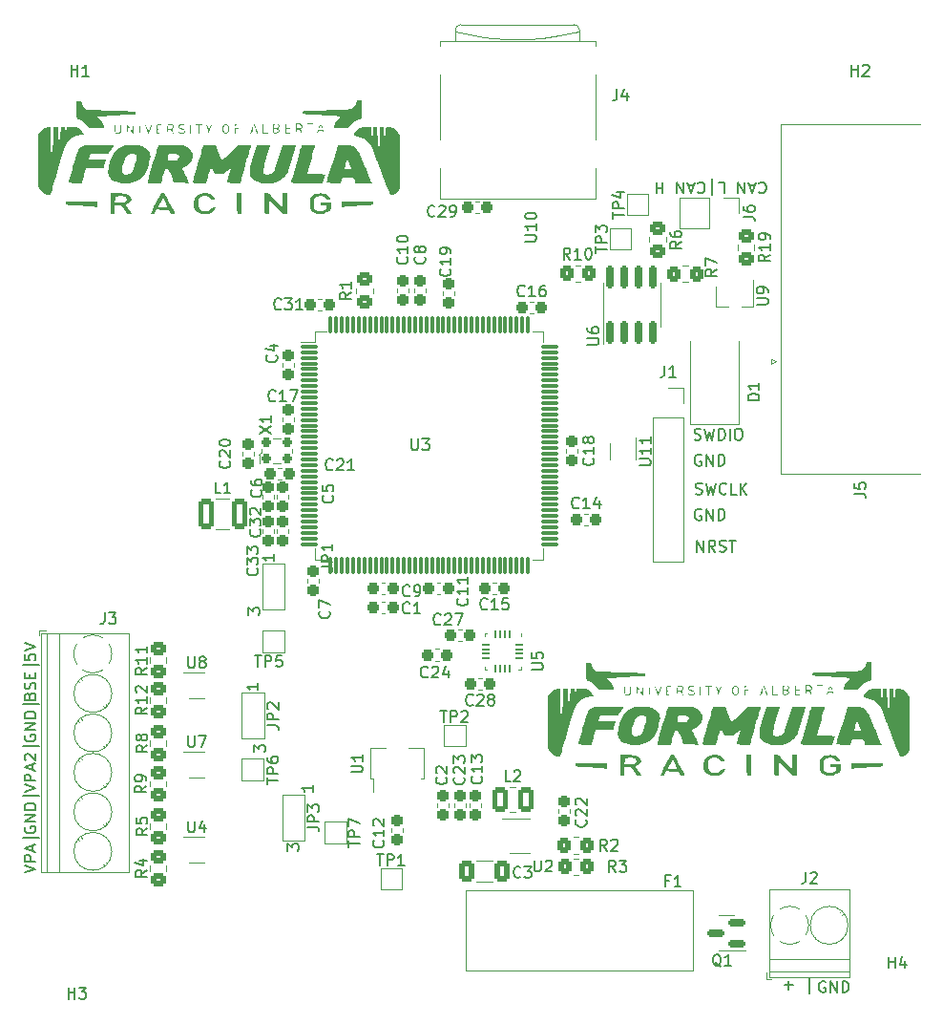
<source format=gto>
G04 #@! TF.GenerationSoftware,KiCad,Pcbnew,(6.0.5)*
G04 #@! TF.CreationDate,2023-02-15T02:15:57-07:00*
G04 #@! TF.ProjectId,EVCU,45564355-2e6b-4696-9361-645f70636258,rev?*
G04 #@! TF.SameCoordinates,Original*
G04 #@! TF.FileFunction,Legend,Top*
G04 #@! TF.FilePolarity,Positive*
%FSLAX46Y46*%
G04 Gerber Fmt 4.6, Leading zero omitted, Abs format (unit mm)*
G04 Created by KiCad (PCBNEW (6.0.5)) date 2023-02-15 02:15:57*
%MOMM*%
%LPD*%
G01*
G04 APERTURE LIST*
G04 Aperture macros list*
%AMRoundRect*
0 Rectangle with rounded corners*
0 $1 Rounding radius*
0 $2 $3 $4 $5 $6 $7 $8 $9 X,Y pos of 4 corners*
0 Add a 4 corners polygon primitive as box body*
4,1,4,$2,$3,$4,$5,$6,$7,$8,$9,$2,$3,0*
0 Add four circle primitives for the rounded corners*
1,1,$1+$1,$2,$3*
1,1,$1+$1,$4,$5*
1,1,$1+$1,$6,$7*
1,1,$1+$1,$8,$9*
0 Add four rect primitives between the rounded corners*
20,1,$1+$1,$2,$3,$4,$5,0*
20,1,$1+$1,$4,$5,$6,$7,0*
20,1,$1+$1,$6,$7,$8,$9,0*
20,1,$1+$1,$8,$9,$2,$3,0*%
%AMFreePoly0*
4,1,14,0.266715,0.088284,0.363284,-0.008285,0.375000,-0.036569,0.375000,-0.060000,0.363284,-0.088284,0.335000,-0.100000,-0.335000,-0.100000,-0.363284,-0.088284,-0.375000,-0.060000,-0.375000,0.060000,-0.363284,0.088284,-0.335000,0.100000,0.238431,0.100000,0.266715,0.088284,0.266715,0.088284,$1*%
%AMFreePoly1*
4,1,14,0.363284,0.088284,0.375000,0.060000,0.375000,0.036569,0.363284,0.008285,0.266715,-0.088284,0.238431,-0.100000,-0.335000,-0.100000,-0.363284,-0.088284,-0.375000,-0.060000,-0.375000,0.060000,-0.363284,0.088284,-0.335000,0.100000,0.335000,0.100000,0.363284,0.088284,0.363284,0.088284,$1*%
%AMFreePoly2*
4,1,14,0.088284,0.363284,0.100000,0.335000,0.100000,-0.335000,0.088284,-0.363284,0.060000,-0.375000,-0.060000,-0.375000,-0.088284,-0.363284,-0.100000,-0.335000,-0.100000,0.238431,-0.088284,0.266715,0.008285,0.363284,0.036569,0.375000,0.060000,0.375000,0.088284,0.363284,0.088284,0.363284,$1*%
%AMFreePoly3*
4,1,14,-0.008285,0.363284,0.088284,0.266715,0.100000,0.238431,0.100000,-0.335000,0.088284,-0.363284,0.060000,-0.375000,-0.060000,-0.375000,-0.088284,-0.363284,-0.100000,-0.335000,-0.100000,0.335000,-0.088284,0.363284,-0.060000,0.375000,-0.036569,0.375000,-0.008285,0.363284,-0.008285,0.363284,$1*%
%AMFreePoly4*
4,1,14,0.363284,0.088284,0.375000,0.060000,0.375000,-0.060000,0.363284,-0.088284,0.335000,-0.100000,-0.238431,-0.100000,-0.266715,-0.088284,-0.363284,0.008285,-0.375000,0.036569,-0.375000,0.060000,-0.363284,0.088284,-0.335000,0.100000,0.335000,0.100000,0.363284,0.088284,0.363284,0.088284,$1*%
%AMFreePoly5*
4,1,14,0.363284,0.088284,0.375000,0.060000,0.375000,-0.060000,0.363284,-0.088284,0.335000,-0.100000,-0.335000,-0.100000,-0.363284,-0.088284,-0.375000,-0.060000,-0.375000,-0.036569,-0.363284,-0.008285,-0.266715,0.088284,-0.238431,0.100000,0.335000,0.100000,0.363284,0.088284,0.363284,0.088284,$1*%
%AMFreePoly6*
4,1,14,0.088284,0.363284,0.100000,0.335000,0.100000,-0.238431,0.088284,-0.266715,-0.008285,-0.363284,-0.036569,-0.375000,-0.060000,-0.375000,-0.088284,-0.363284,-0.100000,-0.335000,-0.100000,0.335000,-0.088284,0.363284,-0.060000,0.375000,0.060000,0.375000,0.088284,0.363284,0.088284,0.363284,$1*%
%AMFreePoly7*
4,1,14,0.088284,0.363284,0.100000,0.335000,0.100000,-0.335000,0.088284,-0.363284,0.060000,-0.375000,0.036569,-0.375000,0.008285,-0.363284,-0.088284,-0.266715,-0.100000,-0.238431,-0.100000,0.335000,-0.088284,0.363284,-0.060000,0.375000,0.060000,0.375000,0.088284,0.363284,0.088284,0.363284,$1*%
%AMFreePoly8*
4,1,9,5.362500,-0.866500,1.237500,-0.866500,1.237500,-0.450000,-1.237500,-0.450000,-1.237500,0.450000,1.237500,0.450000,1.237500,0.866500,5.362500,0.866500,5.362500,-0.866500,5.362500,-0.866500,$1*%
G04 Aperture macros list end*
%ADD10C,0.150000*%
%ADD11C,0.120000*%
%ADD12R,1.500000X1.500000*%
%ADD13RoundRect,0.237500X0.237500X-0.300000X0.237500X0.300000X-0.237500X0.300000X-0.237500X-0.300000X0*%
%ADD14R,0.400000X1.500000*%
%ADD15R,1.500000X1.000000*%
%ADD16FreePoly0,270.000000*%
%ADD17RoundRect,0.050000X-0.050000X0.325000X-0.050000X-0.325000X0.050000X-0.325000X0.050000X0.325000X0*%
%ADD18FreePoly1,270.000000*%
%ADD19FreePoly2,270.000000*%
%ADD20RoundRect,0.050000X-0.325000X0.050000X-0.325000X-0.050000X0.325000X-0.050000X0.325000X0.050000X0*%
%ADD21FreePoly3,270.000000*%
%ADD22FreePoly4,270.000000*%
%ADD23FreePoly5,270.000000*%
%ADD24FreePoly6,270.000000*%
%ADD25FreePoly7,270.000000*%
%ADD26RoundRect,0.250001X0.462499X0.849999X-0.462499X0.849999X-0.462499X-0.849999X0.462499X-0.849999X0*%
%ADD27RoundRect,0.237500X0.300000X0.237500X-0.300000X0.237500X-0.300000X-0.237500X0.300000X-0.237500X0*%
%ADD28R,0.900000X2.300000*%
%ADD29FreePoly8,90.000000*%
%ADD30C,3.800000*%
%ADD31RoundRect,0.237500X-0.237500X0.300000X-0.237500X-0.300000X0.237500X-0.300000X0.237500X0.300000X0*%
%ADD32RoundRect,0.250001X-0.462499X-1.074999X0.462499X-1.074999X0.462499X1.074999X-0.462499X1.074999X0*%
%ADD33RoundRect,0.250000X-0.450000X0.350000X-0.450000X-0.350000X0.450000X-0.350000X0.450000X0.350000X0*%
%ADD34R,1.500000X0.400000*%
%ADD35RoundRect,0.250000X0.350000X0.450000X-0.350000X0.450000X-0.350000X-0.450000X0.350000X-0.450000X0*%
%ADD36RoundRect,0.250000X0.412500X0.650000X-0.412500X0.650000X-0.412500X-0.650000X0.412500X-0.650000X0*%
%ADD37R,2.000000X0.650000*%
%ADD38RoundRect,0.250000X-0.350000X-0.450000X0.350000X-0.450000X0.350000X0.450000X-0.350000X0.450000X0*%
%ADD39R,2.400000X2.400000*%
%ADD40C,2.400000*%
%ADD41C,2.235200*%
%ADD42RoundRect,0.075000X-0.662500X-0.075000X0.662500X-0.075000X0.662500X0.075000X-0.662500X0.075000X0*%
%ADD43RoundRect,0.075000X-0.075000X-0.662500X0.075000X-0.662500X0.075000X0.662500X-0.075000X0.662500X0*%
%ADD44RoundRect,0.237500X-0.300000X-0.237500X0.300000X-0.237500X0.300000X0.237500X-0.300000X0.237500X0*%
%ADD45R,1.700000X1.700000*%
%ADD46O,1.700000X1.700000*%
%ADD47RoundRect,0.150000X0.587500X0.150000X-0.587500X0.150000X-0.587500X-0.150000X0.587500X-0.150000X0*%
%ADD48R,2.300000X3.500000*%
%ADD49RoundRect,0.150000X0.150000X-0.825000X0.150000X0.825000X-0.150000X0.825000X-0.150000X-0.825000X0*%
%ADD50R,0.800000X1.500000*%
%ADD51R,1.450000X2.000000*%
%ADD52RoundRect,0.250000X0.450000X-0.350000X0.450000X0.350000X-0.450000X0.350000X-0.450000X-0.350000X0*%
%ADD53C,4.000000*%
%ADD54R,1.600000X1.600000*%
%ADD55C,1.600000*%
%ADD56RoundRect,0.200000X0.250000X-0.200000X0.250000X0.200000X-0.250000X0.200000X-0.250000X-0.200000X0*%
%ADD57R,0.800000X0.900000*%
%ADD58R,0.200000X0.450000*%
%ADD59R,2.800000X0.300000*%
G04 APERTURE END LIST*
D10*
X149637904Y-126512628D02*
X150399809Y-126512628D01*
X150018857Y-126893580D02*
X150018857Y-126131676D01*
X151876000Y-127226914D02*
X151876000Y-125798342D01*
X82205580Y-109376885D02*
X83205580Y-109043552D01*
X82205580Y-108710219D01*
X83205580Y-108376885D02*
X82205580Y-108376885D01*
X82205580Y-107995933D01*
X82253200Y-107900695D01*
X82300819Y-107853076D01*
X82396057Y-107805457D01*
X82538914Y-107805457D01*
X82634152Y-107853076D01*
X82681771Y-107900695D01*
X82729390Y-107995933D01*
X82729390Y-108376885D01*
X82919866Y-107424504D02*
X82919866Y-106948314D01*
X83205580Y-107519742D02*
X82205580Y-107186409D01*
X83205580Y-106853076D01*
X82300819Y-106567361D02*
X82253200Y-106519742D01*
X82205580Y-106424504D01*
X82205580Y-106186409D01*
X82253200Y-106091171D01*
X82300819Y-106043552D01*
X82396057Y-105995933D01*
X82491295Y-105995933D01*
X82634152Y-106043552D01*
X83205580Y-106614980D01*
X83205580Y-105995933D01*
X83538914Y-105329266D02*
X82110342Y-105329266D01*
X82205580Y-116520695D02*
X83205580Y-116187361D01*
X82205580Y-115854028D01*
X83205580Y-115520695D02*
X82205580Y-115520695D01*
X82205580Y-115139742D01*
X82253200Y-115044504D01*
X82300819Y-114996885D01*
X82396057Y-114949266D01*
X82538914Y-114949266D01*
X82634152Y-114996885D01*
X82681771Y-115044504D01*
X82729390Y-115139742D01*
X82729390Y-115520695D01*
X82919866Y-114568314D02*
X82919866Y-114092123D01*
X83205580Y-114663552D02*
X82205580Y-114330219D01*
X83205580Y-113996885D01*
X83538914Y-113425457D02*
X82110342Y-113425457D01*
X141756095Y-82954761D02*
X141898952Y-83002380D01*
X142137047Y-83002380D01*
X142232285Y-82954761D01*
X142279904Y-82907142D01*
X142327523Y-82811904D01*
X142327523Y-82716666D01*
X142279904Y-82621428D01*
X142232285Y-82573809D01*
X142137047Y-82526190D01*
X141946571Y-82478571D01*
X141851333Y-82430952D01*
X141803714Y-82383333D01*
X141756095Y-82288095D01*
X141756095Y-82192857D01*
X141803714Y-82097619D01*
X141851333Y-82050000D01*
X141946571Y-82002380D01*
X142184666Y-82002380D01*
X142327523Y-82050000D01*
X142660857Y-82002380D02*
X142898952Y-83002380D01*
X143089428Y-82288095D01*
X143279904Y-83002380D01*
X143518000Y-82002380D01*
X144470380Y-82907142D02*
X144422761Y-82954761D01*
X144279904Y-83002380D01*
X144184666Y-83002380D01*
X144041809Y-82954761D01*
X143946571Y-82859523D01*
X143898952Y-82764285D01*
X143851333Y-82573809D01*
X143851333Y-82430952D01*
X143898952Y-82240476D01*
X143946571Y-82145238D01*
X144041809Y-82050000D01*
X144184666Y-82002380D01*
X144279904Y-82002380D01*
X144422761Y-82050000D01*
X144470380Y-82097619D01*
X145375142Y-83002380D02*
X144898952Y-83002380D01*
X144898952Y-82002380D01*
X145708476Y-83002380D02*
X145708476Y-82002380D01*
X146279904Y-83002380D02*
X145851333Y-82430952D01*
X146279904Y-82002380D02*
X145708476Y-82573809D01*
X153238295Y-126195200D02*
X153143057Y-126147580D01*
X153000200Y-126147580D01*
X152857342Y-126195200D01*
X152762104Y-126290438D01*
X152714485Y-126385676D01*
X152666866Y-126576152D01*
X152666866Y-126719009D01*
X152714485Y-126909485D01*
X152762104Y-127004723D01*
X152857342Y-127099961D01*
X153000200Y-127147580D01*
X153095438Y-127147580D01*
X153238295Y-127099961D01*
X153285914Y-127052342D01*
X153285914Y-126719009D01*
X153095438Y-126719009D01*
X153714485Y-127147580D02*
X153714485Y-126147580D01*
X154285914Y-127147580D01*
X154285914Y-126147580D01*
X154762104Y-127147580D02*
X154762104Y-126147580D01*
X155000200Y-126147580D01*
X155143057Y-126195200D01*
X155238295Y-126290438D01*
X155285914Y-126385676D01*
X155333533Y-126576152D01*
X155333533Y-126719009D01*
X155285914Y-126909485D01*
X155238295Y-127004723D01*
X155143057Y-127099961D01*
X155000200Y-127147580D01*
X154762104Y-127147580D01*
X141644952Y-78128761D02*
X141787809Y-78176380D01*
X142025904Y-78176380D01*
X142121142Y-78128761D01*
X142168761Y-78081142D01*
X142216380Y-77985904D01*
X142216380Y-77890666D01*
X142168761Y-77795428D01*
X142121142Y-77747809D01*
X142025904Y-77700190D01*
X141835428Y-77652571D01*
X141740190Y-77604952D01*
X141692571Y-77557333D01*
X141644952Y-77462095D01*
X141644952Y-77366857D01*
X141692571Y-77271619D01*
X141740190Y-77224000D01*
X141835428Y-77176380D01*
X142073523Y-77176380D01*
X142216380Y-77224000D01*
X142549714Y-77176380D02*
X142787809Y-78176380D01*
X142978285Y-77462095D01*
X143168761Y-78176380D01*
X143406857Y-77176380D01*
X143787809Y-78176380D02*
X143787809Y-77176380D01*
X144025904Y-77176380D01*
X144168761Y-77224000D01*
X144264000Y-77319238D01*
X144311619Y-77414476D01*
X144359238Y-77604952D01*
X144359238Y-77747809D01*
X144311619Y-77938285D01*
X144264000Y-78033523D01*
X144168761Y-78128761D01*
X144025904Y-78176380D01*
X143787809Y-78176380D01*
X144787809Y-78176380D02*
X144787809Y-77176380D01*
X145454476Y-77176380D02*
X145644952Y-77176380D01*
X145740190Y-77224000D01*
X145835428Y-77319238D01*
X145883047Y-77509714D01*
X145883047Y-77843047D01*
X145835428Y-78033523D01*
X145740190Y-78128761D01*
X145644952Y-78176380D01*
X145454476Y-78176380D01*
X145359238Y-78128761D01*
X145264000Y-78033523D01*
X145216380Y-77843047D01*
X145216380Y-77509714D01*
X145264000Y-77319238D01*
X145359238Y-77224000D01*
X145454476Y-77176380D01*
X147374292Y-55412057D02*
X147421911Y-55364438D01*
X147564769Y-55316819D01*
X147660007Y-55316819D01*
X147802864Y-55364438D01*
X147898102Y-55459676D01*
X147945721Y-55554914D01*
X147993340Y-55745390D01*
X147993340Y-55888247D01*
X147945721Y-56078723D01*
X147898102Y-56173961D01*
X147802864Y-56269200D01*
X147660007Y-56316819D01*
X147564769Y-56316819D01*
X147421911Y-56269200D01*
X147374292Y-56221580D01*
X146993340Y-55602533D02*
X146517150Y-55602533D01*
X147088578Y-55316819D02*
X146755245Y-56316819D01*
X146421911Y-55316819D01*
X146088578Y-55316819D02*
X146088578Y-56316819D01*
X145517150Y-55316819D01*
X145517150Y-56316819D01*
X143802864Y-55316819D02*
X144279054Y-55316819D01*
X144279054Y-56316819D01*
X143231435Y-54983485D02*
X143231435Y-56412057D01*
X141937150Y-55412057D02*
X141984769Y-55364438D01*
X142127626Y-55316819D01*
X142222864Y-55316819D01*
X142365721Y-55364438D01*
X142460959Y-55459676D01*
X142508578Y-55554914D01*
X142556197Y-55745390D01*
X142556197Y-55888247D01*
X142508578Y-56078723D01*
X142460959Y-56173961D01*
X142365721Y-56269200D01*
X142222864Y-56316819D01*
X142127626Y-56316819D01*
X141984769Y-56269200D01*
X141937150Y-56221580D01*
X141556197Y-55602533D02*
X141080007Y-55602533D01*
X141651435Y-55316819D02*
X141318102Y-56316819D01*
X140984769Y-55316819D01*
X140651435Y-55316819D02*
X140651435Y-56316819D01*
X140080007Y-55316819D01*
X140080007Y-56316819D01*
X138841911Y-55316819D02*
X138841911Y-56316819D01*
X138841911Y-55840628D02*
X138270483Y-55840628D01*
X138270483Y-55316819D02*
X138270483Y-56316819D01*
X141867142Y-88082380D02*
X141867142Y-87082380D01*
X142438571Y-88082380D01*
X142438571Y-87082380D01*
X143486190Y-88082380D02*
X143152857Y-87606190D01*
X142914761Y-88082380D02*
X142914761Y-87082380D01*
X143295714Y-87082380D01*
X143390952Y-87130000D01*
X143438571Y-87177619D01*
X143486190Y-87272857D01*
X143486190Y-87415714D01*
X143438571Y-87510952D01*
X143390952Y-87558571D01*
X143295714Y-87606190D01*
X142914761Y-87606190D01*
X143867142Y-88034761D02*
X144010000Y-88082380D01*
X144248095Y-88082380D01*
X144343333Y-88034761D01*
X144390952Y-87987142D01*
X144438571Y-87891904D01*
X144438571Y-87796666D01*
X144390952Y-87701428D01*
X144343333Y-87653809D01*
X144248095Y-87606190D01*
X144057619Y-87558571D01*
X143962380Y-87510952D01*
X143914761Y-87463333D01*
X143867142Y-87368095D01*
X143867142Y-87272857D01*
X143914761Y-87177619D01*
X143962380Y-87130000D01*
X144057619Y-87082380D01*
X144295714Y-87082380D01*
X144438571Y-87130000D01*
X144724285Y-87082380D02*
X145295714Y-87082380D01*
X145010000Y-88082380D02*
X145010000Y-87082380D01*
X142240095Y-84336000D02*
X142144857Y-84288380D01*
X142002000Y-84288380D01*
X141859142Y-84336000D01*
X141763904Y-84431238D01*
X141716285Y-84526476D01*
X141668666Y-84716952D01*
X141668666Y-84859809D01*
X141716285Y-85050285D01*
X141763904Y-85145523D01*
X141859142Y-85240761D01*
X142002000Y-85288380D01*
X142097238Y-85288380D01*
X142240095Y-85240761D01*
X142287714Y-85193142D01*
X142287714Y-84859809D01*
X142097238Y-84859809D01*
X142716285Y-85288380D02*
X142716285Y-84288380D01*
X143287714Y-85288380D01*
X143287714Y-84288380D01*
X143763904Y-85288380D02*
X143763904Y-84288380D01*
X144002000Y-84288380D01*
X144144857Y-84336000D01*
X144240095Y-84431238D01*
X144287714Y-84526476D01*
X144335333Y-84716952D01*
X144335333Y-84859809D01*
X144287714Y-85050285D01*
X144240095Y-85145523D01*
X144144857Y-85240761D01*
X144002000Y-85288380D01*
X143763904Y-85288380D01*
X82205580Y-97193076D02*
X82205580Y-97669266D01*
X82681771Y-97716885D01*
X82634152Y-97669266D01*
X82586533Y-97574028D01*
X82586533Y-97335933D01*
X82634152Y-97240695D01*
X82681771Y-97193076D01*
X82777009Y-97145457D01*
X83015104Y-97145457D01*
X83110342Y-97193076D01*
X83157961Y-97240695D01*
X83205580Y-97335933D01*
X83205580Y-97574028D01*
X83157961Y-97669266D01*
X83110342Y-97716885D01*
X82205580Y-96859742D02*
X83205580Y-96526409D01*
X82205580Y-96193076D01*
X82253200Y-104336695D02*
X82205580Y-104431933D01*
X82205580Y-104574790D01*
X82253200Y-104717647D01*
X82348438Y-104812885D01*
X82443676Y-104860504D01*
X82634152Y-104908123D01*
X82777009Y-104908123D01*
X82967485Y-104860504D01*
X83062723Y-104812885D01*
X83157961Y-104717647D01*
X83205580Y-104574790D01*
X83205580Y-104479552D01*
X83157961Y-104336695D01*
X83110342Y-104289076D01*
X82777009Y-104289076D01*
X82777009Y-104479552D01*
X83205580Y-103860504D02*
X82205580Y-103860504D01*
X83205580Y-103289076D01*
X82205580Y-103289076D01*
X83205580Y-102812885D02*
X82205580Y-102812885D01*
X82205580Y-102574790D01*
X82253200Y-102431933D01*
X82348438Y-102336695D01*
X82443676Y-102289076D01*
X82634152Y-102241457D01*
X82777009Y-102241457D01*
X82967485Y-102289076D01*
X83062723Y-102336695D01*
X83157961Y-102431933D01*
X83205580Y-102574790D01*
X83205580Y-102812885D01*
X83538914Y-101574790D02*
X82110342Y-101574790D01*
X82253200Y-112464695D02*
X82205580Y-112559933D01*
X82205580Y-112702790D01*
X82253200Y-112845647D01*
X82348438Y-112940885D01*
X82443676Y-112988504D01*
X82634152Y-113036123D01*
X82777009Y-113036123D01*
X82967485Y-112988504D01*
X83062723Y-112940885D01*
X83157961Y-112845647D01*
X83205580Y-112702790D01*
X83205580Y-112607552D01*
X83157961Y-112464695D01*
X83110342Y-112417076D01*
X82777009Y-112417076D01*
X82777009Y-112607552D01*
X83205580Y-111988504D02*
X82205580Y-111988504D01*
X83205580Y-111417076D01*
X82205580Y-111417076D01*
X83205580Y-110940885D02*
X82205580Y-110940885D01*
X82205580Y-110702790D01*
X82253200Y-110559933D01*
X82348438Y-110464695D01*
X82443676Y-110417076D01*
X82634152Y-110369457D01*
X82777009Y-110369457D01*
X82967485Y-110417076D01*
X83062723Y-110464695D01*
X83157961Y-110559933D01*
X83205580Y-110702790D01*
X83205580Y-110940885D01*
X83538914Y-109702790D02*
X82110342Y-109702790D01*
X82681771Y-100875933D02*
X82729390Y-100733076D01*
X82777009Y-100685457D01*
X82872247Y-100637838D01*
X83015104Y-100637838D01*
X83110342Y-100685457D01*
X83157961Y-100733076D01*
X83205580Y-100828314D01*
X83205580Y-101209266D01*
X82205580Y-101209266D01*
X82205580Y-100875933D01*
X82253200Y-100780695D01*
X82300819Y-100733076D01*
X82396057Y-100685457D01*
X82491295Y-100685457D01*
X82586533Y-100733076D01*
X82634152Y-100780695D01*
X82681771Y-100875933D01*
X82681771Y-101209266D01*
X83157961Y-100256885D02*
X83205580Y-100114028D01*
X83205580Y-99875933D01*
X83157961Y-99780695D01*
X83110342Y-99733076D01*
X83015104Y-99685457D01*
X82919866Y-99685457D01*
X82824628Y-99733076D01*
X82777009Y-99780695D01*
X82729390Y-99875933D01*
X82681771Y-100066409D01*
X82634152Y-100161647D01*
X82586533Y-100209266D01*
X82491295Y-100256885D01*
X82396057Y-100256885D01*
X82300819Y-100209266D01*
X82253200Y-100161647D01*
X82205580Y-100066409D01*
X82205580Y-99828314D01*
X82253200Y-99685457D01*
X82681771Y-99256885D02*
X82681771Y-98923552D01*
X83205580Y-98780695D02*
X83205580Y-99256885D01*
X82205580Y-99256885D01*
X82205580Y-98780695D01*
X83538914Y-98114028D02*
X82110342Y-98114028D01*
X142240095Y-79510000D02*
X142144857Y-79462380D01*
X142002000Y-79462380D01*
X141859142Y-79510000D01*
X141763904Y-79605238D01*
X141716285Y-79700476D01*
X141668666Y-79890952D01*
X141668666Y-80033809D01*
X141716285Y-80224285D01*
X141763904Y-80319523D01*
X141859142Y-80414761D01*
X142002000Y-80462380D01*
X142097238Y-80462380D01*
X142240095Y-80414761D01*
X142287714Y-80367142D01*
X142287714Y-80033809D01*
X142097238Y-80033809D01*
X142716285Y-80462380D02*
X142716285Y-79462380D01*
X143287714Y-80462380D01*
X143287714Y-79462380D01*
X143763904Y-80462380D02*
X143763904Y-79462380D01*
X144002000Y-79462380D01*
X144144857Y-79510000D01*
X144240095Y-79605238D01*
X144287714Y-79700476D01*
X144335333Y-79890952D01*
X144335333Y-80033809D01*
X144287714Y-80224285D01*
X144240095Y-80319523D01*
X144144857Y-80414761D01*
X144002000Y-80462380D01*
X143763904Y-80462380D01*
X134383911Y-58555104D02*
X134383911Y-57983676D01*
X135383911Y-58269390D02*
X134383911Y-58269390D01*
X135383911Y-57650342D02*
X134383911Y-57650342D01*
X134383911Y-57269390D01*
X134431531Y-57174152D01*
X134479150Y-57126533D01*
X134574388Y-57078914D01*
X134717245Y-57078914D01*
X134812483Y-57126533D01*
X134860102Y-57174152D01*
X134907721Y-57269390D01*
X134907721Y-57650342D01*
X134717245Y-56221771D02*
X135383911Y-56221771D01*
X134336292Y-56459866D02*
X135050578Y-56697961D01*
X135050578Y-56078914D01*
X132859911Y-61603104D02*
X132859911Y-61031676D01*
X133859911Y-61317390D02*
X132859911Y-61317390D01*
X133859911Y-60698342D02*
X132859911Y-60698342D01*
X132859911Y-60317390D01*
X132907531Y-60222152D01*
X132955150Y-60174533D01*
X133050388Y-60126914D01*
X133193245Y-60126914D01*
X133288483Y-60174533D01*
X133336102Y-60222152D01*
X133383721Y-60317390D01*
X133383721Y-60698342D01*
X132859911Y-59793580D02*
X132859911Y-59174533D01*
X133240864Y-59507866D01*
X133240864Y-59365009D01*
X133288483Y-59269771D01*
X133336102Y-59222152D01*
X133431340Y-59174533D01*
X133669435Y-59174533D01*
X133764673Y-59222152D01*
X133812292Y-59269771D01*
X133859911Y-59365009D01*
X133859911Y-59650723D01*
X133812292Y-59745961D01*
X133764673Y-59793580D01*
X131986342Y-111841724D02*
X132033961Y-111889343D01*
X132081580Y-112032200D01*
X132081580Y-112127438D01*
X132033961Y-112270295D01*
X131938723Y-112365533D01*
X131843485Y-112413152D01*
X131653009Y-112460771D01*
X131510152Y-112460771D01*
X131319676Y-112413152D01*
X131224438Y-112365533D01*
X131129200Y-112270295D01*
X131081580Y-112127438D01*
X131081580Y-112032200D01*
X131129200Y-111889343D01*
X131176819Y-111841724D01*
X131176819Y-111460771D02*
X131129200Y-111413152D01*
X131081580Y-111317914D01*
X131081580Y-111079819D01*
X131129200Y-110984581D01*
X131176819Y-110936962D01*
X131272057Y-110889343D01*
X131367295Y-110889343D01*
X131510152Y-110936962D01*
X132081580Y-111508390D01*
X132081580Y-110889343D01*
X131176819Y-110508390D02*
X131129200Y-110460771D01*
X131081580Y-110365533D01*
X131081580Y-110127438D01*
X131129200Y-110032200D01*
X131176819Y-109984581D01*
X131272057Y-109936962D01*
X131367295Y-109936962D01*
X131510152Y-109984581D01*
X132081580Y-110556009D01*
X132081580Y-109936962D01*
X136758180Y-80435295D02*
X137567704Y-80435295D01*
X137662942Y-80387676D01*
X137710561Y-80340057D01*
X137758180Y-80244819D01*
X137758180Y-80054342D01*
X137710561Y-79959104D01*
X137662942Y-79911485D01*
X137567704Y-79863866D01*
X136758180Y-79863866D01*
X137758180Y-78863866D02*
X137758180Y-79435295D01*
X137758180Y-79149580D02*
X136758180Y-79149580D01*
X136901038Y-79244819D01*
X136996276Y-79340057D01*
X137043895Y-79435295D01*
X137758180Y-77911485D02*
X137758180Y-78482914D01*
X137758180Y-78197200D02*
X136758180Y-78197200D01*
X136901038Y-78292438D01*
X136996276Y-78387676D01*
X137043895Y-78482914D01*
X108545380Y-89419133D02*
X109259666Y-89419133D01*
X109402523Y-89466752D01*
X109497761Y-89561990D01*
X109545380Y-89704847D01*
X109545380Y-89800085D01*
X109545380Y-88942942D02*
X108545380Y-88942942D01*
X108545380Y-88561990D01*
X108593000Y-88466752D01*
X108640619Y-88419133D01*
X108735857Y-88371514D01*
X108878714Y-88371514D01*
X108973952Y-88419133D01*
X109021571Y-88466752D01*
X109069190Y-88561990D01*
X109069190Y-88942942D01*
X109545380Y-87419133D02*
X109545380Y-87990561D01*
X109545380Y-87704847D02*
X108545380Y-87704847D01*
X108688238Y-87800085D01*
X108783476Y-87895323D01*
X108831095Y-87990561D01*
X102068380Y-93678333D02*
X102068380Y-93059285D01*
X102449333Y-93392619D01*
X102449333Y-93249761D01*
X102496952Y-93154523D01*
X102544571Y-93106904D01*
X102639809Y-93059285D01*
X102877904Y-93059285D01*
X102973142Y-93106904D01*
X103020761Y-93154523D01*
X103068380Y-93249761D01*
X103068380Y-93535476D01*
X103020761Y-93630714D01*
X102973142Y-93678333D01*
X104338380Y-88300285D02*
X104338380Y-88871714D01*
X104338380Y-88586000D02*
X103338380Y-88586000D01*
X103481238Y-88681238D01*
X103576476Y-88776476D01*
X103624095Y-88871714D01*
X119949542Y-63016057D02*
X119997161Y-63063676D01*
X120044780Y-63206533D01*
X120044780Y-63301771D01*
X119997161Y-63444628D01*
X119901923Y-63539866D01*
X119806685Y-63587485D01*
X119616209Y-63635104D01*
X119473352Y-63635104D01*
X119282876Y-63587485D01*
X119187638Y-63539866D01*
X119092400Y-63444628D01*
X119044780Y-63301771D01*
X119044780Y-63206533D01*
X119092400Y-63063676D01*
X119140019Y-63016057D01*
X120044780Y-62063676D02*
X120044780Y-62635104D01*
X120044780Y-62349390D02*
X119044780Y-62349390D01*
X119187638Y-62444628D01*
X119282876Y-62539866D01*
X119330495Y-62635104D01*
X120044780Y-61587485D02*
X120044780Y-61397009D01*
X119997161Y-61301771D01*
X119949542Y-61254152D01*
X119806685Y-61158914D01*
X119616209Y-61111295D01*
X119235257Y-61111295D01*
X119140019Y-61158914D01*
X119092400Y-61206533D01*
X119044780Y-61301771D01*
X119044780Y-61492247D01*
X119092400Y-61587485D01*
X119140019Y-61635104D01*
X119235257Y-61682723D01*
X119473352Y-61682723D01*
X119568590Y-61635104D01*
X119616209Y-61587485D01*
X119663828Y-61492247D01*
X119663828Y-61301771D01*
X119616209Y-61206533D01*
X119568590Y-61158914D01*
X119473352Y-61111295D01*
X127214380Y-98551904D02*
X128023904Y-98551904D01*
X128119142Y-98504285D01*
X128166761Y-98456666D01*
X128214380Y-98361428D01*
X128214380Y-98170952D01*
X128166761Y-98075714D01*
X128119142Y-98028095D01*
X128023904Y-97980476D01*
X127214380Y-97980476D01*
X127214380Y-97028095D02*
X127214380Y-97504285D01*
X127690571Y-97551904D01*
X127642952Y-97504285D01*
X127595333Y-97409047D01*
X127595333Y-97170952D01*
X127642952Y-97075714D01*
X127690571Y-97028095D01*
X127785809Y-96980476D01*
X128023904Y-96980476D01*
X128119142Y-97028095D01*
X128166761Y-97075714D01*
X128214380Y-97170952D01*
X128214380Y-97409047D01*
X128166761Y-97504285D01*
X128119142Y-97551904D01*
X125366533Y-108456980D02*
X124890342Y-108456980D01*
X124890342Y-107456980D01*
X125652247Y-107552219D02*
X125699866Y-107504600D01*
X125795104Y-107456980D01*
X126033200Y-107456980D01*
X126128438Y-107504600D01*
X126176057Y-107552219D01*
X126223676Y-107647457D01*
X126223676Y-107742695D01*
X126176057Y-107885552D01*
X125604628Y-108456980D01*
X126223676Y-108456980D01*
X121997542Y-101625342D02*
X121949923Y-101672961D01*
X121807066Y-101720580D01*
X121711828Y-101720580D01*
X121568971Y-101672961D01*
X121473733Y-101577723D01*
X121426114Y-101482485D01*
X121378495Y-101292009D01*
X121378495Y-101149152D01*
X121426114Y-100958676D01*
X121473733Y-100863438D01*
X121568971Y-100768200D01*
X121711828Y-100720580D01*
X121807066Y-100720580D01*
X121949923Y-100768200D01*
X121997542Y-100815819D01*
X122378495Y-100815819D02*
X122426114Y-100768200D01*
X122521352Y-100720580D01*
X122759447Y-100720580D01*
X122854685Y-100768200D01*
X122902304Y-100815819D01*
X122949923Y-100911057D01*
X122949923Y-101006295D01*
X122902304Y-101149152D01*
X122330876Y-101720580D01*
X122949923Y-101720580D01*
X123521352Y-101149152D02*
X123426114Y-101101533D01*
X123378495Y-101053914D01*
X123330876Y-100958676D01*
X123330876Y-100911057D01*
X123378495Y-100815819D01*
X123426114Y-100768200D01*
X123521352Y-100720580D01*
X123711828Y-100720580D01*
X123807066Y-100768200D01*
X123854685Y-100815819D01*
X123902304Y-100911057D01*
X123902304Y-100958676D01*
X123854685Y-101053914D01*
X123807066Y-101101533D01*
X123711828Y-101149152D01*
X123521352Y-101149152D01*
X123426114Y-101196771D01*
X123378495Y-101244390D01*
X123330876Y-101339628D01*
X123330876Y-101530104D01*
X123378495Y-101625342D01*
X123426114Y-101672961D01*
X123521352Y-101720580D01*
X123711828Y-101720580D01*
X123807066Y-101672961D01*
X123854685Y-101625342D01*
X123902304Y-101530104D01*
X123902304Y-101339628D01*
X123854685Y-101244390D01*
X123807066Y-101196771D01*
X123711828Y-101149152D01*
X111217580Y-107624504D02*
X112027104Y-107624504D01*
X112122342Y-107576885D01*
X112169961Y-107529266D01*
X112217580Y-107434028D01*
X112217580Y-107243552D01*
X112169961Y-107148314D01*
X112122342Y-107100695D01*
X112027104Y-107053076D01*
X111217580Y-107053076D01*
X112217580Y-106053076D02*
X112217580Y-106624504D01*
X112217580Y-106338790D02*
X111217580Y-106338790D01*
X111360438Y-106434028D01*
X111455676Y-106529266D01*
X111503295Y-106624504D01*
X110958380Y-114241104D02*
X110958380Y-113669676D01*
X111958380Y-113955390D02*
X110958380Y-113955390D01*
X111958380Y-113336342D02*
X110958380Y-113336342D01*
X110958380Y-112955390D01*
X111006000Y-112860152D01*
X111053619Y-112812533D01*
X111148857Y-112764914D01*
X111291714Y-112764914D01*
X111386952Y-112812533D01*
X111434571Y-112860152D01*
X111482190Y-112955390D01*
X111482190Y-113336342D01*
X110958380Y-112431580D02*
X110958380Y-111764914D01*
X111958380Y-112193485D01*
X86360095Y-45918380D02*
X86360095Y-44918380D01*
X86360095Y-45394571D02*
X86931523Y-45394571D01*
X86931523Y-45918380D02*
X86931523Y-44918380D01*
X87931523Y-45918380D02*
X87360095Y-45918380D01*
X87645809Y-45918380D02*
X87645809Y-44918380D01*
X87550571Y-45061238D01*
X87455333Y-45156476D01*
X87360095Y-45204095D01*
X114022142Y-113672857D02*
X114069761Y-113720476D01*
X114117380Y-113863333D01*
X114117380Y-113958571D01*
X114069761Y-114101428D01*
X113974523Y-114196666D01*
X113879285Y-114244285D01*
X113688809Y-114291904D01*
X113545952Y-114291904D01*
X113355476Y-114244285D01*
X113260238Y-114196666D01*
X113165000Y-114101428D01*
X113117380Y-113958571D01*
X113117380Y-113863333D01*
X113165000Y-113720476D01*
X113212619Y-113672857D01*
X114117380Y-112720476D02*
X114117380Y-113291904D01*
X114117380Y-113006190D02*
X113117380Y-113006190D01*
X113260238Y-113101428D01*
X113355476Y-113196666D01*
X113403095Y-113291904D01*
X113212619Y-112339523D02*
X113165000Y-112291904D01*
X113117380Y-112196666D01*
X113117380Y-111958571D01*
X113165000Y-111863333D01*
X113212619Y-111815714D01*
X113307857Y-111768095D01*
X113403095Y-111768095D01*
X113545952Y-111815714D01*
X114117380Y-112387142D01*
X114117380Y-111768095D01*
X155575095Y-45918380D02*
X155575095Y-44918380D01*
X155575095Y-45394571D02*
X156146523Y-45394571D01*
X156146523Y-45918380D02*
X156146523Y-44918380D01*
X156575095Y-45013619D02*
X156622714Y-44966000D01*
X156717952Y-44918380D01*
X156956047Y-44918380D01*
X157051285Y-44966000D01*
X157098904Y-45013619D01*
X157146523Y-45108857D01*
X157146523Y-45204095D01*
X157098904Y-45346952D01*
X156527476Y-45918380D01*
X157146523Y-45918380D01*
X99613733Y-82897580D02*
X99137542Y-82897580D01*
X99137542Y-81897580D01*
X100470876Y-82897580D02*
X99899447Y-82897580D01*
X100185161Y-82897580D02*
X100185161Y-81897580D01*
X100089923Y-82040438D01*
X99994685Y-82135676D01*
X99899447Y-82183295D01*
X132649542Y-79780057D02*
X132697161Y-79827676D01*
X132744780Y-79970533D01*
X132744780Y-80065771D01*
X132697161Y-80208628D01*
X132601923Y-80303866D01*
X132506685Y-80351485D01*
X132316209Y-80399104D01*
X132173352Y-80399104D01*
X131982876Y-80351485D01*
X131887638Y-80303866D01*
X131792400Y-80208628D01*
X131744780Y-80065771D01*
X131744780Y-79970533D01*
X131792400Y-79827676D01*
X131840019Y-79780057D01*
X132744780Y-78827676D02*
X132744780Y-79399104D01*
X132744780Y-79113390D02*
X131744780Y-79113390D01*
X131887638Y-79208628D01*
X131982876Y-79303866D01*
X132030495Y-79399104D01*
X132173352Y-78256247D02*
X132125733Y-78351485D01*
X132078114Y-78399104D01*
X131982876Y-78446723D01*
X131935257Y-78446723D01*
X131840019Y-78399104D01*
X131792400Y-78351485D01*
X131744780Y-78256247D01*
X131744780Y-78065771D01*
X131792400Y-77970533D01*
X131840019Y-77922914D01*
X131935257Y-77875295D01*
X131982876Y-77875295D01*
X132078114Y-77922914D01*
X132125733Y-77970533D01*
X132173352Y-78065771D01*
X132173352Y-78256247D01*
X132220971Y-78351485D01*
X132268590Y-78399104D01*
X132363828Y-78446723D01*
X132554304Y-78446723D01*
X132649542Y-78399104D01*
X132697161Y-78351485D01*
X132744780Y-78256247D01*
X132744780Y-78065771D01*
X132697161Y-77970533D01*
X132649542Y-77922914D01*
X132554304Y-77875295D01*
X132363828Y-77875295D01*
X132268590Y-77922914D01*
X132220971Y-77970533D01*
X132173352Y-78065771D01*
X104979542Y-66540342D02*
X104931923Y-66587961D01*
X104789066Y-66635580D01*
X104693828Y-66635580D01*
X104550971Y-66587961D01*
X104455733Y-66492723D01*
X104408114Y-66397485D01*
X104360495Y-66207009D01*
X104360495Y-66064152D01*
X104408114Y-65873676D01*
X104455733Y-65778438D01*
X104550971Y-65683200D01*
X104693828Y-65635580D01*
X104789066Y-65635580D01*
X104931923Y-65683200D01*
X104979542Y-65730819D01*
X105312876Y-65635580D02*
X105931923Y-65635580D01*
X105598590Y-66016533D01*
X105741447Y-66016533D01*
X105836685Y-66064152D01*
X105884304Y-66111771D01*
X105931923Y-66207009D01*
X105931923Y-66445104D01*
X105884304Y-66540342D01*
X105836685Y-66587961D01*
X105741447Y-66635580D01*
X105455733Y-66635580D01*
X105360495Y-66587961D01*
X105312876Y-66540342D01*
X106884304Y-66635580D02*
X106312876Y-66635580D01*
X106598590Y-66635580D02*
X106598590Y-65635580D01*
X106503352Y-65778438D01*
X106408114Y-65873676D01*
X106312876Y-65921295D01*
X93009980Y-108827866D02*
X92533790Y-109161200D01*
X93009980Y-109399295D02*
X92009980Y-109399295D01*
X92009980Y-109018342D01*
X92057600Y-108923104D01*
X92105219Y-108875485D01*
X92200457Y-108827866D01*
X92343314Y-108827866D01*
X92438552Y-108875485D01*
X92486171Y-108923104D01*
X92533790Y-109018342D01*
X92533790Y-109399295D01*
X93009980Y-108351676D02*
X93009980Y-108161200D01*
X92962361Y-108065961D01*
X92914742Y-108018342D01*
X92771885Y-107923104D01*
X92581409Y-107875485D01*
X92200457Y-107875485D01*
X92105219Y-107923104D01*
X92057600Y-107970723D01*
X92009980Y-108065961D01*
X92009980Y-108256438D01*
X92057600Y-108351676D01*
X92105219Y-108399295D01*
X92200457Y-108446914D01*
X92438552Y-108446914D01*
X92533790Y-108399295D01*
X92581409Y-108351676D01*
X92629028Y-108256438D01*
X92629028Y-108065961D01*
X92581409Y-107970723D01*
X92533790Y-107923104D01*
X92438552Y-107875485D01*
X96723295Y-97375980D02*
X96723295Y-98185504D01*
X96770914Y-98280742D01*
X96818533Y-98328361D01*
X96913771Y-98375980D01*
X97104247Y-98375980D01*
X97199485Y-98328361D01*
X97247104Y-98280742D01*
X97294723Y-98185504D01*
X97294723Y-97375980D01*
X97913771Y-97804552D02*
X97818533Y-97756933D01*
X97770914Y-97709314D01*
X97723295Y-97614076D01*
X97723295Y-97566457D01*
X97770914Y-97471219D01*
X97818533Y-97423600D01*
X97913771Y-97375980D01*
X98104247Y-97375980D01*
X98199485Y-97423600D01*
X98247104Y-97471219D01*
X98294723Y-97566457D01*
X98294723Y-97614076D01*
X98247104Y-97709314D01*
X98199485Y-97756933D01*
X98104247Y-97804552D01*
X97913771Y-97804552D01*
X97818533Y-97852171D01*
X97770914Y-97899790D01*
X97723295Y-97995028D01*
X97723295Y-98185504D01*
X97770914Y-98280742D01*
X97818533Y-98328361D01*
X97913771Y-98375980D01*
X98104247Y-98375980D01*
X98199485Y-98328361D01*
X98247104Y-98280742D01*
X98294723Y-98185504D01*
X98294723Y-97995028D01*
X98247104Y-97899790D01*
X98199485Y-97852171D01*
X98104247Y-97804552D01*
X117705142Y-61939466D02*
X117752761Y-61987085D01*
X117800380Y-62129942D01*
X117800380Y-62225180D01*
X117752761Y-62368038D01*
X117657523Y-62463276D01*
X117562285Y-62510895D01*
X117371809Y-62558514D01*
X117228952Y-62558514D01*
X117038476Y-62510895D01*
X116943238Y-62463276D01*
X116848000Y-62368038D01*
X116800380Y-62225180D01*
X116800380Y-62129942D01*
X116848000Y-61987085D01*
X116895619Y-61939466D01*
X117228952Y-61368038D02*
X117181333Y-61463276D01*
X117133714Y-61510895D01*
X117038476Y-61558514D01*
X116990857Y-61558514D01*
X116895619Y-61510895D01*
X116848000Y-61463276D01*
X116800380Y-61368038D01*
X116800380Y-61177561D01*
X116848000Y-61082323D01*
X116895619Y-61034704D01*
X116990857Y-60987085D01*
X117038476Y-60987085D01*
X117133714Y-61034704D01*
X117181333Y-61082323D01*
X117228952Y-61177561D01*
X117228952Y-61368038D01*
X117276571Y-61463276D01*
X117324190Y-61510895D01*
X117419428Y-61558514D01*
X117609904Y-61558514D01*
X117705142Y-61510895D01*
X117752761Y-61463276D01*
X117800380Y-61368038D01*
X117800380Y-61177561D01*
X117752761Y-61082323D01*
X117705142Y-61034704D01*
X117609904Y-60987085D01*
X117419428Y-60987085D01*
X117324190Y-61034704D01*
X117276571Y-61082323D01*
X117228952Y-61177561D01*
X133879141Y-114587492D02*
X133545808Y-114111302D01*
X133307712Y-114587492D02*
X133307712Y-113587492D01*
X133688665Y-113587492D01*
X133783903Y-113635112D01*
X133831522Y-113682731D01*
X133879141Y-113777969D01*
X133879141Y-113920826D01*
X133831522Y-114016064D01*
X133783903Y-114063683D01*
X133688665Y-114111302D01*
X133307712Y-114111302D01*
X134260093Y-113682731D02*
X134307712Y-113635112D01*
X134402950Y-113587492D01*
X134641046Y-113587492D01*
X134736284Y-113635112D01*
X134783903Y-113682731D01*
X134831522Y-113777969D01*
X134831522Y-113873207D01*
X134783903Y-114016064D01*
X134212474Y-114587492D01*
X134831522Y-114587492D01*
X103731980Y-103449333D02*
X104446266Y-103449333D01*
X104589123Y-103496952D01*
X104684361Y-103592190D01*
X104731980Y-103735047D01*
X104731980Y-103830285D01*
X104731980Y-102973142D02*
X103731980Y-102973142D01*
X103731980Y-102592190D01*
X103779600Y-102496952D01*
X103827219Y-102449333D01*
X103922457Y-102401714D01*
X104065314Y-102401714D01*
X104160552Y-102449333D01*
X104208171Y-102496952D01*
X104255790Y-102592190D01*
X104255790Y-102973142D01*
X103827219Y-102020761D02*
X103779600Y-101973142D01*
X103731980Y-101877904D01*
X103731980Y-101639809D01*
X103779600Y-101544571D01*
X103827219Y-101496952D01*
X103922457Y-101449333D01*
X104017695Y-101449333D01*
X104160552Y-101496952D01*
X104731980Y-102068380D01*
X104731980Y-101449333D01*
X102566980Y-105844933D02*
X102566980Y-105225885D01*
X102947933Y-105559219D01*
X102947933Y-105416361D01*
X102995552Y-105321123D01*
X103043171Y-105273504D01*
X103138409Y-105225885D01*
X103376504Y-105225885D01*
X103471742Y-105273504D01*
X103519361Y-105321123D01*
X103566980Y-105416361D01*
X103566980Y-105702076D01*
X103519361Y-105797314D01*
X103471742Y-105844933D01*
X102931980Y-99730285D02*
X102931980Y-100301714D01*
X102931980Y-100016000D02*
X101931980Y-100016000D01*
X102074838Y-100111238D01*
X102170076Y-100206476D01*
X102217695Y-100301714D01*
X126226941Y-116888998D02*
X126179322Y-116936617D01*
X126036465Y-116984236D01*
X125941227Y-116984236D01*
X125798369Y-116936617D01*
X125703131Y-116841379D01*
X125655512Y-116746141D01*
X125607893Y-116555665D01*
X125607893Y-116412808D01*
X125655512Y-116222332D01*
X125703131Y-116127094D01*
X125798369Y-116031856D01*
X125941227Y-115984236D01*
X126036465Y-115984236D01*
X126179322Y-116031856D01*
X126226941Y-116079475D01*
X126560274Y-115984236D02*
X127179322Y-115984236D01*
X126845988Y-116365189D01*
X126988846Y-116365189D01*
X127084084Y-116412808D01*
X127131703Y-116460427D01*
X127179322Y-116555665D01*
X127179322Y-116793760D01*
X127131703Y-116888998D01*
X127084084Y-116936617D01*
X126988846Y-116984236D01*
X126703131Y-116984236D01*
X126607893Y-116936617D01*
X126560274Y-116888998D01*
X93111580Y-105221066D02*
X92635390Y-105554400D01*
X93111580Y-105792495D02*
X92111580Y-105792495D01*
X92111580Y-105411542D01*
X92159200Y-105316304D01*
X92206819Y-105268685D01*
X92302057Y-105221066D01*
X92444914Y-105221066D01*
X92540152Y-105268685D01*
X92587771Y-105316304D01*
X92635390Y-105411542D01*
X92635390Y-105792495D01*
X92540152Y-104649638D02*
X92492533Y-104744876D01*
X92444914Y-104792495D01*
X92349676Y-104840114D01*
X92302057Y-104840114D01*
X92206819Y-104792495D01*
X92159200Y-104744876D01*
X92111580Y-104649638D01*
X92111580Y-104459161D01*
X92159200Y-104363923D01*
X92206819Y-104316304D01*
X92302057Y-104268685D01*
X92349676Y-104268685D01*
X92444914Y-104316304D01*
X92492533Y-104363923D01*
X92540152Y-104459161D01*
X92540152Y-104649638D01*
X92587771Y-104744876D01*
X92635390Y-104792495D01*
X92730628Y-104840114D01*
X92921104Y-104840114D01*
X93016342Y-104792495D01*
X93063961Y-104744876D01*
X93111580Y-104649638D01*
X93111580Y-104459161D01*
X93063961Y-104363923D01*
X93016342Y-104316304D01*
X92921104Y-104268685D01*
X92730628Y-104268685D01*
X92635390Y-104316304D01*
X92587771Y-104363923D01*
X92540152Y-104459161D01*
X130621873Y-62169680D02*
X130288540Y-61693490D01*
X130050445Y-62169680D02*
X130050445Y-61169680D01*
X130431397Y-61169680D01*
X130526635Y-61217300D01*
X130574254Y-61264919D01*
X130621873Y-61360157D01*
X130621873Y-61503014D01*
X130574254Y-61598252D01*
X130526635Y-61645871D01*
X130431397Y-61693490D01*
X130050445Y-61693490D01*
X131574254Y-62169680D02*
X131002826Y-62169680D01*
X131288540Y-62169680D02*
X131288540Y-61169680D01*
X131193302Y-61312538D01*
X131098064Y-61407776D01*
X131002826Y-61455395D01*
X132193302Y-61169680D02*
X132288540Y-61169680D01*
X132383778Y-61217300D01*
X132431397Y-61264919D01*
X132479016Y-61360157D01*
X132526635Y-61550633D01*
X132526635Y-61788728D01*
X132479016Y-61979204D01*
X132431397Y-62074442D01*
X132383778Y-62122061D01*
X132288540Y-62169680D01*
X132193302Y-62169680D01*
X132098064Y-62122061D01*
X132050445Y-62074442D01*
X132002826Y-61979204D01*
X131955207Y-61788728D01*
X131955207Y-61550633D01*
X132002826Y-61360157D01*
X132050445Y-61264919D01*
X132098064Y-61217300D01*
X132193302Y-61169680D01*
X127435103Y-115425436D02*
X127435103Y-116234960D01*
X127482722Y-116330198D01*
X127530341Y-116377817D01*
X127625579Y-116425436D01*
X127816055Y-116425436D01*
X127911293Y-116377817D01*
X127958912Y-116330198D01*
X128006531Y-116234960D01*
X128006531Y-115425436D01*
X128435103Y-115520675D02*
X128482722Y-115473056D01*
X128577960Y-115425436D01*
X128816055Y-115425436D01*
X128911293Y-115473056D01*
X128958912Y-115520675D01*
X129006531Y-115615913D01*
X129006531Y-115711151D01*
X128958912Y-115854008D01*
X128387484Y-116425436D01*
X129006531Y-116425436D01*
X93060780Y-98382057D02*
X92584590Y-98715390D01*
X93060780Y-98953485D02*
X92060780Y-98953485D01*
X92060780Y-98572533D01*
X92108400Y-98477295D01*
X92156019Y-98429676D01*
X92251257Y-98382057D01*
X92394114Y-98382057D01*
X92489352Y-98429676D01*
X92536971Y-98477295D01*
X92584590Y-98572533D01*
X92584590Y-98953485D01*
X93060780Y-97429676D02*
X93060780Y-98001104D01*
X93060780Y-97715390D02*
X92060780Y-97715390D01*
X92203638Y-97810628D01*
X92298876Y-97905866D01*
X92346495Y-98001104D01*
X93060780Y-96477295D02*
X93060780Y-97048723D01*
X93060780Y-96763009D02*
X92060780Y-96763009D01*
X92203638Y-96858247D01*
X92298876Y-96953485D01*
X92346495Y-97048723D01*
X123267542Y-93116342D02*
X123219923Y-93163961D01*
X123077066Y-93211580D01*
X122981828Y-93211580D01*
X122838971Y-93163961D01*
X122743733Y-93068723D01*
X122696114Y-92973485D01*
X122648495Y-92783009D01*
X122648495Y-92640152D01*
X122696114Y-92449676D01*
X122743733Y-92354438D01*
X122838971Y-92259200D01*
X122981828Y-92211580D01*
X123077066Y-92211580D01*
X123219923Y-92259200D01*
X123267542Y-92306819D01*
X124219923Y-93211580D02*
X123648495Y-93211580D01*
X123934209Y-93211580D02*
X123934209Y-92211580D01*
X123838971Y-92354438D01*
X123743733Y-92449676D01*
X123648495Y-92497295D01*
X125124685Y-92211580D02*
X124648495Y-92211580D01*
X124600876Y-92687771D01*
X124648495Y-92640152D01*
X124743733Y-92592533D01*
X124981828Y-92592533D01*
X125077066Y-92640152D01*
X125124685Y-92687771D01*
X125172304Y-92783009D01*
X125172304Y-93021104D01*
X125124685Y-93116342D01*
X125077066Y-93163961D01*
X124981828Y-93211580D01*
X124743733Y-93211580D01*
X124648495Y-93163961D01*
X124600876Y-93116342D01*
X102649495Y-97267780D02*
X103220923Y-97267780D01*
X102935209Y-98267780D02*
X102935209Y-97267780D01*
X103554257Y-98267780D02*
X103554257Y-97267780D01*
X103935209Y-97267780D01*
X104030447Y-97315400D01*
X104078066Y-97363019D01*
X104125685Y-97458257D01*
X104125685Y-97601114D01*
X104078066Y-97696352D01*
X104030447Y-97743971D01*
X103935209Y-97791590D01*
X103554257Y-97791590D01*
X105030447Y-97267780D02*
X104554257Y-97267780D01*
X104506638Y-97743971D01*
X104554257Y-97696352D01*
X104649495Y-97648733D01*
X104887590Y-97648733D01*
X104982828Y-97696352D01*
X105030447Y-97743971D01*
X105078066Y-97839209D01*
X105078066Y-98077304D01*
X105030447Y-98172542D01*
X104982828Y-98220161D01*
X104887590Y-98267780D01*
X104649495Y-98267780D01*
X104554257Y-98220161D01*
X104506638Y-98172542D01*
X143635911Y-63047866D02*
X143159721Y-63381200D01*
X143635911Y-63619295D02*
X142635911Y-63619295D01*
X142635911Y-63238342D01*
X142683531Y-63143104D01*
X142731150Y-63095485D01*
X142826388Y-63047866D01*
X142969245Y-63047866D01*
X143064483Y-63095485D01*
X143112102Y-63143104D01*
X143159721Y-63238342D01*
X143159721Y-63619295D01*
X142635911Y-62714533D02*
X142635911Y-62047866D01*
X143635911Y-62476438D01*
X96723295Y-104386380D02*
X96723295Y-105195904D01*
X96770914Y-105291142D01*
X96818533Y-105338761D01*
X96913771Y-105386380D01*
X97104247Y-105386380D01*
X97199485Y-105338761D01*
X97247104Y-105291142D01*
X97294723Y-105195904D01*
X97294723Y-104386380D01*
X97675676Y-104386380D02*
X98342342Y-104386380D01*
X97913771Y-105386380D01*
X116377733Y-91940342D02*
X116330114Y-91987961D01*
X116187257Y-92035580D01*
X116092019Y-92035580D01*
X115949161Y-91987961D01*
X115853923Y-91892723D01*
X115806304Y-91797485D01*
X115758685Y-91607009D01*
X115758685Y-91464152D01*
X115806304Y-91273676D01*
X115853923Y-91178438D01*
X115949161Y-91083200D01*
X116092019Y-91035580D01*
X116187257Y-91035580D01*
X116330114Y-91083200D01*
X116377733Y-91130819D01*
X116853923Y-92035580D02*
X117044400Y-92035580D01*
X117139638Y-91987961D01*
X117187257Y-91940342D01*
X117282495Y-91797485D01*
X117330114Y-91607009D01*
X117330114Y-91226057D01*
X117282495Y-91130819D01*
X117234876Y-91083200D01*
X117139638Y-91035580D01*
X116949161Y-91035580D01*
X116853923Y-91083200D01*
X116806304Y-91130819D01*
X116758685Y-91226057D01*
X116758685Y-91464152D01*
X116806304Y-91559390D01*
X116853923Y-91607009D01*
X116949161Y-91654628D01*
X117139638Y-91654628D01*
X117234876Y-91607009D01*
X117282495Y-91559390D01*
X117330114Y-91464152D01*
X107338780Y-112491733D02*
X108053066Y-112491733D01*
X108195923Y-112539352D01*
X108291161Y-112634590D01*
X108338780Y-112777447D01*
X108338780Y-112872685D01*
X108338780Y-112015542D02*
X107338780Y-112015542D01*
X107338780Y-111634590D01*
X107386400Y-111539352D01*
X107434019Y-111491733D01*
X107529257Y-111444114D01*
X107672114Y-111444114D01*
X107767352Y-111491733D01*
X107814971Y-111539352D01*
X107862590Y-111634590D01*
X107862590Y-112015542D01*
X107338780Y-111110780D02*
X107338780Y-110491733D01*
X107719733Y-110825066D01*
X107719733Y-110682209D01*
X107767352Y-110586971D01*
X107814971Y-110539352D01*
X107910209Y-110491733D01*
X108148304Y-110491733D01*
X108243542Y-110539352D01*
X108291161Y-110586971D01*
X108338780Y-110682209D01*
X108338780Y-110967923D01*
X108291161Y-111063161D01*
X108243542Y-111110780D01*
X107792780Y-108772685D02*
X107792780Y-109344114D01*
X107792780Y-109058400D02*
X106792780Y-109058400D01*
X106935638Y-109153638D01*
X107030876Y-109248876D01*
X107078495Y-109344114D01*
X105538780Y-114591733D02*
X105538780Y-113972685D01*
X105919733Y-114306019D01*
X105919733Y-114163161D01*
X105967352Y-114067923D01*
X106014971Y-114020304D01*
X106110209Y-113972685D01*
X106348304Y-113972685D01*
X106443542Y-114020304D01*
X106491161Y-114067923D01*
X106538780Y-114163161D01*
X106538780Y-114448876D01*
X106491161Y-114544114D01*
X106443542Y-114591733D01*
X151507866Y-116486980D02*
X151507866Y-117201266D01*
X151460247Y-117344123D01*
X151365009Y-117439361D01*
X151222152Y-117486980D01*
X151126914Y-117486980D01*
X151936438Y-116582219D02*
X151984057Y-116534600D01*
X152079295Y-116486980D01*
X152317390Y-116486980D01*
X152412628Y-116534600D01*
X152460247Y-116582219D01*
X152507866Y-116677457D01*
X152507866Y-116772695D01*
X152460247Y-116915552D01*
X151888819Y-117486980D01*
X152507866Y-117486980D01*
X113495295Y-114898380D02*
X114066723Y-114898380D01*
X113781009Y-115898380D02*
X113781009Y-114898380D01*
X114400057Y-115898380D02*
X114400057Y-114898380D01*
X114781009Y-114898380D01*
X114876247Y-114946000D01*
X114923866Y-114993619D01*
X114971485Y-115088857D01*
X114971485Y-115231714D01*
X114923866Y-115326952D01*
X114876247Y-115374571D01*
X114781009Y-115422190D01*
X114400057Y-115422190D01*
X115923866Y-115898380D02*
X115352438Y-115898380D01*
X115638152Y-115898380D02*
X115638152Y-114898380D01*
X115542914Y-115041238D01*
X115447676Y-115136476D01*
X115352438Y-115184095D01*
X116377733Y-93464342D02*
X116330114Y-93511961D01*
X116187257Y-93559580D01*
X116092019Y-93559580D01*
X115949161Y-93511961D01*
X115853923Y-93416723D01*
X115806304Y-93321485D01*
X115758685Y-93131009D01*
X115758685Y-92988152D01*
X115806304Y-92797676D01*
X115853923Y-92702438D01*
X115949161Y-92607200D01*
X116092019Y-92559580D01*
X116187257Y-92559580D01*
X116330114Y-92607200D01*
X116377733Y-92654819D01*
X117330114Y-93559580D02*
X116758685Y-93559580D01*
X117044400Y-93559580D02*
X117044400Y-92559580D01*
X116949161Y-92702438D01*
X116853923Y-92797676D01*
X116758685Y-92845295D01*
X121473542Y-92226057D02*
X121521161Y-92273676D01*
X121568780Y-92416533D01*
X121568780Y-92511771D01*
X121521161Y-92654628D01*
X121425923Y-92749866D01*
X121330685Y-92797485D01*
X121140209Y-92845104D01*
X120997352Y-92845104D01*
X120806876Y-92797485D01*
X120711638Y-92749866D01*
X120616400Y-92654628D01*
X120568780Y-92511771D01*
X120568780Y-92416533D01*
X120616400Y-92273676D01*
X120664019Y-92226057D01*
X121568780Y-91273676D02*
X121568780Y-91845104D01*
X121568780Y-91559390D02*
X120568780Y-91559390D01*
X120711638Y-91654628D01*
X120806876Y-91749866D01*
X120854495Y-91845104D01*
X121568780Y-90321295D02*
X121568780Y-90892723D01*
X121568780Y-90607009D02*
X120568780Y-90607009D01*
X120711638Y-90702247D01*
X120806876Y-90797485D01*
X120854495Y-90892723D01*
X139392066Y-117225771D02*
X139058733Y-117225771D01*
X139058733Y-117749580D02*
X139058733Y-116749580D01*
X139534923Y-116749580D01*
X140439685Y-117749580D02*
X139868257Y-117749580D01*
X140153971Y-117749580D02*
X140153971Y-116749580D01*
X140058733Y-116892438D01*
X139963495Y-116987676D01*
X139868257Y-117035295D01*
X116544495Y-78081580D02*
X116544495Y-78891104D01*
X116592114Y-78986342D01*
X116639733Y-79033961D01*
X116734971Y-79081580D01*
X116925447Y-79081580D01*
X117020685Y-79033961D01*
X117068304Y-78986342D01*
X117115923Y-78891104D01*
X117115923Y-78081580D01*
X117496876Y-78081580D02*
X118115923Y-78081580D01*
X117782590Y-78462533D01*
X117925447Y-78462533D01*
X118020685Y-78510152D01*
X118068304Y-78557771D01*
X118115923Y-78653009D01*
X118115923Y-78891104D01*
X118068304Y-78986342D01*
X118020685Y-79033961D01*
X117925447Y-79081580D01*
X117639733Y-79081580D01*
X117544495Y-79033961D01*
X117496876Y-78986342D01*
X116139542Y-61958457D02*
X116187161Y-62006076D01*
X116234780Y-62148933D01*
X116234780Y-62244171D01*
X116187161Y-62387028D01*
X116091923Y-62482266D01*
X115996685Y-62529885D01*
X115806209Y-62577504D01*
X115663352Y-62577504D01*
X115472876Y-62529885D01*
X115377638Y-62482266D01*
X115282400Y-62387028D01*
X115234780Y-62244171D01*
X115234780Y-62148933D01*
X115282400Y-62006076D01*
X115330019Y-61958457D01*
X116234780Y-61006076D02*
X116234780Y-61577504D01*
X116234780Y-61291790D02*
X115234780Y-61291790D01*
X115377638Y-61387028D01*
X115472876Y-61482266D01*
X115520495Y-61577504D01*
X115234780Y-60387028D02*
X115234780Y-60291790D01*
X115282400Y-60196552D01*
X115330019Y-60148933D01*
X115425257Y-60101314D01*
X115615733Y-60053695D01*
X115853828Y-60053695D01*
X116044304Y-60101314D01*
X116139542Y-60148933D01*
X116187161Y-60196552D01*
X116234780Y-60291790D01*
X116234780Y-60387028D01*
X116187161Y-60482266D01*
X116139542Y-60529885D01*
X116044304Y-60577504D01*
X115853828Y-60625123D01*
X115615733Y-60625123D01*
X115425257Y-60577504D01*
X115330019Y-60529885D01*
X115282400Y-60482266D01*
X115234780Y-60387028D01*
X131395542Y-84160342D02*
X131347923Y-84207961D01*
X131205066Y-84255580D01*
X131109828Y-84255580D01*
X130966971Y-84207961D01*
X130871733Y-84112723D01*
X130824114Y-84017485D01*
X130776495Y-83827009D01*
X130776495Y-83684152D01*
X130824114Y-83493676D01*
X130871733Y-83398438D01*
X130966971Y-83303200D01*
X131109828Y-83255580D01*
X131205066Y-83255580D01*
X131347923Y-83303200D01*
X131395542Y-83350819D01*
X132347923Y-84255580D02*
X131776495Y-84255580D01*
X132062209Y-84255580D02*
X132062209Y-83255580D01*
X131966971Y-83398438D01*
X131871733Y-83493676D01*
X131776495Y-83541295D01*
X133205066Y-83588914D02*
X133205066Y-84255580D01*
X132966971Y-83207961D02*
X132728876Y-83922247D01*
X133347923Y-83922247D01*
X145986911Y-58388533D02*
X146701197Y-58388533D01*
X146844054Y-58436152D01*
X146939292Y-58531390D01*
X146986911Y-58674247D01*
X146986911Y-58769485D01*
X145986911Y-57483771D02*
X145986911Y-57674247D01*
X146034531Y-57769485D01*
X146082150Y-57817104D01*
X146225007Y-57912342D01*
X146415483Y-57959961D01*
X146796435Y-57959961D01*
X146891673Y-57912342D01*
X146939292Y-57864723D01*
X146986911Y-57769485D01*
X146986911Y-57579009D01*
X146939292Y-57483771D01*
X146891673Y-57436152D01*
X146796435Y-57388533D01*
X146558340Y-57388533D01*
X146463102Y-57436152D01*
X146415483Y-57483771D01*
X146367864Y-57579009D01*
X146367864Y-57769485D01*
X146415483Y-57864723D01*
X146463102Y-57912342D01*
X146558340Y-57959961D01*
X143998961Y-124855219D02*
X143903723Y-124807600D01*
X143808485Y-124712361D01*
X143665628Y-124569504D01*
X143570390Y-124521885D01*
X143475152Y-124521885D01*
X143522771Y-124759980D02*
X143427533Y-124712361D01*
X143332295Y-124617123D01*
X143284676Y-124426647D01*
X143284676Y-124093314D01*
X143332295Y-123902838D01*
X143427533Y-123807600D01*
X143522771Y-123759980D01*
X143713247Y-123759980D01*
X143808485Y-123807600D01*
X143903723Y-123902838D01*
X143951342Y-124093314D01*
X143951342Y-124426647D01*
X143903723Y-124617123D01*
X143808485Y-124712361D01*
X143713247Y-124759980D01*
X143522771Y-124759980D01*
X144903723Y-124759980D02*
X144332295Y-124759980D01*
X144618009Y-124759980D02*
X144618009Y-123759980D01*
X144522771Y-123902838D01*
X144427533Y-123998076D01*
X144332295Y-124045695D01*
X119118142Y-94480342D02*
X119070523Y-94527961D01*
X118927666Y-94575580D01*
X118832428Y-94575580D01*
X118689571Y-94527961D01*
X118594333Y-94432723D01*
X118546714Y-94337485D01*
X118499095Y-94147009D01*
X118499095Y-94004152D01*
X118546714Y-93813676D01*
X118594333Y-93718438D01*
X118689571Y-93623200D01*
X118832428Y-93575580D01*
X118927666Y-93575580D01*
X119070523Y-93623200D01*
X119118142Y-93670819D01*
X119499095Y-93670819D02*
X119546714Y-93623200D01*
X119641952Y-93575580D01*
X119880047Y-93575580D01*
X119975285Y-93623200D01*
X120022904Y-93670819D01*
X120070523Y-93766057D01*
X120070523Y-93861295D01*
X120022904Y-94004152D01*
X119451476Y-94575580D01*
X120070523Y-94575580D01*
X120403857Y-93575580D02*
X121070523Y-93575580D01*
X120641952Y-94575580D01*
X138985666Y-71586980D02*
X138985666Y-72301266D01*
X138938047Y-72444123D01*
X138842809Y-72539361D01*
X138699952Y-72586980D01*
X138604714Y-72586980D01*
X139985666Y-72586980D02*
X139414238Y-72586980D01*
X139699952Y-72586980D02*
X139699952Y-71586980D01*
X139604714Y-71729838D01*
X139509476Y-71825076D01*
X139414238Y-71872695D01*
X93060780Y-101887257D02*
X92584590Y-102220590D01*
X93060780Y-102458685D02*
X92060780Y-102458685D01*
X92060780Y-102077733D01*
X92108400Y-101982495D01*
X92156019Y-101934876D01*
X92251257Y-101887257D01*
X92394114Y-101887257D01*
X92489352Y-101934876D01*
X92536971Y-101982495D01*
X92584590Y-102077733D01*
X92584590Y-102458685D01*
X93060780Y-100934876D02*
X93060780Y-101506304D01*
X93060780Y-101220590D02*
X92060780Y-101220590D01*
X92203638Y-101315828D01*
X92298876Y-101411066D01*
X92346495Y-101506304D01*
X92156019Y-100553923D02*
X92108400Y-100506304D01*
X92060780Y-100411066D01*
X92060780Y-100172971D01*
X92108400Y-100077733D01*
X92156019Y-100030114D01*
X92251257Y-99982495D01*
X92346495Y-99982495D01*
X92489352Y-100030114D01*
X93060780Y-100601542D01*
X93060780Y-99982495D01*
X96723295Y-111955580D02*
X96723295Y-112765104D01*
X96770914Y-112860342D01*
X96818533Y-112907961D01*
X96913771Y-112955580D01*
X97104247Y-112955580D01*
X97199485Y-112907961D01*
X97247104Y-112860342D01*
X97294723Y-112765104D01*
X97294723Y-111955580D01*
X98199485Y-112288914D02*
X98199485Y-112955580D01*
X97961390Y-111907961D02*
X97723295Y-112622247D01*
X98342342Y-112622247D01*
X148333911Y-61746057D02*
X147857721Y-62079390D01*
X148333911Y-62317485D02*
X147333911Y-62317485D01*
X147333911Y-61936533D01*
X147381531Y-61841295D01*
X147429150Y-61793676D01*
X147524388Y-61746057D01*
X147667245Y-61746057D01*
X147762483Y-61793676D01*
X147810102Y-61841295D01*
X147857721Y-61936533D01*
X147857721Y-62317485D01*
X148333911Y-60793676D02*
X148333911Y-61365104D01*
X148333911Y-61079390D02*
X147333911Y-61079390D01*
X147476769Y-61174628D01*
X147572007Y-61269866D01*
X147619626Y-61365104D01*
X148333911Y-60317485D02*
X148333911Y-60127009D01*
X148286292Y-60031771D01*
X148238673Y-59984152D01*
X148095816Y-59888914D01*
X147905340Y-59841295D01*
X147524388Y-59841295D01*
X147429150Y-59888914D01*
X147381531Y-59936533D01*
X147333911Y-60031771D01*
X147333911Y-60222247D01*
X147381531Y-60317485D01*
X147429150Y-60365104D01*
X147524388Y-60412723D01*
X147762483Y-60412723D01*
X147857721Y-60365104D01*
X147905340Y-60317485D01*
X147952959Y-60222247D01*
X147952959Y-60031771D01*
X147905340Y-59936533D01*
X147857721Y-59888914D01*
X147762483Y-59841295D01*
X158851695Y-124988580D02*
X158851695Y-123988580D01*
X158851695Y-124464771D02*
X159423123Y-124464771D01*
X159423123Y-124988580D02*
X159423123Y-123988580D01*
X160327885Y-124321914D02*
X160327885Y-124988580D01*
X160089790Y-123940961D02*
X159851695Y-124655247D01*
X160470742Y-124655247D01*
X118593942Y-58285342D02*
X118546323Y-58332961D01*
X118403466Y-58380580D01*
X118308228Y-58380580D01*
X118165371Y-58332961D01*
X118070133Y-58237723D01*
X118022514Y-58142485D01*
X117974895Y-57952009D01*
X117974895Y-57809152D01*
X118022514Y-57618676D01*
X118070133Y-57523438D01*
X118165371Y-57428200D01*
X118308228Y-57380580D01*
X118403466Y-57380580D01*
X118546323Y-57428200D01*
X118593942Y-57475819D01*
X118974895Y-57475819D02*
X119022514Y-57428200D01*
X119117752Y-57380580D01*
X119355847Y-57380580D01*
X119451085Y-57428200D01*
X119498704Y-57475819D01*
X119546323Y-57571057D01*
X119546323Y-57666295D01*
X119498704Y-57809152D01*
X118927276Y-58380580D01*
X119546323Y-58380580D01*
X120022514Y-58380580D02*
X120212990Y-58380580D01*
X120308228Y-58332961D01*
X120355847Y-58285342D01*
X120451085Y-58142485D01*
X120498704Y-57952009D01*
X120498704Y-57571057D01*
X120451085Y-57475819D01*
X120403466Y-57428200D01*
X120308228Y-57380580D01*
X120117752Y-57380580D01*
X120022514Y-57428200D01*
X119974895Y-57475819D01*
X119927276Y-57571057D01*
X119927276Y-57809152D01*
X119974895Y-57904390D01*
X120022514Y-57952009D01*
X120117752Y-57999628D01*
X120308228Y-57999628D01*
X120403466Y-57952009D01*
X120451085Y-57904390D01*
X120498704Y-57809152D01*
X119610142Y-108065866D02*
X119657761Y-108113485D01*
X119705380Y-108256342D01*
X119705380Y-108351580D01*
X119657761Y-108494438D01*
X119562523Y-108589676D01*
X119467285Y-108637295D01*
X119276809Y-108684914D01*
X119133952Y-108684914D01*
X118943476Y-108637295D01*
X118848238Y-108589676D01*
X118753000Y-108494438D01*
X118705380Y-108351580D01*
X118705380Y-108256342D01*
X118753000Y-108113485D01*
X118800619Y-108065866D01*
X118800619Y-107684914D02*
X118753000Y-107637295D01*
X118705380Y-107542057D01*
X118705380Y-107303961D01*
X118753000Y-107208723D01*
X118800619Y-107161104D01*
X118895857Y-107113485D01*
X118991095Y-107113485D01*
X119133952Y-107161104D01*
X119705380Y-107732533D01*
X119705380Y-107113485D01*
X121184942Y-108084857D02*
X121232561Y-108132476D01*
X121280180Y-108275333D01*
X121280180Y-108370571D01*
X121232561Y-108513428D01*
X121137323Y-108608666D01*
X121042085Y-108656285D01*
X120851609Y-108703904D01*
X120708752Y-108703904D01*
X120518276Y-108656285D01*
X120423038Y-108608666D01*
X120327800Y-108513428D01*
X120280180Y-108370571D01*
X120280180Y-108275333D01*
X120327800Y-108132476D01*
X120375419Y-108084857D01*
X120375419Y-107703904D02*
X120327800Y-107656285D01*
X120280180Y-107561047D01*
X120280180Y-107322952D01*
X120327800Y-107227714D01*
X120375419Y-107180095D01*
X120470657Y-107132476D01*
X120565895Y-107132476D01*
X120708752Y-107180095D01*
X121280180Y-107751523D01*
X121280180Y-107132476D01*
X120280180Y-106799142D02*
X120280180Y-106180095D01*
X120661133Y-106513428D01*
X120661133Y-106370571D01*
X120708752Y-106275333D01*
X120756371Y-106227714D01*
X120851609Y-106180095D01*
X121089704Y-106180095D01*
X121184942Y-106227714D01*
X121232561Y-106275333D01*
X121280180Y-106370571D01*
X121280180Y-106656285D01*
X121232561Y-106751523D01*
X121184942Y-106799142D01*
X89328666Y-93483180D02*
X89328666Y-94197466D01*
X89281047Y-94340323D01*
X89185809Y-94435561D01*
X89042952Y-94483180D01*
X88947714Y-94483180D01*
X89709619Y-93483180D02*
X90328666Y-93483180D01*
X89995333Y-93864133D01*
X90138190Y-93864133D01*
X90233428Y-93911752D01*
X90281047Y-93959371D01*
X90328666Y-94054609D01*
X90328666Y-94292704D01*
X90281047Y-94387942D01*
X90233428Y-94435561D01*
X90138190Y-94483180D01*
X89852476Y-94483180D01*
X89757238Y-94435561D01*
X89709619Y-94387942D01*
X103719380Y-108653104D02*
X103719380Y-108081676D01*
X104719380Y-108367390D02*
X103719380Y-108367390D01*
X104719380Y-107748342D02*
X103719380Y-107748342D01*
X103719380Y-107367390D01*
X103767000Y-107272152D01*
X103814619Y-107224533D01*
X103909857Y-107176914D01*
X104052714Y-107176914D01*
X104147952Y-107224533D01*
X104195571Y-107272152D01*
X104243190Y-107367390D01*
X104243190Y-107748342D01*
X103719380Y-106319771D02*
X103719380Y-106510247D01*
X103767000Y-106605485D01*
X103814619Y-106653104D01*
X103957476Y-106748342D01*
X104147952Y-106795961D01*
X104528904Y-106795961D01*
X104624142Y-106748342D01*
X104671761Y-106700723D01*
X104719380Y-106605485D01*
X104719380Y-106415009D01*
X104671761Y-106319771D01*
X104624142Y-106272152D01*
X104528904Y-106224533D01*
X104290809Y-106224533D01*
X104195571Y-106272152D01*
X104147952Y-106319771D01*
X104100333Y-106415009D01*
X104100333Y-106605485D01*
X104147952Y-106700723D01*
X104195571Y-106748342D01*
X104290809Y-106795961D01*
X147391380Y-74652095D02*
X146391380Y-74652095D01*
X146391380Y-74414000D01*
X146439000Y-74271142D01*
X146534238Y-74175904D01*
X146629476Y-74128285D01*
X146819952Y-74080666D01*
X146962809Y-74080666D01*
X147153285Y-74128285D01*
X147248523Y-74175904D01*
X147343761Y-74271142D01*
X147391380Y-74414000D01*
X147391380Y-74652095D01*
X147391380Y-73128285D02*
X147391380Y-73699714D01*
X147391380Y-73414000D02*
X146391380Y-73414000D01*
X146534238Y-73509238D01*
X146629476Y-73604476D01*
X146677095Y-73699714D01*
X102846142Y-89542857D02*
X102893761Y-89590476D01*
X102941380Y-89733333D01*
X102941380Y-89828571D01*
X102893761Y-89971428D01*
X102798523Y-90066666D01*
X102703285Y-90114285D01*
X102512809Y-90161904D01*
X102369952Y-90161904D01*
X102179476Y-90114285D01*
X102084238Y-90066666D01*
X101989000Y-89971428D01*
X101941380Y-89828571D01*
X101941380Y-89733333D01*
X101989000Y-89590476D01*
X102036619Y-89542857D01*
X101941380Y-89209523D02*
X101941380Y-88590476D01*
X102322333Y-88923809D01*
X102322333Y-88780952D01*
X102369952Y-88685714D01*
X102417571Y-88638095D01*
X102512809Y-88590476D01*
X102750904Y-88590476D01*
X102846142Y-88638095D01*
X102893761Y-88685714D01*
X102941380Y-88780952D01*
X102941380Y-89066666D01*
X102893761Y-89161904D01*
X102846142Y-89209523D01*
X101941380Y-88257142D02*
X101941380Y-87638095D01*
X102322333Y-87971428D01*
X102322333Y-87828571D01*
X102369952Y-87733333D01*
X102417571Y-87685714D01*
X102512809Y-87638095D01*
X102750904Y-87638095D01*
X102846142Y-87685714D01*
X102893761Y-87733333D01*
X102941380Y-87828571D01*
X102941380Y-88114285D01*
X102893761Y-88209523D01*
X102846142Y-88257142D01*
X104471542Y-74668342D02*
X104423923Y-74715961D01*
X104281066Y-74763580D01*
X104185828Y-74763580D01*
X104042971Y-74715961D01*
X103947733Y-74620723D01*
X103900114Y-74525485D01*
X103852495Y-74335009D01*
X103852495Y-74192152D01*
X103900114Y-74001676D01*
X103947733Y-73906438D01*
X104042971Y-73811200D01*
X104185828Y-73763580D01*
X104281066Y-73763580D01*
X104423923Y-73811200D01*
X104471542Y-73858819D01*
X105423923Y-74763580D02*
X104852495Y-74763580D01*
X105138209Y-74763580D02*
X105138209Y-73763580D01*
X105042971Y-73906438D01*
X104947733Y-74001676D01*
X104852495Y-74049295D01*
X105757257Y-73763580D02*
X106423923Y-73763580D01*
X105995352Y-74763580D01*
X119108695Y-102198380D02*
X119680123Y-102198380D01*
X119394409Y-103198380D02*
X119394409Y-102198380D01*
X120013457Y-103198380D02*
X120013457Y-102198380D01*
X120394409Y-102198380D01*
X120489647Y-102246000D01*
X120537266Y-102293619D01*
X120584885Y-102388857D01*
X120584885Y-102531714D01*
X120537266Y-102626952D01*
X120489647Y-102674571D01*
X120394409Y-102722190D01*
X120013457Y-102722190D01*
X120965838Y-102293619D02*
X121013457Y-102246000D01*
X121108695Y-102198380D01*
X121346790Y-102198380D01*
X121442028Y-102246000D01*
X121489647Y-102293619D01*
X121537266Y-102388857D01*
X121537266Y-102484095D01*
X121489647Y-102626952D01*
X120918219Y-103198380D01*
X121537266Y-103198380D01*
X109551542Y-80764342D02*
X109503923Y-80811961D01*
X109361066Y-80859580D01*
X109265828Y-80859580D01*
X109122971Y-80811961D01*
X109027733Y-80716723D01*
X108980114Y-80621485D01*
X108932495Y-80431009D01*
X108932495Y-80288152D01*
X108980114Y-80097676D01*
X109027733Y-80002438D01*
X109122971Y-79907200D01*
X109265828Y-79859580D01*
X109361066Y-79859580D01*
X109503923Y-79907200D01*
X109551542Y-79954819D01*
X109932495Y-79954819D02*
X109980114Y-79907200D01*
X110075352Y-79859580D01*
X110313447Y-79859580D01*
X110408685Y-79907200D01*
X110456304Y-79954819D01*
X110503923Y-80050057D01*
X110503923Y-80145295D01*
X110456304Y-80288152D01*
X109884876Y-80859580D01*
X110503923Y-80859580D01*
X111456304Y-80859580D02*
X110884876Y-80859580D01*
X111170590Y-80859580D02*
X111170590Y-79859580D01*
X111075352Y-80002438D01*
X110980114Y-80097676D01*
X110884876Y-80145295D01*
X109535542Y-83113866D02*
X109583161Y-83161485D01*
X109630780Y-83304342D01*
X109630780Y-83399580D01*
X109583161Y-83542438D01*
X109487923Y-83637676D01*
X109392685Y-83685295D01*
X109202209Y-83732914D01*
X109059352Y-83732914D01*
X108868876Y-83685295D01*
X108773638Y-83637676D01*
X108678400Y-83542438D01*
X108630780Y-83399580D01*
X108630780Y-83304342D01*
X108678400Y-83161485D01*
X108726019Y-83113866D01*
X108630780Y-82209104D02*
X108630780Y-82685295D01*
X109106971Y-82732914D01*
X109059352Y-82685295D01*
X109011733Y-82590057D01*
X109011733Y-82351961D01*
X109059352Y-82256723D01*
X109106971Y-82209104D01*
X109202209Y-82161485D01*
X109440304Y-82161485D01*
X109535542Y-82209104D01*
X109583161Y-82256723D01*
X109630780Y-82351961D01*
X109630780Y-82590057D01*
X109583161Y-82685295D01*
X109535542Y-82732914D01*
X132139511Y-69718204D02*
X132949035Y-69718204D01*
X133044273Y-69670585D01*
X133091892Y-69622966D01*
X133139511Y-69527728D01*
X133139511Y-69337252D01*
X133091892Y-69242014D01*
X133044273Y-69194395D01*
X132949035Y-69146776D01*
X132139511Y-69146776D01*
X132139511Y-68242014D02*
X132139511Y-68432490D01*
X132187131Y-68527728D01*
X132234750Y-68575347D01*
X132377607Y-68670585D01*
X132568083Y-68718204D01*
X132949035Y-68718204D01*
X133044273Y-68670585D01*
X133091892Y-68622966D01*
X133139511Y-68527728D01*
X133139511Y-68337252D01*
X133091892Y-68242014D01*
X133044273Y-68194395D01*
X132949035Y-68146776D01*
X132710940Y-68146776D01*
X132615702Y-68194395D01*
X132568083Y-68242014D01*
X132520464Y-68337252D01*
X132520464Y-68527728D01*
X132568083Y-68622966D01*
X132615702Y-68670585D01*
X132710940Y-68718204D01*
X134753066Y-47093580D02*
X134753066Y-47807866D01*
X134705447Y-47950723D01*
X134610209Y-48045961D01*
X134467352Y-48093580D01*
X134372114Y-48093580D01*
X135657828Y-47426914D02*
X135657828Y-48093580D01*
X135419733Y-47045961D02*
X135181638Y-47760247D01*
X135800685Y-47760247D01*
X117984342Y-99153942D02*
X117936723Y-99201561D01*
X117793866Y-99249180D01*
X117698628Y-99249180D01*
X117555771Y-99201561D01*
X117460533Y-99106323D01*
X117412914Y-99011085D01*
X117365295Y-98820609D01*
X117365295Y-98677752D01*
X117412914Y-98487276D01*
X117460533Y-98392038D01*
X117555771Y-98296800D01*
X117698628Y-98249180D01*
X117793866Y-98249180D01*
X117936723Y-98296800D01*
X117984342Y-98344419D01*
X118365295Y-98344419D02*
X118412914Y-98296800D01*
X118508152Y-98249180D01*
X118746247Y-98249180D01*
X118841485Y-98296800D01*
X118889104Y-98344419D01*
X118936723Y-98439657D01*
X118936723Y-98534895D01*
X118889104Y-98677752D01*
X118317676Y-99249180D01*
X118936723Y-99249180D01*
X119793866Y-98582514D02*
X119793866Y-99249180D01*
X119555771Y-98201561D02*
X119317676Y-98915847D01*
X119936723Y-98915847D01*
X104549542Y-70667866D02*
X104597161Y-70715485D01*
X104644780Y-70858342D01*
X104644780Y-70953580D01*
X104597161Y-71096438D01*
X104501923Y-71191676D01*
X104406685Y-71239295D01*
X104216209Y-71286914D01*
X104073352Y-71286914D01*
X103882876Y-71239295D01*
X103787638Y-71191676D01*
X103692400Y-71096438D01*
X103644780Y-70953580D01*
X103644780Y-70858342D01*
X103692400Y-70715485D01*
X103740019Y-70667866D01*
X103978114Y-69810723D02*
X104644780Y-69810723D01*
X103597161Y-70048819D02*
X104311447Y-70286914D01*
X104311447Y-69667866D01*
X93060780Y-116295466D02*
X92584590Y-116628800D01*
X93060780Y-116866895D02*
X92060780Y-116866895D01*
X92060780Y-116485942D01*
X92108400Y-116390704D01*
X92156019Y-116343085D01*
X92251257Y-116295466D01*
X92394114Y-116295466D01*
X92489352Y-116343085D01*
X92536971Y-116390704D01*
X92584590Y-116485942D01*
X92584590Y-116866895D01*
X92394114Y-115438323D02*
X93060780Y-115438323D01*
X92013161Y-115676419D02*
X92727447Y-115914514D01*
X92727447Y-115295466D01*
X111181180Y-65105266D02*
X110704990Y-65438600D01*
X111181180Y-65676695D02*
X110181180Y-65676695D01*
X110181180Y-65295742D01*
X110228800Y-65200504D01*
X110276419Y-65152885D01*
X110371657Y-65105266D01*
X110514514Y-65105266D01*
X110609752Y-65152885D01*
X110657371Y-65200504D01*
X110704990Y-65295742D01*
X110704990Y-65676695D01*
X111181180Y-64152885D02*
X111181180Y-64724314D01*
X111181180Y-64438600D02*
X110181180Y-64438600D01*
X110324038Y-64533838D01*
X110419276Y-64629076D01*
X110466895Y-64724314D01*
X103100142Y-86113857D02*
X103147761Y-86161476D01*
X103195380Y-86304333D01*
X103195380Y-86399571D01*
X103147761Y-86542428D01*
X103052523Y-86637666D01*
X102957285Y-86685285D01*
X102766809Y-86732904D01*
X102623952Y-86732904D01*
X102433476Y-86685285D01*
X102338238Y-86637666D01*
X102243000Y-86542428D01*
X102195380Y-86399571D01*
X102195380Y-86304333D01*
X102243000Y-86161476D01*
X102290619Y-86113857D01*
X102195380Y-85780523D02*
X102195380Y-85161476D01*
X102576333Y-85494809D01*
X102576333Y-85351952D01*
X102623952Y-85256714D01*
X102671571Y-85209095D01*
X102766809Y-85161476D01*
X103004904Y-85161476D01*
X103100142Y-85209095D01*
X103147761Y-85256714D01*
X103195380Y-85351952D01*
X103195380Y-85637666D01*
X103147761Y-85732904D01*
X103100142Y-85780523D01*
X102290619Y-84780523D02*
X102243000Y-84732904D01*
X102195380Y-84637666D01*
X102195380Y-84399571D01*
X102243000Y-84304333D01*
X102290619Y-84256714D01*
X102385857Y-84209095D01*
X102481095Y-84209095D01*
X102623952Y-84256714D01*
X103195380Y-84828142D01*
X103195380Y-84209095D01*
X109221542Y-93359266D02*
X109269161Y-93406885D01*
X109316780Y-93549742D01*
X109316780Y-93644980D01*
X109269161Y-93787838D01*
X109173923Y-93883076D01*
X109078685Y-93930695D01*
X108888209Y-93978314D01*
X108745352Y-93978314D01*
X108554876Y-93930695D01*
X108459638Y-93883076D01*
X108364400Y-93787838D01*
X108316780Y-93644980D01*
X108316780Y-93549742D01*
X108364400Y-93406885D01*
X108412019Y-93359266D01*
X108316780Y-93025933D02*
X108316780Y-92359266D01*
X109316780Y-92787838D01*
X155834249Y-82937733D02*
X156548535Y-82937733D01*
X156691392Y-82985352D01*
X156786630Y-83080590D01*
X156834249Y-83223447D01*
X156834249Y-83318685D01*
X155834249Y-81985352D02*
X155834249Y-82461542D01*
X156310440Y-82509161D01*
X156262821Y-82461542D01*
X156215202Y-82366304D01*
X156215202Y-82128209D01*
X156262821Y-82032971D01*
X156310440Y-81985352D01*
X156405678Y-81937733D01*
X156643773Y-81937733D01*
X156739011Y-81985352D01*
X156786630Y-82032971D01*
X156834249Y-82128209D01*
X156834249Y-82366304D01*
X156786630Y-82461542D01*
X156739011Y-82509161D01*
X103185542Y-82605866D02*
X103233161Y-82653485D01*
X103280780Y-82796342D01*
X103280780Y-82891580D01*
X103233161Y-83034438D01*
X103137923Y-83129676D01*
X103042685Y-83177295D01*
X102852209Y-83224914D01*
X102709352Y-83224914D01*
X102518876Y-83177295D01*
X102423638Y-83129676D01*
X102328400Y-83034438D01*
X102280780Y-82891580D01*
X102280780Y-82796342D01*
X102328400Y-82653485D01*
X102376019Y-82605866D01*
X102280780Y-81748723D02*
X102280780Y-81939200D01*
X102328400Y-82034438D01*
X102376019Y-82082057D01*
X102518876Y-82177295D01*
X102709352Y-82224914D01*
X103090304Y-82224914D01*
X103185542Y-82177295D01*
X103233161Y-82129676D01*
X103280780Y-82034438D01*
X103280780Y-81843961D01*
X103233161Y-81748723D01*
X103185542Y-81701104D01*
X103090304Y-81653485D01*
X102852209Y-81653485D01*
X102756971Y-81701104D01*
X102709352Y-81748723D01*
X102661733Y-81843961D01*
X102661733Y-82034438D01*
X102709352Y-82129676D01*
X102756971Y-82177295D01*
X102852209Y-82224914D01*
X103084380Y-77619123D02*
X104084380Y-76952457D01*
X103084380Y-76952457D02*
X104084380Y-77619123D01*
X104084380Y-76047695D02*
X104084380Y-76619123D01*
X104084380Y-76333409D02*
X103084380Y-76333409D01*
X103227238Y-76428647D01*
X103322476Y-76523885D01*
X103370095Y-76619123D01*
X147167911Y-66183104D02*
X147977435Y-66183104D01*
X148072673Y-66135485D01*
X148120292Y-66087866D01*
X148167911Y-65992628D01*
X148167911Y-65802152D01*
X148120292Y-65706914D01*
X148072673Y-65659295D01*
X147977435Y-65611676D01*
X147167911Y-65611676D01*
X148167911Y-65087866D02*
X148167911Y-64897390D01*
X148120292Y-64802152D01*
X148072673Y-64754533D01*
X147929816Y-64659295D01*
X147739340Y-64611676D01*
X147358388Y-64611676D01*
X147263150Y-64659295D01*
X147215531Y-64706914D01*
X147167911Y-64802152D01*
X147167911Y-64992628D01*
X147215531Y-65087866D01*
X147263150Y-65135485D01*
X147358388Y-65183104D01*
X147596483Y-65183104D01*
X147691721Y-65135485D01*
X147739340Y-65087866D01*
X147786959Y-64992628D01*
X147786959Y-64802152D01*
X147739340Y-64706914D01*
X147691721Y-64659295D01*
X147596483Y-64611676D01*
X100382342Y-80034057D02*
X100429961Y-80081676D01*
X100477580Y-80224533D01*
X100477580Y-80319771D01*
X100429961Y-80462628D01*
X100334723Y-80557866D01*
X100239485Y-80605485D01*
X100049009Y-80653104D01*
X99906152Y-80653104D01*
X99715676Y-80605485D01*
X99620438Y-80557866D01*
X99525200Y-80462628D01*
X99477580Y-80319771D01*
X99477580Y-80224533D01*
X99525200Y-80081676D01*
X99572819Y-80034057D01*
X99572819Y-79653104D02*
X99525200Y-79605485D01*
X99477580Y-79510247D01*
X99477580Y-79272152D01*
X99525200Y-79176914D01*
X99572819Y-79129295D01*
X99668057Y-79081676D01*
X99763295Y-79081676D01*
X99906152Y-79129295D01*
X100477580Y-79700723D01*
X100477580Y-79081676D01*
X99477580Y-78462628D02*
X99477580Y-78367390D01*
X99525200Y-78272152D01*
X99572819Y-78224533D01*
X99668057Y-78176914D01*
X99858533Y-78129295D01*
X100096628Y-78129295D01*
X100287104Y-78176914D01*
X100382342Y-78224533D01*
X100429961Y-78272152D01*
X100477580Y-78367390D01*
X100477580Y-78462628D01*
X100429961Y-78557866D01*
X100382342Y-78605485D01*
X100287104Y-78653104D01*
X100096628Y-78700723D01*
X99858533Y-78700723D01*
X99668057Y-78653104D01*
X99572819Y-78605485D01*
X99525200Y-78557866D01*
X99477580Y-78462628D01*
X134656533Y-116454180D02*
X134323200Y-115977990D01*
X134085104Y-116454180D02*
X134085104Y-115454180D01*
X134466057Y-115454180D01*
X134561295Y-115501800D01*
X134608914Y-115549419D01*
X134656533Y-115644657D01*
X134656533Y-115787514D01*
X134608914Y-115882752D01*
X134561295Y-115930371D01*
X134466057Y-115977990D01*
X134085104Y-115977990D01*
X134989866Y-115454180D02*
X135608914Y-115454180D01*
X135275580Y-115835133D01*
X135418438Y-115835133D01*
X135513676Y-115882752D01*
X135561295Y-115930371D01*
X135608914Y-116025609D01*
X135608914Y-116263704D01*
X135561295Y-116358942D01*
X135513676Y-116406561D01*
X135418438Y-116454180D01*
X135132723Y-116454180D01*
X135037485Y-116406561D01*
X134989866Y-116358942D01*
X126613980Y-60563295D02*
X127423504Y-60563295D01*
X127518742Y-60515676D01*
X127566361Y-60468057D01*
X127613980Y-60372819D01*
X127613980Y-60182342D01*
X127566361Y-60087104D01*
X127518742Y-60039485D01*
X127423504Y-59991866D01*
X126613980Y-59991866D01*
X127613980Y-58991866D02*
X127613980Y-59563295D01*
X127613980Y-59277580D02*
X126613980Y-59277580D01*
X126756838Y-59372819D01*
X126852076Y-59468057D01*
X126899695Y-59563295D01*
X126613980Y-58372819D02*
X126613980Y-58277580D01*
X126661600Y-58182342D01*
X126709219Y-58134723D01*
X126804457Y-58087104D01*
X126994933Y-58039485D01*
X127233028Y-58039485D01*
X127423504Y-58087104D01*
X127518742Y-58134723D01*
X127566361Y-58182342D01*
X127613980Y-58277580D01*
X127613980Y-58372819D01*
X127566361Y-58468057D01*
X127518742Y-58515676D01*
X127423504Y-58563295D01*
X127233028Y-58610914D01*
X126994933Y-58610914D01*
X126804457Y-58563295D01*
X126709219Y-58515676D01*
X126661600Y-58468057D01*
X126613980Y-58372819D01*
X93111580Y-112587066D02*
X92635390Y-112920400D01*
X93111580Y-113158495D02*
X92111580Y-113158495D01*
X92111580Y-112777542D01*
X92159200Y-112682304D01*
X92206819Y-112634685D01*
X92302057Y-112587066D01*
X92444914Y-112587066D01*
X92540152Y-112634685D01*
X92587771Y-112682304D01*
X92635390Y-112777542D01*
X92635390Y-113158495D01*
X92111580Y-111682304D02*
X92111580Y-112158495D01*
X92587771Y-112206114D01*
X92540152Y-112158495D01*
X92492533Y-112063257D01*
X92492533Y-111825161D01*
X92540152Y-111729923D01*
X92587771Y-111682304D01*
X92683009Y-111634685D01*
X92921104Y-111634685D01*
X93016342Y-111682304D01*
X93063961Y-111729923D01*
X93111580Y-111825161D01*
X93111580Y-112063257D01*
X93063961Y-112158495D01*
X93016342Y-112206114D01*
X126569542Y-65364342D02*
X126521923Y-65411961D01*
X126379066Y-65459580D01*
X126283828Y-65459580D01*
X126140971Y-65411961D01*
X126045733Y-65316723D01*
X125998114Y-65221485D01*
X125950495Y-65031009D01*
X125950495Y-64888152D01*
X125998114Y-64697676D01*
X126045733Y-64602438D01*
X126140971Y-64507200D01*
X126283828Y-64459580D01*
X126379066Y-64459580D01*
X126521923Y-64507200D01*
X126569542Y-64554819D01*
X127521923Y-65459580D02*
X126950495Y-65459580D01*
X127236209Y-65459580D02*
X127236209Y-64459580D01*
X127140971Y-64602438D01*
X127045733Y-64697676D01*
X126950495Y-64745295D01*
X128379066Y-64459580D02*
X128188590Y-64459580D01*
X128093352Y-64507200D01*
X128045733Y-64554819D01*
X127950495Y-64697676D01*
X127902876Y-64888152D01*
X127902876Y-65269104D01*
X127950495Y-65364342D01*
X127998114Y-65411961D01*
X128093352Y-65459580D01*
X128283828Y-65459580D01*
X128379066Y-65411961D01*
X128426685Y-65364342D01*
X128474304Y-65269104D01*
X128474304Y-65031009D01*
X128426685Y-64935771D01*
X128379066Y-64888152D01*
X128283828Y-64840533D01*
X128093352Y-64840533D01*
X127998114Y-64888152D01*
X127950495Y-64935771D01*
X127902876Y-65031009D01*
X122734342Y-108008657D02*
X122781961Y-108056276D01*
X122829580Y-108199133D01*
X122829580Y-108294371D01*
X122781961Y-108437228D01*
X122686723Y-108532466D01*
X122591485Y-108580085D01*
X122401009Y-108627704D01*
X122258152Y-108627704D01*
X122067676Y-108580085D01*
X121972438Y-108532466D01*
X121877200Y-108437228D01*
X121829580Y-108294371D01*
X121829580Y-108199133D01*
X121877200Y-108056276D01*
X121924819Y-108008657D01*
X122829580Y-107056276D02*
X122829580Y-107627704D01*
X122829580Y-107341990D02*
X121829580Y-107341990D01*
X121972438Y-107437228D01*
X122067676Y-107532466D01*
X122115295Y-107627704D01*
X121829580Y-106722942D02*
X121829580Y-106103895D01*
X122210533Y-106437228D01*
X122210533Y-106294371D01*
X122258152Y-106199133D01*
X122305771Y-106151514D01*
X122401009Y-106103895D01*
X122639104Y-106103895D01*
X122734342Y-106151514D01*
X122781961Y-106199133D01*
X122829580Y-106294371D01*
X122829580Y-106580085D01*
X122781961Y-106675323D01*
X122734342Y-106722942D01*
X86106095Y-127706380D02*
X86106095Y-126706380D01*
X86106095Y-127182571D02*
X86677523Y-127182571D01*
X86677523Y-127706380D02*
X86677523Y-126706380D01*
X87058476Y-126706380D02*
X87677523Y-126706380D01*
X87344190Y-127087333D01*
X87487047Y-127087333D01*
X87582285Y-127134952D01*
X87629904Y-127182571D01*
X87677523Y-127277809D01*
X87677523Y-127515904D01*
X87629904Y-127611142D01*
X87582285Y-127658761D01*
X87487047Y-127706380D01*
X87201333Y-127706380D01*
X87106095Y-127658761D01*
X87058476Y-127611142D01*
X140485311Y-60584066D02*
X140009121Y-60917400D01*
X140485311Y-61155495D02*
X139485311Y-61155495D01*
X139485311Y-60774542D01*
X139532931Y-60679304D01*
X139580550Y-60631685D01*
X139675788Y-60584066D01*
X139818645Y-60584066D01*
X139913883Y-60631685D01*
X139961502Y-60679304D01*
X140009121Y-60774542D01*
X140009121Y-61155495D01*
X139485311Y-59726923D02*
X139485311Y-59917400D01*
X139532931Y-60012638D01*
X139580550Y-60060257D01*
X139723407Y-60155495D01*
X139913883Y-60203114D01*
X140294835Y-60203114D01*
X140390073Y-60155495D01*
X140437692Y-60107876D01*
X140485311Y-60012638D01*
X140485311Y-59822161D01*
X140437692Y-59726923D01*
X140390073Y-59679304D01*
X140294835Y-59631685D01*
X140056740Y-59631685D01*
X139961502Y-59679304D01*
X139913883Y-59726923D01*
X139866264Y-59822161D01*
X139866264Y-60012638D01*
X139913883Y-60107876D01*
X139961502Y-60155495D01*
X140056740Y-60203114D01*
D11*
X135629531Y-58243200D02*
X135629531Y-56343200D01*
X137529531Y-58243200D02*
X135629531Y-58243200D01*
X137529531Y-56343200D02*
X137529531Y-58243200D01*
X135629531Y-56343200D02*
X137529531Y-56343200D01*
X134105531Y-59391200D02*
X136005531Y-59391200D01*
X134105531Y-61291200D02*
X134105531Y-59391200D01*
X136005531Y-59391200D02*
X136005531Y-61291200D01*
X136005531Y-61291200D02*
X134105531Y-61291200D01*
X129595200Y-111198867D02*
X129595200Y-110906333D01*
X130615200Y-111198867D02*
X130615200Y-110906333D01*
X136465800Y-79897200D02*
X136465800Y-77997200D01*
X134145800Y-78497200D02*
X134145800Y-79897200D01*
X103292400Y-89136000D02*
X105292400Y-89136000D01*
X105292400Y-93236000D02*
X103292400Y-93236000D01*
X103292400Y-93236000D02*
X103292400Y-89136000D01*
X105292400Y-89136000D02*
X105292400Y-93236000D01*
X120356400Y-65313467D02*
X120356400Y-65020933D01*
X119336400Y-65313467D02*
X119336400Y-65020933D01*
X123011600Y-98527200D02*
X123261600Y-98527200D01*
X126231600Y-98527200D02*
X125981600Y-98527200D01*
X123011600Y-98277200D02*
X123011600Y-98527200D01*
X126231600Y-98277200D02*
X126231600Y-98527200D01*
X123011600Y-95557200D02*
X123011600Y-95307200D01*
X123011600Y-95307200D02*
X123261600Y-95307200D01*
X126231600Y-95557200D02*
X126231600Y-95307200D01*
X125794452Y-108926600D02*
X125271948Y-108926600D01*
X125794452Y-111146600D02*
X125271948Y-111146600D01*
X122786667Y-99328200D02*
X122494133Y-99328200D01*
X122786667Y-100348200D02*
X122494133Y-100348200D01*
X112905200Y-105502600D02*
X114215200Y-105502600D01*
X113135200Y-109362600D02*
X113135200Y-108222600D01*
X117625200Y-105502600D02*
X117625200Y-108222600D01*
X112905200Y-108222600D02*
X113135200Y-108222600D01*
X117625200Y-108222600D02*
X117395200Y-108222600D01*
X116315200Y-105502600D02*
X117625200Y-105502600D01*
X112905200Y-108222600D02*
X112905200Y-105502600D01*
X110770200Y-112029200D02*
X110770200Y-113929200D01*
X110770200Y-113929200D02*
X108870200Y-113929200D01*
X108870200Y-113929200D02*
X108870200Y-112029200D01*
X108870200Y-112029200D02*
X110770200Y-112029200D01*
X114733008Y-112626389D02*
X114733008Y-112918923D01*
X115753008Y-112626389D02*
X115753008Y-112918923D01*
X99178336Y-86085200D02*
X100382464Y-86085200D01*
X99178336Y-83365200D02*
X100382464Y-83365200D01*
X131278400Y-79283467D02*
X131278400Y-78990933D01*
X130258400Y-79283467D02*
X130258400Y-78990933D01*
X108562667Y-66693200D02*
X108270133Y-66693200D01*
X108562667Y-65673200D02*
X108270133Y-65673200D01*
X93346600Y-108434136D02*
X93346600Y-108888264D01*
X94816600Y-108434136D02*
X94816600Y-108888264D01*
X98185200Y-98763600D02*
X96285200Y-98763600D01*
X96785200Y-101083600D02*
X98185200Y-101083600D01*
X116796400Y-65059467D02*
X116796400Y-64766933D01*
X117816400Y-65059467D02*
X117816400Y-64766933D01*
X131348264Y-113382856D02*
X130894136Y-113382856D01*
X131348264Y-114852856D02*
X130894136Y-114852856D01*
X101479600Y-104666000D02*
X101479600Y-100566000D01*
X103479600Y-100566000D02*
X103479600Y-104666000D01*
X103479600Y-104666000D02*
X101479600Y-104666000D01*
X101479600Y-100566000D02*
X103479600Y-100566000D01*
X123704452Y-115476600D02*
X122281948Y-115476600D01*
X123704452Y-117296600D02*
X122281948Y-117296600D01*
X94816600Y-104827336D02*
X94816600Y-105281464D01*
X93346600Y-104827336D02*
X93346600Y-105281464D01*
X131548795Y-62679600D02*
X131094667Y-62679600D01*
X131548795Y-64149600D02*
X131094667Y-64149600D01*
X125239200Y-114818600D02*
X126999200Y-114818600D01*
X126999200Y-111748600D02*
X124569200Y-111748600D01*
X93346600Y-97461336D02*
X93346600Y-97915464D01*
X94816600Y-97461336D02*
X94816600Y-97915464D01*
X124056667Y-90819200D02*
X123764133Y-90819200D01*
X124056667Y-91839200D02*
X123764133Y-91839200D01*
X103342400Y-95103400D02*
X105242400Y-95103400D01*
X103342400Y-97003400D02*
X103342400Y-95103400D01*
X105242400Y-95103400D02*
X105242400Y-97003400D01*
X105242400Y-97003400D02*
X103342400Y-97003400D01*
X140619667Y-64200400D02*
X141073795Y-64200400D01*
X140619667Y-62730400D02*
X141073795Y-62730400D01*
X96785200Y-108094000D02*
X98185200Y-108094000D01*
X98185200Y-105774000D02*
X96285200Y-105774000D01*
X114176067Y-90819200D02*
X113883533Y-90819200D01*
X114176067Y-91839200D02*
X113883533Y-91839200D01*
X107086400Y-113708400D02*
X105086400Y-113708400D01*
X105086400Y-113708400D02*
X105086400Y-109608400D01*
X107086400Y-109608400D02*
X107086400Y-113708400D01*
X105086400Y-109608400D02*
X107086400Y-109608400D01*
X155401200Y-118034600D02*
X155401200Y-125754600D01*
X148281200Y-125294600D02*
X155401200Y-125294600D01*
X148281200Y-118034600D02*
X155401200Y-118034600D01*
X154866200Y-120125600D02*
X154737200Y-120253600D01*
X152446200Y-122135600D02*
X152317200Y-122263600D01*
X148281200Y-118034600D02*
X148281200Y-125754600D01*
X148281200Y-124194600D02*
X155401200Y-124194600D01*
X148281200Y-125754600D02*
X155401200Y-125754600D01*
X152616200Y-122375600D02*
X152522200Y-122468600D01*
X154661200Y-119919600D02*
X154567200Y-120013600D01*
X148041200Y-125994600D02*
X148441200Y-125994600D01*
X148041200Y-125354600D02*
X148041200Y-125994600D01*
X150957200Y-119754599D02*
G75*
G03*
X149201306Y-119769242I-866000J-1439999D01*
G01*
X150091200Y-122874600D02*
G75*
G03*
X150981464Y-122619321I3J1679990D01*
G01*
X151516200Y-122085600D02*
G75*
G03*
X151516704Y-120304407I-1425003J891000D01*
G01*
X149225200Y-122634600D02*
G75*
G03*
X150119874Y-122874699I866003J1440014D01*
G01*
X148651199Y-120328600D02*
G75*
G03*
X148665842Y-122084494I1439999J-866000D01*
G01*
X155271200Y-121194600D02*
G75*
G03*
X155271200Y-121194600I-1680000J0D01*
G01*
X113807200Y-118044000D02*
X113807200Y-116144000D01*
X115707200Y-116144000D02*
X115707200Y-118044000D01*
X113807200Y-116144000D02*
X115707200Y-116144000D01*
X115707200Y-118044000D02*
X113807200Y-118044000D01*
X114176067Y-92495600D02*
X113883533Y-92495600D01*
X114176067Y-93515600D02*
X113883533Y-93515600D01*
X119103667Y-91839200D02*
X118811133Y-91839200D01*
X119103667Y-90819200D02*
X118811133Y-90819200D01*
G36*
X101282681Y-50163196D02*
G01*
X101356914Y-50172678D01*
X101346511Y-50186237D01*
X101250980Y-50202039D01*
X101138631Y-50213005D01*
X101011291Y-50226527D01*
X100946175Y-50251696D01*
X100919792Y-50306585D01*
X100910402Y-50388584D01*
X100897063Y-50546430D01*
X101093059Y-50546430D01*
X101227488Y-50557236D01*
X101282955Y-50582749D01*
X101257993Y-50612613D01*
X101151138Y-50636470D01*
X101106397Y-50640659D01*
X100991935Y-50653115D01*
X100939294Y-50683209D01*
X100924472Y-50753323D01*
X100923741Y-50810973D01*
X100915608Y-50923267D01*
X100895623Y-50995331D01*
X100891507Y-51000792D01*
X100878180Y-50974986D01*
X100867536Y-50879519D01*
X100860875Y-50730672D01*
X100859274Y-50596571D01*
X100859274Y-50159628D01*
X101124305Y-50159628D01*
X101282681Y-50163196D01*
G37*
G36*
X96967015Y-50233180D02*
G01*
X96981587Y-50351021D01*
X96989988Y-50514491D01*
X96991254Y-50613433D01*
X96986942Y-50805172D01*
X96974946Y-50942783D01*
X96956675Y-51012965D01*
X96948276Y-51019188D01*
X96928345Y-50978312D01*
X96913925Y-50863880D01*
X96906238Y-50688185D01*
X96905298Y-50586871D01*
X96909276Y-50375820D01*
X96920873Y-50239054D01*
X96939577Y-50181391D01*
X96948276Y-50181117D01*
X96967015Y-50233180D01*
G37*
G36*
X90782902Y-50241403D02*
G01*
X90797166Y-50342130D01*
X90802575Y-50481293D01*
X90799469Y-50635395D01*
X90788187Y-50780943D01*
X90769070Y-50894441D01*
X90748699Y-50945927D01*
X90669747Y-51005166D01*
X90558147Y-51044900D01*
X90446295Y-51050086D01*
X90354816Y-51001978D01*
X90311023Y-50961477D01*
X90253659Y-50895133D01*
X90220437Y-50822405D01*
X90204946Y-50718031D01*
X90200775Y-50556747D01*
X90200729Y-50526894D01*
X90206032Y-50363754D01*
X90220400Y-50249958D01*
X90241520Y-50202962D01*
X90243707Y-50202606D01*
X90265137Y-50242734D01*
X90280148Y-50351933D01*
X90286589Y-50513422D01*
X90286685Y-50537834D01*
X90293137Y-50739364D01*
X90317093Y-50869669D01*
X90365454Y-50942828D01*
X90445118Y-50972914D01*
X90501575Y-50976210D01*
X90600364Y-50963048D01*
X90664239Y-50914177D01*
X90700101Y-50815522D01*
X90714850Y-50653007D01*
X90716465Y-50537834D01*
X90721610Y-50370678D01*
X90735610Y-50253591D01*
X90756313Y-50203352D01*
X90759443Y-50202606D01*
X90782902Y-50241403D01*
G37*
G36*
X107598957Y-52046353D02*
G01*
X107778551Y-52049745D01*
X107908745Y-52054806D01*
X107973135Y-52061049D01*
X107976901Y-52062590D01*
X107970363Y-52106920D01*
X107942930Y-52222744D01*
X107897519Y-52398966D01*
X107837051Y-52624490D01*
X107764443Y-52888220D01*
X107690708Y-53150558D01*
X107605166Y-53452191D01*
X107524359Y-53737281D01*
X107452201Y-53992005D01*
X107392606Y-54202540D01*
X107349489Y-54355065D01*
X107329725Y-54425195D01*
X107272410Y-54629340D01*
X108088883Y-54629340D01*
X108372602Y-54629830D01*
X108581202Y-54631988D01*
X108725517Y-54636851D01*
X108816383Y-54645451D01*
X108864635Y-54658826D01*
X108881106Y-54678007D01*
X108876632Y-54704032D01*
X108876434Y-54704552D01*
X108850532Y-54781280D01*
X108809207Y-54913450D01*
X108760920Y-55073932D01*
X108755781Y-55091354D01*
X108664051Y-55402944D01*
X107254386Y-55402944D01*
X106916071Y-55402505D01*
X106606904Y-55401258D01*
X106336932Y-55399310D01*
X106116201Y-55396768D01*
X105954759Y-55393740D01*
X105862652Y-55390331D01*
X105844722Y-55387947D01*
X105856160Y-55341504D01*
X105888391Y-55223397D01*
X105938294Y-55044519D01*
X106002749Y-54815769D01*
X106078634Y-54548041D01*
X106162828Y-54252233D01*
X106252209Y-53939241D01*
X106343657Y-53619961D01*
X106434051Y-53305289D01*
X106520268Y-53006123D01*
X106599188Y-52733357D01*
X106667689Y-52497888D01*
X106722651Y-52310614D01*
X106760952Y-52182429D01*
X106779471Y-52124230D01*
X106779929Y-52123099D01*
X106801565Y-52091295D01*
X106843924Y-52069454D01*
X106921192Y-52055750D01*
X107047559Y-52048360D01*
X107237213Y-52045459D01*
X107386367Y-52045114D01*
X107598957Y-52046353D01*
G37*
G36*
X102414291Y-50514196D02*
G01*
X102475761Y-50355795D01*
X102530158Y-50233898D01*
X102568934Y-50166939D01*
X102578696Y-50159628D01*
X102609023Y-50196953D01*
X102659080Y-50296337D01*
X102719684Y-50438891D01*
X102740630Y-50492707D01*
X102821897Y-50708566D01*
X102874781Y-50856776D01*
X102902675Y-50949554D01*
X102908969Y-50999119D01*
X102897057Y-51017688D01*
X102886795Y-51019188D01*
X102846772Y-50982731D01*
X102818613Y-50911743D01*
X102792785Y-50846686D01*
X102741346Y-50814880D01*
X102638979Y-50804816D01*
X102582234Y-50804298D01*
X102454215Y-50809172D01*
X102386628Y-50831468D01*
X102354155Y-50882695D01*
X102345855Y-50911743D01*
X102309751Y-50992280D01*
X102272131Y-51019188D01*
X102245747Y-50987545D01*
X102255205Y-50943976D01*
X102283050Y-50870609D01*
X102331413Y-50740234D01*
X102347168Y-50697332D01*
X102452627Y-50697332D01*
X102495758Y-50748919D01*
X102575858Y-50761320D01*
X102672019Y-50751509D01*
X102720553Y-50729086D01*
X102717903Y-50673421D01*
X102691336Y-50565502D01*
X102664699Y-50481963D01*
X102590549Y-50267073D01*
X102520004Y-50433489D01*
X102461309Y-50595709D01*
X102452627Y-50697332D01*
X102347168Y-50697332D01*
X102391489Y-50576645D01*
X102414291Y-50514196D01*
G37*
G36*
X93487504Y-50239013D02*
G01*
X93473671Y-50334618D01*
X93440433Y-50468996D01*
X93394278Y-50621722D01*
X93341695Y-50772372D01*
X93289173Y-50900520D01*
X93243201Y-50985742D01*
X93219377Y-51008629D01*
X93183373Y-50978898D01*
X93134523Y-50883896D01*
X93081889Y-50741470D01*
X93078810Y-50731812D01*
X93010716Y-50515315D01*
X92965648Y-50367594D01*
X92940439Y-50275557D01*
X92931923Y-50226110D01*
X92936934Y-50206161D01*
X92950817Y-50202606D01*
X92981069Y-50240323D01*
X93026529Y-50339628D01*
X93077801Y-50479749D01*
X93082070Y-50492707D01*
X93133079Y-50641089D01*
X93177414Y-50756433D01*
X93205854Y-50814827D01*
X93206696Y-50815826D01*
X93232229Y-50793951D01*
X93273678Y-50706616D01*
X93323280Y-50570990D01*
X93337878Y-50525724D01*
X93389671Y-50374161D01*
X93436554Y-50260713D01*
X93470116Y-50205140D01*
X93475443Y-50202606D01*
X93487504Y-50239013D01*
G37*
G36*
X98366129Y-50195067D02*
G01*
X98426032Y-50285509D01*
X98461628Y-50353029D01*
X98520201Y-50463911D01*
X98566201Y-50533874D01*
X98581440Y-50546430D01*
X98613223Y-50511247D01*
X98667079Y-50420905D01*
X98707789Y-50342284D01*
X98765679Y-50237745D01*
X98809172Y-50183052D01*
X98824687Y-50183786D01*
X98815107Y-50244718D01*
X98772858Y-50351931D01*
X98732753Y-50433184D01*
X98645939Y-50659853D01*
X98624418Y-50828061D01*
X98615786Y-50942610D01*
X98593974Y-51010846D01*
X98581440Y-51019188D01*
X98554605Y-50981042D01*
X98539605Y-50885673D01*
X98538462Y-50846050D01*
X98511771Y-50678439D01*
X98437886Y-50476806D01*
X98408909Y-50416270D01*
X98350142Y-50288083D01*
X98319300Y-50196080D01*
X98322837Y-50159659D01*
X98323512Y-50159628D01*
X98366129Y-50195067D01*
G37*
G36*
X104476152Y-50160286D02*
G01*
X104614605Y-50166240D01*
X104719553Y-50180775D01*
X104753735Y-50192519D01*
X104818428Y-50280072D01*
X104830317Y-50396605D01*
X104797206Y-50481785D01*
X104759636Y-50553384D01*
X104784340Y-50609012D01*
X104797004Y-50622279D01*
X104851943Y-50731447D01*
X104830332Y-50857486D01*
X104801353Y-50905893D01*
X104729688Y-50955928D01*
X104617520Y-50988790D01*
X104491818Y-51002669D01*
X104379551Y-50995752D01*
X104307690Y-50966229D01*
X104295167Y-50939889D01*
X104295080Y-50938174D01*
X104340492Y-50938174D01*
X104518772Y-50924958D01*
X104664147Y-50894726D01*
X104744186Y-50836531D01*
X104769027Y-50737875D01*
X104717282Y-50658860D01*
X104597691Y-50608748D01*
X104518772Y-50597681D01*
X104340492Y-50584465D01*
X104340492Y-50938174D01*
X104295080Y-50938174D01*
X104291371Y-50865349D01*
X104283382Y-50730712D01*
X104274175Y-50584465D01*
X104272738Y-50561646D01*
X104269659Y-50514196D01*
X104258664Y-50345866D01*
X104340492Y-50345866D01*
X104347803Y-50468471D01*
X104382435Y-50528926D01*
X104463439Y-50540425D01*
X104591716Y-50519823D01*
X104703723Y-50468348D01*
X104757555Y-50383595D01*
X104741558Y-50287746D01*
X104725583Y-50265010D01*
X104649691Y-50223475D01*
X104529412Y-50203117D01*
X104507142Y-50202606D01*
X104399252Y-50207748D01*
X104352149Y-50237568D01*
X104340720Y-50313653D01*
X104340492Y-50345866D01*
X104258664Y-50345866D01*
X104246499Y-50159628D01*
X104476152Y-50160286D01*
G37*
G36*
X92498835Y-50243329D02*
G01*
X92513396Y-50356701D01*
X92520856Y-50529521D01*
X92521541Y-50610897D01*
X92517255Y-50803482D01*
X92505321Y-50941810D01*
X92487129Y-51012682D01*
X92478563Y-51019188D01*
X92458291Y-50978464D01*
X92443730Y-50865092D01*
X92436270Y-50692273D01*
X92435585Y-50610897D01*
X92439872Y-50418312D01*
X92451806Y-50279984D01*
X92469997Y-50209112D01*
X92478563Y-50202606D01*
X92498835Y-50243329D01*
G37*
G36*
X97846372Y-50165700D02*
G01*
X97946318Y-50181786D01*
X97979748Y-50202606D01*
X97942401Y-50232782D01*
X97852418Y-50245580D01*
X97850814Y-50245584D01*
X97721880Y-50245584D01*
X97721880Y-50632386D01*
X97717372Y-50817725D01*
X97704893Y-50949934D01*
X97686011Y-51014903D01*
X97678902Y-51019188D01*
X97658308Y-50978616D01*
X97643618Y-50866307D01*
X97636400Y-50696370D01*
X97635924Y-50632386D01*
X97635068Y-50449281D01*
X97629438Y-50335591D01*
X97614440Y-50274775D01*
X97585478Y-50250292D01*
X97537957Y-50245603D01*
X97528479Y-50245584D01*
X97447710Y-50230872D01*
X97421034Y-50202606D01*
X97460504Y-50180147D01*
X97565064Y-50164771D01*
X97700391Y-50159628D01*
X97846372Y-50165700D01*
G37*
G36*
X112109715Y-48896656D02*
G01*
X112098022Y-49696628D01*
X111854610Y-49771905D01*
X111688924Y-49831550D01*
X111531112Y-49901859D01*
X111458935Y-49941287D01*
X111363309Y-50012982D01*
X111246704Y-50117923D01*
X111126404Y-50238061D01*
X111019691Y-50355350D01*
X110943849Y-50451741D01*
X110916127Y-50508100D01*
X110875661Y-50521603D01*
X110764298Y-50533022D01*
X110597089Y-50541438D01*
X110389084Y-50545932D01*
X110288163Y-50546430D01*
X109660198Y-50546430D01*
X109690370Y-50385262D01*
X109756094Y-50162571D01*
X109862814Y-49936946D01*
X109992878Y-49741595D01*
X110084305Y-49644170D01*
X110170748Y-49562950D01*
X110218629Y-49507369D01*
X110222247Y-49494868D01*
X110177331Y-49488746D01*
X110057845Y-49478397D01*
X109875031Y-49464555D01*
X109640134Y-49447955D01*
X109364395Y-49429331D01*
X109059057Y-49409417D01*
X108735364Y-49388946D01*
X108404559Y-49368654D01*
X108077883Y-49349273D01*
X107766580Y-49331538D01*
X107499375Y-49317094D01*
X107256315Y-49303329D01*
X107086202Y-49289385D01*
X106976093Y-49271768D01*
X106913043Y-49246984D01*
X106884109Y-49211536D01*
X106876346Y-49161930D01*
X106876194Y-49148826D01*
X106882095Y-49088758D01*
X106913521Y-49056864D01*
X106991061Y-49044243D01*
X107123318Y-49042001D01*
X107227900Y-49039971D01*
X107405460Y-49034320D01*
X107643122Y-49025553D01*
X107928006Y-49014172D01*
X108247235Y-49000681D01*
X108587930Y-48985586D01*
X108724249Y-48979354D01*
X109249846Y-48955200D01*
X109696338Y-48934699D01*
X110070471Y-48917268D01*
X110378992Y-48902325D01*
X110628646Y-48889289D01*
X110826181Y-48877577D01*
X110978342Y-48866608D01*
X111091876Y-48855800D01*
X111173529Y-48844571D01*
X111230048Y-48832340D01*
X111268179Y-48818525D01*
X111294669Y-48802543D01*
X111316263Y-48783814D01*
X111339709Y-48761754D01*
X111349858Y-48752923D01*
X111489894Y-48593869D01*
X111604818Y-48386176D01*
X111662962Y-48214873D01*
X111687409Y-48144404D01*
X111733207Y-48109423D01*
X111825593Y-48097679D01*
X111906388Y-48096684D01*
X112121407Y-48096684D01*
X112109715Y-48896656D01*
G37*
G36*
X91380500Y-50237165D02*
G01*
X91454042Y-50327992D01*
X91547600Y-50459265D01*
X91597514Y-50534350D01*
X91812404Y-50864985D01*
X91824957Y-50533795D01*
X91837842Y-50343981D01*
X91856570Y-50236761D01*
X91877631Y-50209286D01*
X91897515Y-50258703D01*
X91912715Y-50382162D01*
X91919722Y-50576812D01*
X91919849Y-50610897D01*
X91915736Y-50795578D01*
X91904480Y-50933785D01*
X91887703Y-51009615D01*
X91878181Y-51019188D01*
X91837349Y-50985850D01*
X91762259Y-50896389D01*
X91665675Y-50766635D01*
X91609568Y-50686108D01*
X91382624Y-50353029D01*
X91359942Y-50718342D01*
X91337261Y-51083655D01*
X91316964Y-50643037D01*
X91311063Y-50427156D01*
X91315964Y-50280094D01*
X91331308Y-50208828D01*
X91339646Y-50203067D01*
X91380500Y-50237165D01*
G37*
G36*
X102291158Y-52136616D02*
G01*
X102271871Y-52209067D01*
X102232701Y-52350112D01*
X102177597Y-52545758D01*
X102110505Y-52782012D01*
X102035372Y-53044881D01*
X102012351Y-53125110D01*
X101919962Y-53447363D01*
X101819681Y-53798111D01*
X101719692Y-54148657D01*
X101628185Y-54470302D01*
X101561769Y-54704552D01*
X101364228Y-55402944D01*
X100767927Y-55402944D01*
X100552691Y-55400760D01*
X100371971Y-55394764D01*
X100241224Y-55385792D01*
X100175904Y-55374679D01*
X100171341Y-55370711D01*
X100182463Y-55314696D01*
X100212659Y-55195100D01*
X100256695Y-55030790D01*
X100309338Y-54840631D01*
X100365356Y-54643491D01*
X100419515Y-54458236D01*
X100466582Y-54303733D01*
X100472344Y-54285516D01*
X100510631Y-54155627D01*
X100532141Y-54063251D01*
X100533440Y-54033162D01*
X100497972Y-54053491D01*
X100412905Y-54120900D01*
X100291837Y-54224211D01*
X100178330Y-54325079D01*
X99837345Y-54632971D01*
X99483381Y-54620411D01*
X99129418Y-54607851D01*
X98943526Y-54265677D01*
X98853550Y-54110180D01*
X98784748Y-54011795D01*
X98743526Y-53979160D01*
X98736240Y-53986320D01*
X98716353Y-54051220D01*
X98678701Y-54179422D01*
X98628939Y-54351524D01*
X98580185Y-54521895D01*
X98518688Y-54735810D01*
X98458537Y-54941617D01*
X98407760Y-55112024D01*
X98381094Y-55198799D01*
X98316664Y-55402944D01*
X97715529Y-55402944D01*
X97477474Y-55402159D01*
X97312850Y-55398716D01*
X97209142Y-55390986D01*
X97153832Y-55377341D01*
X97134401Y-55356150D01*
X97137718Y-55327733D01*
X97154457Y-55270323D01*
X97191862Y-55139936D01*
X97247164Y-54946294D01*
X97317592Y-54699120D01*
X97400375Y-54408134D01*
X97492745Y-54083061D01*
X97591930Y-53733621D01*
X97593864Y-53726802D01*
X97693145Y-53376935D01*
X97785636Y-53051195D01*
X97868570Y-52759312D01*
X97939178Y-52511019D01*
X97994693Y-52316047D01*
X98032349Y-52184128D01*
X98049377Y-52124993D01*
X98049480Y-52124647D01*
X98066256Y-52093493D01*
X98103976Y-52072728D01*
X98176705Y-52060805D01*
X98298509Y-52056176D01*
X98483453Y-52057294D01*
X98635366Y-52060180D01*
X99198458Y-52072149D01*
X99459407Y-52703602D01*
X99550401Y-52920838D01*
X99631947Y-53110011D01*
X99697688Y-53256795D01*
X99741265Y-53346862D01*
X99754130Y-53367720D01*
X99792907Y-53348267D01*
X99882812Y-53275681D01*
X100014758Y-53158170D01*
X100179657Y-53003939D01*
X100368423Y-52821195D01*
X100463267Y-52727325D01*
X101138631Y-52054267D01*
X102316925Y-52029171D01*
X102291158Y-52136616D01*
G37*
G36*
X105816184Y-50157269D02*
G01*
X105844801Y-50170372D01*
X105806084Y-50188764D01*
X105707183Y-50200434D01*
X105629832Y-50202606D01*
X105414942Y-50202606D01*
X105414942Y-50553003D01*
X105585024Y-50540722D01*
X105700619Y-50539945D01*
X105776505Y-50553274D01*
X105785588Y-50558925D01*
X105765914Y-50576583D01*
X105681804Y-50587587D01*
X105615506Y-50589408D01*
X105414942Y-50589408D01*
X105414942Y-50933232D01*
X105629832Y-50933232D01*
X105752437Y-50939032D01*
X105830241Y-50953862D01*
X105844722Y-50965465D01*
X105805674Y-50982467D01*
X105704179Y-50994147D01*
X105586854Y-50997699D01*
X105328986Y-50997699D01*
X105328986Y-50167262D01*
X105586933Y-50152701D01*
X105722764Y-50149897D01*
X105816184Y-50157269D01*
G37*
G36*
X84570611Y-52087721D02*
G01*
X84571548Y-52469322D01*
X84574232Y-52818105D01*
X84578468Y-53125462D01*
X84584061Y-53382786D01*
X84590817Y-53581471D01*
X84598542Y-53712909D01*
X84607042Y-53768493D01*
X84608582Y-53769780D01*
X84626330Y-53754357D01*
X84642415Y-53703799D01*
X84657305Y-53611674D01*
X84671466Y-53471549D01*
X84685365Y-53276993D01*
X84699467Y-53021571D01*
X84714241Y-52698853D01*
X84730153Y-52302406D01*
X84745778Y-51878748D01*
X84758204Y-51544350D01*
X84770508Y-51236445D01*
X84782190Y-50965850D01*
X84792750Y-50743380D01*
X84801689Y-50579854D01*
X84808505Y-50486088D01*
X84810931Y-50468846D01*
X84860631Y-50432403D01*
X84983945Y-50423583D01*
X85032186Y-50425868D01*
X85236770Y-50438985D01*
X85240906Y-50976210D01*
X85245481Y-51390938D01*
X85252176Y-51719794D01*
X85261023Y-51962839D01*
X85272052Y-52120130D01*
X85285295Y-52191728D01*
X85300781Y-52177691D01*
X85318543Y-52078078D01*
X85338610Y-51892950D01*
X85361014Y-51622364D01*
X85385786Y-51266380D01*
X85386489Y-51255567D01*
X85404405Y-51005567D01*
X85423388Y-50785255D01*
X85441944Y-50608994D01*
X85458574Y-50491147D01*
X85470755Y-50446797D01*
X85532150Y-50427383D01*
X85641536Y-50423442D01*
X85671631Y-50425308D01*
X85838462Y-50438985D01*
X85859951Y-50847276D01*
X85871872Y-51016489D01*
X85886588Y-51141850D01*
X85901863Y-51207343D01*
X85910709Y-51210744D01*
X85927243Y-51149795D01*
X85946170Y-51025737D01*
X85964264Y-50861236D01*
X85970342Y-50791709D01*
X86000705Y-50417496D01*
X86284897Y-50419367D01*
X86584075Y-50434081D01*
X86820416Y-50476933D01*
X87013787Y-50552654D01*
X87121254Y-50618492D01*
X87227372Y-50711233D01*
X87335632Y-50834010D01*
X87427249Y-50961939D01*
X87483435Y-51070135D01*
X87492408Y-51110113D01*
X87453531Y-51126124D01*
X87350766Y-51142977D01*
X87206071Y-51157106D01*
X87201002Y-51157473D01*
X86836636Y-51224022D01*
X86507940Y-51367141D01*
X86218007Y-51583859D01*
X85969931Y-51871201D01*
X85766804Y-52226196D01*
X85611722Y-52645869D01*
X85596819Y-52699207D01*
X85564442Y-52818804D01*
X85535952Y-52923735D01*
X85508626Y-53023731D01*
X85479741Y-53128520D01*
X85446577Y-53247831D01*
X85406410Y-53391393D01*
X85356519Y-53568935D01*
X85294181Y-53790187D01*
X85216674Y-54064877D01*
X85121277Y-54402734D01*
X85005267Y-54813488D01*
X85004023Y-54817890D01*
X84904870Y-55167805D01*
X84812421Y-55491863D01*
X84729398Y-55780698D01*
X84658519Y-56024942D01*
X84602504Y-56215228D01*
X84564072Y-56342188D01*
X84545943Y-56396457D01*
X84545479Y-56397332D01*
X84483141Y-56426754D01*
X84365704Y-56433055D01*
X84220234Y-56418365D01*
X84073795Y-56384813D01*
X83990408Y-56353667D01*
X83747942Y-56196617D01*
X83558949Y-55978247D01*
X83490953Y-55854213D01*
X83473300Y-55810968D01*
X83458477Y-55759768D01*
X83446239Y-55693162D01*
X83436334Y-55603699D01*
X83428516Y-55483929D01*
X83422536Y-55326401D01*
X83418144Y-55123663D01*
X83415093Y-54868266D01*
X83413134Y-54552758D01*
X83412018Y-54169689D01*
X83411498Y-53711608D01*
X83411388Y-53468934D01*
X83412053Y-52986275D01*
X83414289Y-52543443D01*
X83417978Y-52147186D01*
X83423003Y-51804252D01*
X83429245Y-51521390D01*
X83436589Y-51305347D01*
X83444915Y-51162872D01*
X83452539Y-51105144D01*
X83537892Y-50920812D01*
X83678944Y-50739600D01*
X83849885Y-50591931D01*
X83926917Y-50545932D01*
X84068557Y-50491524D01*
X84243434Y-50447698D01*
X84331051Y-50433817D01*
X84570611Y-50405661D01*
X84570611Y-52087721D01*
G37*
G36*
X108345007Y-50440584D02*
G01*
X108405330Y-50300897D01*
X108455099Y-50197694D01*
X108485830Y-50151986D01*
X108487870Y-50151362D01*
X108520584Y-50188514D01*
X108570837Y-50286309D01*
X108630398Y-50423387D01*
X108691037Y-50578388D01*
X108744526Y-50729953D01*
X108782635Y-50856721D01*
X108797134Y-50937333D01*
X108795484Y-50949784D01*
X108770063Y-50950085D01*
X108732910Y-50885602D01*
X108730435Y-50879509D01*
X108690235Y-50805306D01*
X108628633Y-50770793D01*
X108516058Y-50761450D01*
X108489752Y-50761320D01*
X108367257Y-50767236D01*
X108303924Y-50793575D01*
X108273290Y-50853227D01*
X108269139Y-50868765D01*
X108236821Y-50940843D01*
X108196332Y-50979509D01*
X108169604Y-50968478D01*
X108167834Y-50943976D01*
X108185542Y-50868452D01*
X108226629Y-50745372D01*
X108255894Y-50667155D01*
X108345403Y-50667155D01*
X108382419Y-50707245D01*
X108473424Y-50718254D01*
X108487870Y-50718342D01*
X108602056Y-50702641D01*
X108638293Y-50659123D01*
X108622296Y-50584144D01*
X108582425Y-50469936D01*
X108567486Y-50433489D01*
X108496679Y-50267073D01*
X108418190Y-50438985D01*
X108358590Y-50582798D01*
X108345403Y-50667155D01*
X108255894Y-50667155D01*
X108282612Y-50595746D01*
X108345007Y-50440584D01*
G37*
G36*
X99871208Y-50242432D02*
G01*
X99983449Y-50171647D01*
X100079009Y-50159628D01*
X100205134Y-50184062D01*
X100287558Y-50263447D01*
X100331801Y-50406910D01*
X100343538Y-50596875D01*
X100337181Y-50767148D01*
X100314744Y-50874730D01*
X100271180Y-50942177D01*
X100264942Y-50948060D01*
X100138399Y-51010335D01*
X99995339Y-51004828D01*
X99870780Y-50933232D01*
X99818283Y-50857819D01*
X99791841Y-50749389D01*
X99784824Y-50589408D01*
X99785446Y-50583249D01*
X99870780Y-50583249D01*
X99879289Y-50727161D01*
X99901233Y-50838761D01*
X99922353Y-50881658D01*
X100017590Y-50928054D01*
X100133654Y-50926931D01*
X100230344Y-50882092D01*
X100256070Y-50850101D01*
X100295618Y-50716582D01*
X100300787Y-50555265D01*
X100274224Y-50402019D01*
X100218579Y-50292710D01*
X100214604Y-50288562D01*
X100132840Y-50219199D01*
X100065094Y-50212272D01*
X99972997Y-50264836D01*
X99966299Y-50269510D01*
X99909994Y-50323622D01*
X99881002Y-50401956D01*
X99871196Y-50531202D01*
X99870780Y-50583249D01*
X99785446Y-50583249D01*
X99805946Y-50380303D01*
X99871208Y-50242432D01*
G37*
G36*
X88653521Y-57293976D02*
G01*
X88650193Y-57441477D01*
X88635376Y-57518980D01*
X88601816Y-57542339D01*
X88546076Y-57528858D01*
X88492299Y-57521173D01*
X88365743Y-57508703D01*
X88179385Y-57492551D01*
X87946202Y-57473821D01*
X87679168Y-57453617D01*
X87557582Y-57444780D01*
X87255011Y-57423017D01*
X86957297Y-57401525D01*
X86683585Y-57381695D01*
X86453021Y-57364912D01*
X86284752Y-57352565D01*
X86257497Y-57350545D01*
X85902929Y-57324187D01*
X85902929Y-57036108D01*
X88653521Y-57036108D01*
X88653521Y-57293976D01*
G37*
G36*
X108729967Y-56339958D02*
G01*
X108969284Y-56410788D01*
X109170751Y-56525887D01*
X109278900Y-56632414D01*
X109354991Y-56749842D01*
X109359483Y-56823216D01*
X109290587Y-56858630D01*
X109210881Y-56864196D01*
X109081295Y-56845109D01*
X108979363Y-56773863D01*
X108942268Y-56732697D01*
X108792842Y-56616769D01*
X108600221Y-56553421D01*
X108389978Y-56543658D01*
X108187680Y-56588483D01*
X108018898Y-56688901D01*
X108011022Y-56696126D01*
X107963374Y-56747403D01*
X107933118Y-56806084D01*
X107916350Y-56891909D01*
X107909168Y-57024616D01*
X107907666Y-57218818D01*
X107908852Y-57414729D01*
X107915549Y-57545368D01*
X107932473Y-57631415D01*
X107964335Y-57693550D01*
X108015849Y-57752452D01*
X108033294Y-57770040D01*
X108115045Y-57841519D01*
X108198098Y-57879362D01*
X108314346Y-57893871D01*
X108422231Y-57895668D01*
X108678269Y-57871413D01*
X108864593Y-57799035D01*
X108980332Y-57679119D01*
X109024621Y-57512248D01*
X109025095Y-57490203D01*
X109020529Y-57430943D01*
X108993876Y-57397938D01*
X108925698Y-57383516D01*
X108796561Y-57380005D01*
X108745738Y-57379932D01*
X108595567Y-57378048D01*
X108511924Y-57367417D01*
X108475389Y-57340569D01*
X108466542Y-57290036D01*
X108466381Y-57272487D01*
X108466381Y-57165042D01*
X109421910Y-57165042D01*
X109403772Y-57449889D01*
X109389680Y-57609131D01*
X109364200Y-57713111D01*
X109314880Y-57792517D01*
X109230475Y-57876928D01*
X109018518Y-58018045D01*
X108757690Y-58109534D01*
X108472268Y-58146913D01*
X108186529Y-58125698D01*
X108057189Y-58093635D01*
X107850763Y-58015166D01*
X107703204Y-57919672D01*
X107605548Y-57792495D01*
X107548832Y-57618976D01*
X107524094Y-57384455D01*
X107520864Y-57216510D01*
X107523266Y-57012038D01*
X107533020Y-56871210D01*
X107553950Y-56771785D01*
X107589881Y-56691525D01*
X107619151Y-56644917D01*
X107767640Y-56496513D01*
X107971637Y-56391674D01*
X108212472Y-56330541D01*
X108471472Y-56313256D01*
X108729967Y-56339958D01*
G37*
G36*
X89741167Y-52039202D02*
G01*
X89915659Y-52043181D01*
X90036468Y-52050071D01*
X90111657Y-52060145D01*
X90149291Y-52073678D01*
X90157782Y-52087612D01*
X90130361Y-52145767D01*
X90057953Y-52245706D01*
X89955295Y-52367390D01*
X89937877Y-52386631D01*
X89824020Y-52517625D01*
X89730214Y-52637160D01*
X89675383Y-52720998D01*
X89673110Y-52725736D01*
X89654911Y-52760446D01*
X89628450Y-52785865D01*
X89581480Y-52803442D01*
X89501751Y-52814621D01*
X89377017Y-52820851D01*
X89195027Y-52823577D01*
X88943535Y-52824247D01*
X88838960Y-52824264D01*
X88049701Y-52824264D01*
X88010595Y-52927120D01*
X87975330Y-53041920D01*
X87943592Y-53178764D01*
X87942409Y-53184989D01*
X87913329Y-53340000D01*
X89421058Y-53340000D01*
X89338135Y-53629965D01*
X89296005Y-53790808D01*
X89266154Y-53930582D01*
X89255213Y-54016767D01*
X89255213Y-54113604D01*
X87673399Y-54113604D01*
X87586516Y-54403706D01*
X87531053Y-54593375D01*
X87466903Y-54819362D01*
X87407333Y-55034881D01*
X87403675Y-55048376D01*
X87307718Y-55402944D01*
X86712768Y-55402944D01*
X86461082Y-55399912D01*
X86273033Y-55391181D01*
X86156133Y-55377297D01*
X86117819Y-55359664D01*
X86129248Y-55309304D01*
X86161684Y-55186377D01*
X86212344Y-55000913D01*
X86278450Y-54762944D01*
X86357222Y-54482501D01*
X86445878Y-54169616D01*
X86507907Y-53952134D01*
X86626334Y-53541242D01*
X86726280Y-53204671D01*
X86811564Y-52933730D01*
X86886008Y-52719726D01*
X86953433Y-52553970D01*
X87017660Y-52427769D01*
X87082511Y-52332432D01*
X87151806Y-52259268D01*
X87229366Y-52199586D01*
X87296936Y-52157460D01*
X87347842Y-52128783D01*
X87398616Y-52105911D01*
X87459316Y-52088081D01*
X87539999Y-52074526D01*
X87650723Y-52064483D01*
X87801545Y-52057185D01*
X88002522Y-52051868D01*
X88263711Y-52047768D01*
X88595171Y-52044118D01*
X88814958Y-52041988D01*
X89198880Y-52038879D01*
X89504928Y-52037859D01*
X89741167Y-52039202D01*
G37*
G36*
X89715370Y-53891912D02*
G01*
X89788915Y-53586075D01*
X89882303Y-53286651D01*
X89991071Y-53014557D01*
X90016137Y-52961435D01*
X90203323Y-52672281D01*
X90457389Y-52424292D01*
X90765402Y-52226714D01*
X91114430Y-52088795D01*
X91296668Y-52045765D01*
X91537131Y-52018163D01*
X91814808Y-52013049D01*
X92101541Y-52028572D01*
X92369174Y-52062883D01*
X92589550Y-52114132D01*
X92647232Y-52134497D01*
X92931798Y-52281541D01*
X93151866Y-52467375D01*
X93301456Y-52684733D01*
X93374592Y-52926347D01*
X93381101Y-53026529D01*
X93368363Y-53157954D01*
X93333732Y-53348715D01*
X93282588Y-53576632D01*
X93220309Y-53819525D01*
X93152273Y-54055215D01*
X93083858Y-54261520D01*
X93077296Y-54279428D01*
X92906994Y-54628625D01*
X92677530Y-54915667D01*
X92388511Y-55140881D01*
X92039542Y-55304598D01*
X91753570Y-55384023D01*
X91467189Y-55425513D01*
X91154545Y-55439255D01*
X90852089Y-55425188D01*
X90607239Y-55385973D01*
X90312716Y-55287916D01*
X90057906Y-55150899D01*
X89854929Y-54984465D01*
X89715904Y-54798159D01*
X89658400Y-54638740D01*
X89645652Y-54439162D01*
X89650967Y-54372742D01*
X90847906Y-54372742D01*
X90858763Y-54473240D01*
X90920609Y-54542665D01*
X91033777Y-54609417D01*
X91164776Y-54656839D01*
X91253690Y-54669692D01*
X91344415Y-54652813D01*
X91470795Y-54609503D01*
X91521415Y-54587917D01*
X91665277Y-54493745D01*
X91789922Y-54346583D01*
X91899177Y-54138721D01*
X91996864Y-53862449D01*
X92086808Y-53510059D01*
X92110234Y-53400997D01*
X92146391Y-53187770D01*
X92148574Y-53038286D01*
X92113589Y-52936031D01*
X92038241Y-52864491D01*
X92002477Y-52844032D01*
X91807239Y-52788467D01*
X91600541Y-52806419D01*
X91404265Y-52892179D01*
X91240290Y-53040037D01*
X91237438Y-53043654D01*
X91167448Y-53162928D01*
X91093647Y-53338171D01*
X91021189Y-53549920D01*
X90955231Y-53778714D01*
X90900928Y-54005090D01*
X90863435Y-54209587D01*
X90847906Y-54372742D01*
X89650967Y-54372742D01*
X89666129Y-54183247D01*
X89715370Y-53891912D01*
G37*
G36*
X107688334Y-50122722D02*
G01*
X107788280Y-50138808D01*
X107821710Y-50159628D01*
X107784401Y-50189950D01*
X107694666Y-50202606D01*
X107567068Y-50202606D01*
X107552886Y-50600152D01*
X107538704Y-50997699D01*
X107529784Y-50600152D01*
X107520864Y-50202606D01*
X107391930Y-50202606D01*
X107301402Y-50190157D01*
X107263006Y-50160162D01*
X107262996Y-50159628D01*
X107302467Y-50137169D01*
X107407027Y-50121793D01*
X107542353Y-50116650D01*
X107688334Y-50122722D01*
G37*
G36*
X103820409Y-56311874D02*
G01*
X103903300Y-56341227D01*
X103987660Y-56408807D01*
X104087663Y-56515144D01*
X104189846Y-56626630D01*
X104333676Y-56780571D01*
X104501006Y-56957674D01*
X104673687Y-57138644D01*
X104695061Y-57160906D01*
X105114096Y-57597005D01*
X105114096Y-56305482D01*
X105500898Y-56305482D01*
X105500898Y-58153536D01*
X105348811Y-58153536D01*
X105292983Y-58151418D01*
X105240836Y-58140314D01*
X105184030Y-58113099D01*
X105114227Y-58062651D01*
X105023088Y-57981844D01*
X104902276Y-57863554D01*
X104743451Y-57700658D01*
X104538276Y-57486031D01*
X104411781Y-57352965D01*
X104253956Y-57189773D01*
X104116867Y-57053593D01*
X104011143Y-56954549D01*
X103947417Y-56902763D01*
X103934098Y-56898115D01*
X103925763Y-56947229D01*
X103918739Y-57066345D01*
X103913608Y-57239511D01*
X103910952Y-57450777D01*
X103910712Y-57539259D01*
X103910712Y-58157018D01*
X103737483Y-58146797D01*
X103623576Y-58135788D01*
X103552249Y-58120892D01*
X103544082Y-58116404D01*
X103538054Y-58069299D01*
X103532745Y-57949227D01*
X103528441Y-57769175D01*
X103525427Y-57542130D01*
X103523991Y-57281080D01*
X103523910Y-57200857D01*
X103523910Y-56305482D01*
X103711605Y-56305482D01*
X103820409Y-56311874D01*
G37*
G36*
X112863038Y-50420311D02*
G01*
X112940935Y-50439402D01*
X112949583Y-50447531D01*
X112962856Y-50505525D01*
X112978499Y-50629566D01*
X112994316Y-50799866D01*
X113005079Y-50947686D01*
X113020226Y-51134406D01*
X113038252Y-51284456D01*
X113056667Y-51380246D01*
X113069949Y-51405990D01*
X113084973Y-51365872D01*
X113099084Y-51256957D01*
X113110600Y-51096396D01*
X113117342Y-50922487D01*
X113129494Y-50438985D01*
X113291007Y-50425625D01*
X113417508Y-50430547D01*
X113471792Y-50468603D01*
X113479593Y-50523294D01*
X113492310Y-50648227D01*
X113508704Y-50827911D01*
X113527534Y-51046852D01*
X113547560Y-51289558D01*
X113567541Y-51540537D01*
X113586237Y-51784296D01*
X113602406Y-52005343D01*
X113614809Y-52188185D01*
X113622205Y-52317330D01*
X113623741Y-52366198D01*
X113644999Y-52427626D01*
X113666719Y-52437462D01*
X113681586Y-52395174D01*
X113693487Y-52270977D01*
X113702252Y-52068873D01*
X113707710Y-51792865D01*
X113709692Y-51446954D01*
X113709697Y-51427479D01*
X113709697Y-50417496D01*
X113879073Y-50417496D01*
X113992810Y-50426562D01*
X114064812Y-50449088D01*
X114072620Y-50456606D01*
X114079907Y-50507739D01*
X114089121Y-50634120D01*
X114099742Y-50825075D01*
X114111247Y-51069931D01*
X114123116Y-51358016D01*
X114134827Y-51678655D01*
X114140293Y-51842647D01*
X114155672Y-52300455D01*
X114169818Y-52678550D01*
X114183165Y-52983155D01*
X114196150Y-53220496D01*
X114209207Y-53396799D01*
X114222772Y-53518289D01*
X114237279Y-53591191D01*
X114253164Y-53621730D01*
X114264655Y-53621678D01*
X114271720Y-53575533D01*
X114277352Y-53453136D01*
X114281455Y-53264183D01*
X114283930Y-53018369D01*
X114284681Y-52725388D01*
X114283611Y-52394935D01*
X114280621Y-52036705D01*
X114280602Y-52034917D01*
X114276634Y-51583249D01*
X114275472Y-51213225D01*
X114277197Y-50920575D01*
X114281892Y-50701032D01*
X114289640Y-50550326D01*
X114300521Y-50464189D01*
X114311305Y-50439037D01*
X114377170Y-50427861D01*
X114498616Y-50429258D01*
X114613319Y-50439111D01*
X114897428Y-50512435D01*
X115142953Y-50657497D01*
X115337053Y-50866080D01*
X115376013Y-50927146D01*
X115493284Y-51126633D01*
X115506393Y-53382978D01*
X115508419Y-53821647D01*
X115509343Y-54239190D01*
X115509214Y-54626777D01*
X115508082Y-54975579D01*
X115505996Y-55276766D01*
X115503006Y-55521508D01*
X115499161Y-55700977D01*
X115494510Y-55806343D01*
X115492744Y-55823793D01*
X115426977Y-56016133D01*
X115299637Y-56196350D01*
X115133486Y-56335725D01*
X115054811Y-56376351D01*
X114922942Y-56416080D01*
X114789332Y-56432933D01*
X114683647Y-56425212D01*
X114639082Y-56400107D01*
X114617316Y-56350025D01*
X114570945Y-56233939D01*
X114505620Y-56066300D01*
X114426992Y-55861559D01*
X114374373Y-55723203D01*
X114277603Y-55468550D01*
X114160366Y-55161161D01*
X114033158Y-54828486D01*
X113906473Y-54497976D01*
X113808306Y-54242538D01*
X113691119Y-53937388D01*
X113565566Y-53609295D01*
X113441850Y-53285000D01*
X113330176Y-52991248D01*
X113251865Y-52784277D01*
X113113725Y-52439512D01*
X112983950Y-52165473D01*
X112854326Y-51948548D01*
X112716639Y-51775120D01*
X112562676Y-51631575D01*
X112550571Y-51621894D01*
X112322848Y-51472007D01*
X112063091Y-51349200D01*
X111807377Y-51269301D01*
X111707735Y-51252089D01*
X111542635Y-51230906D01*
X111449120Y-51208584D01*
X111413502Y-51173160D01*
X111422094Y-51112671D01*
X111454649Y-51030904D01*
X111597822Y-50796422D01*
X111807671Y-50606330D01*
X111922360Y-50538052D01*
X112030587Y-50500019D01*
X112186207Y-50466885D01*
X112368242Y-50440498D01*
X112555712Y-50422707D01*
X112727637Y-50415362D01*
X112863038Y-50420311D01*
G37*
G36*
X106510881Y-50116650D02*
G01*
X106680806Y-50143000D01*
X106802576Y-50212645D01*
X106866991Y-50311476D01*
X106864854Y-50425383D01*
X106787035Y-50540189D01*
X106697877Y-50623254D01*
X106787909Y-50799732D01*
X106832123Y-50902952D01*
X106843073Y-50966497D01*
X106833531Y-50976210D01*
X106790868Y-50940753D01*
X106730795Y-50850179D01*
X106694218Y-50780871D01*
X106629309Y-50662546D01*
X106572596Y-50607264D01*
X106503910Y-50596927D01*
X106490632Y-50598215D01*
X106424224Y-50616042D01*
X106386499Y-50664980D01*
X106363876Y-50768068D01*
X106356466Y-50825787D01*
X106345116Y-50897795D01*
X106336454Y-50895035D01*
X106330042Y-50814155D01*
X106325443Y-50651801D01*
X106324232Y-50578663D01*
X106320794Y-50343395D01*
X106360458Y-50343395D01*
X106368768Y-50451155D01*
X106388990Y-50517296D01*
X106391156Y-50519823D01*
X106464927Y-50543453D01*
X106576901Y-50535474D01*
X106688598Y-50503117D01*
X106761539Y-50453613D01*
X106764177Y-50449729D01*
X106788993Y-50351063D01*
X106737224Y-50272045D01*
X106617614Y-50221937D01*
X106538738Y-50210879D01*
X106426166Y-50206173D01*
X106375023Y-50226507D01*
X106361067Y-50289901D01*
X106360458Y-50343395D01*
X106320794Y-50343395D01*
X106317480Y-50116650D01*
X106510881Y-50116650D01*
G37*
G36*
X101460966Y-57203422D02*
G01*
X101460246Y-57507411D01*
X101457557Y-57736220D01*
X101452107Y-57900615D01*
X101443103Y-58011366D01*
X101429755Y-58079238D01*
X101411269Y-58115000D01*
X101392984Y-58127449D01*
X101287259Y-58149984D01*
X101176770Y-58149517D01*
X101104461Y-58126427D01*
X101102816Y-58124884D01*
X101094246Y-58075153D01*
X101086698Y-57952617D01*
X101080582Y-57770425D01*
X101076305Y-57541727D01*
X101074274Y-57279672D01*
X101074164Y-57200857D01*
X101074164Y-56305482D01*
X101460966Y-56305482D01*
X101460966Y-57203422D01*
G37*
G36*
X96261593Y-50181329D02*
G01*
X96363400Y-50215310D01*
X96384813Y-50246577D01*
X96330965Y-50263806D01*
X96226611Y-50258526D01*
X96086320Y-50265621D01*
X95996752Y-50317440D01*
X95962494Y-50393745D01*
X95988133Y-50474295D01*
X96078257Y-50538851D01*
X96158189Y-50560406D01*
X96278587Y-50590814D01*
X96366770Y-50631609D01*
X96371907Y-50635568D01*
X96420275Y-50722663D01*
X96429262Y-50841420D01*
X96397629Y-50946473D01*
X96380966Y-50967614D01*
X96295953Y-51005770D01*
X96168452Y-51018473D01*
X96036083Y-51006768D01*
X95936463Y-50971700D01*
X95916804Y-50954721D01*
X95883366Y-50902755D01*
X95911415Y-50895930D01*
X96007113Y-50933281D01*
X96019057Y-50938686D01*
X96142925Y-50965988D01*
X96235969Y-50959357D01*
X96318775Y-50918149D01*
X96345884Y-50833283D01*
X96346584Y-50806375D01*
X96341412Y-50733274D01*
X96313055Y-50687267D01*
X96242250Y-50654521D01*
X96109732Y-50621204D01*
X96079212Y-50614384D01*
X95955699Y-50551712D01*
X95898865Y-50443458D01*
X95914335Y-50316542D01*
X95995328Y-50210360D01*
X96129590Y-50168751D01*
X96261593Y-50181329D01*
G37*
G36*
X93875348Y-57190066D02*
G01*
X94348106Y-56306337D01*
X94498529Y-56306096D01*
X94557504Y-56308161D01*
X94605569Y-56322156D01*
X94651687Y-56359467D01*
X94704819Y-56431474D01*
X94773929Y-56549560D01*
X94867978Y-56725107D01*
X94946577Y-56875128D01*
X95070550Y-57111033D01*
X95198731Y-57352868D01*
X95317376Y-57574831D01*
X95412745Y-57751121D01*
X95426878Y-57776921D01*
X95504973Y-57926177D01*
X95559469Y-58044376D01*
X95582533Y-58113795D01*
X95580522Y-58124423D01*
X95517623Y-58131940D01*
X95397846Y-58129152D01*
X95249562Y-58116758D01*
X95244113Y-58116148D01*
X95195170Y-58077588D01*
X95132280Y-57987781D01*
X95111041Y-57949391D01*
X95027478Y-57788223D01*
X94490729Y-57776248D01*
X93953980Y-57764272D01*
X93876895Y-57935216D01*
X93800468Y-58062000D01*
X93710242Y-58120076D01*
X93687156Y-58125284D01*
X93531740Y-58144069D01*
X93426975Y-58141249D01*
X93387986Y-58117538D01*
X93389085Y-58111203D01*
X93412419Y-58064133D01*
X93470539Y-57952419D01*
X93557586Y-57787157D01*
X93667704Y-57579443D01*
X93703181Y-57512833D01*
X94111727Y-57512833D01*
X94151499Y-57530012D01*
X94258033Y-57543331D01*
X94412156Y-57550857D01*
X94498529Y-57551844D01*
X94697112Y-57548104D01*
X94819842Y-57535971D01*
X94876538Y-57514072D01*
X94883173Y-57498122D01*
X94863638Y-57438225D01*
X94813044Y-57322249D01*
X94740371Y-57170177D01*
X94697005Y-57083800D01*
X94512995Y-56723200D01*
X94427393Y-56868910D01*
X94347427Y-57011476D01*
X94265457Y-57167992D01*
X94191961Y-57317081D01*
X94137421Y-57437365D01*
X94112314Y-57507468D01*
X94111727Y-57512833D01*
X93703181Y-57512833D01*
X93795035Y-57340372D01*
X93875348Y-57190066D01*
G37*
G36*
X109554363Y-53595728D02*
G01*
X109650957Y-53279465D01*
X109743453Y-52977908D01*
X109828590Y-52701762D01*
X109903111Y-52461731D01*
X109963757Y-52268521D01*
X110007269Y-52132836D01*
X110030389Y-52065380D01*
X110032938Y-52059963D01*
X110080275Y-52053744D01*
X110197401Y-52049413D01*
X110368163Y-52047279D01*
X110576408Y-52047650D01*
X110642959Y-52048287D01*
X110924307Y-52054820D01*
X111136916Y-52070252D01*
X111297898Y-52099258D01*
X111424366Y-52146513D01*
X111533433Y-52216694D01*
X111642211Y-52314476D01*
X111651675Y-52323893D01*
X111740854Y-52438493D01*
X111846555Y-52613830D01*
X111957913Y-52829162D01*
X112064064Y-53063750D01*
X112138916Y-53254044D01*
X112172538Y-53340491D01*
X112233314Y-53490819D01*
X112314962Y-53689724D01*
X112411197Y-53921900D01*
X112515737Y-54172042D01*
X112518267Y-54178071D01*
X112625886Y-54435193D01*
X112728247Y-54681063D01*
X112818259Y-54898545D01*
X112888829Y-55070507D01*
X112931879Y-55177310D01*
X113020795Y-55402944D01*
X111566961Y-55402944D01*
X111514217Y-55167259D01*
X111484560Y-55054202D01*
X111445192Y-54975344D01*
X111381909Y-54925215D01*
X111280509Y-54898350D01*
X111126790Y-54889280D01*
X110906548Y-54892539D01*
X110808682Y-54895662D01*
X110421880Y-54908697D01*
X110359331Y-55155821D01*
X110296781Y-55402944D01*
X109660938Y-55402944D01*
X109438233Y-55400890D01*
X109249587Y-55395233D01*
X109109956Y-55386733D01*
X109034299Y-55376148D01*
X109025095Y-55370678D01*
X109037166Y-55322139D01*
X109071209Y-55202667D01*
X109123963Y-55022967D01*
X109192171Y-54793746D01*
X109272574Y-54525706D01*
X109361913Y-54229554D01*
X109420766Y-54035334D01*
X110621289Y-54035334D01*
X110624304Y-54106867D01*
X110676054Y-54142735D01*
X110790162Y-54155206D01*
X110920725Y-54156582D01*
X111087932Y-54152267D01*
X111180400Y-54137968D01*
X111208976Y-54111652D01*
X111207373Y-54102860D01*
X111130418Y-53888197D01*
X111053470Y-53682723D01*
X110982611Y-53501698D01*
X110923923Y-53360381D01*
X110883489Y-53274030D01*
X110869209Y-53254457D01*
X110845478Y-53292156D01*
X110808212Y-53391147D01*
X110767638Y-53522656D01*
X110721003Y-53685642D01*
X110677977Y-53833454D01*
X110653388Y-53915872D01*
X110621289Y-54035334D01*
X109420766Y-54035334D01*
X109456929Y-53915993D01*
X109554363Y-53595728D01*
G37*
G36*
X94920176Y-50223292D02*
G01*
X94951872Y-50182725D01*
X95006499Y-50167026D01*
X95009151Y-50166645D01*
X95199562Y-50164258D01*
X95345141Y-50209812D01*
X95436071Y-50293476D01*
X95462532Y-50405422D01*
X95414706Y-50535818D01*
X95399624Y-50557574D01*
X95341825Y-50646294D01*
X95333269Y-50715946D01*
X95369985Y-50811577D01*
X95376093Y-50824512D01*
X95427475Y-50951110D01*
X95434868Y-51011261D01*
X95406527Y-51006775D01*
X95350705Y-50939462D01*
X95275657Y-50811133D01*
X95270646Y-50801382D01*
X95196626Y-50685489D01*
X95120121Y-50636864D01*
X95080214Y-50632386D01*
X95016284Y-50641524D01*
X94982594Y-50683782D01*
X94966249Y-50781426D01*
X94961983Y-50836531D01*
X94947969Y-51040677D01*
X94914105Y-50890254D01*
X94897996Y-50765257D01*
X94891137Y-50596422D01*
X94893531Y-50460474D01*
X94896332Y-50417496D01*
X94971287Y-50417496D01*
X94976298Y-50527693D01*
X95003934Y-50576678D01*
X95073096Y-50589115D01*
X95103047Y-50589408D01*
X95227288Y-50574900D01*
X95317937Y-50544918D01*
X95388930Y-50466423D01*
X95391490Y-50364702D01*
X95349494Y-50297157D01*
X95274919Y-50263209D01*
X95157764Y-50246082D01*
X95134604Y-50245584D01*
X95030064Y-50250102D01*
X94983611Y-50280197D01*
X94971676Y-50360678D01*
X94971287Y-50417496D01*
X94896332Y-50417496D01*
X94903399Y-50309088D01*
X94920176Y-50223292D01*
G37*
G36*
X90533809Y-56313395D02*
G01*
X90798143Y-56321229D01*
X90992874Y-56330932D01*
X91134352Y-56344644D01*
X91238929Y-56364504D01*
X91322958Y-56392653D01*
X91392483Y-56425765D01*
X91544624Y-56536482D01*
X91654690Y-56676661D01*
X91703966Y-56821331D01*
X91704959Y-56842707D01*
X91665376Y-56994073D01*
X91558290Y-57136077D01*
X91401200Y-57246568D01*
X91376944Y-57257939D01*
X91258258Y-57319959D01*
X91216516Y-57369047D01*
X91224727Y-57393851D01*
X91316526Y-57511222D01*
X91422725Y-57652293D01*
X91530968Y-57799920D01*
X91628899Y-57936958D01*
X91704161Y-58046265D01*
X91744399Y-58110697D01*
X91747937Y-58119784D01*
X91710789Y-58139660D01*
X91620143Y-58145984D01*
X91507196Y-58139870D01*
X91403145Y-58122433D01*
X91355452Y-58105757D01*
X91301059Y-58056960D01*
X91211990Y-57954920D01*
X91102773Y-57816869D01*
X91034368Y-57724953D01*
X90783434Y-57379932D01*
X90243707Y-57379932D01*
X90243707Y-57766734D01*
X90243485Y-57953360D01*
X90235426Y-58068789D01*
X90208439Y-58127720D01*
X90151437Y-58144850D01*
X90053328Y-58134879D01*
X89975095Y-58122753D01*
X89856905Y-58104849D01*
X89856905Y-57122064D01*
X90239605Y-57122064D01*
X90665640Y-57122064D01*
X90870060Y-57119639D01*
X91009082Y-57110108D01*
X91103184Y-57090089D01*
X91172843Y-57056200D01*
X91204916Y-57032989D01*
X91298478Y-56918631D01*
X91308434Y-56796525D01*
X91234844Y-56678641D01*
X91203055Y-56650962D01*
X91139046Y-56608318D01*
X91065564Y-56582625D01*
X90961458Y-56570737D01*
X90805582Y-56569507D01*
X90676575Y-56572631D01*
X90265196Y-56584839D01*
X90252401Y-56853452D01*
X90239605Y-57122064D01*
X89856905Y-57122064D01*
X89856905Y-56296476D01*
X90533809Y-56313395D01*
G37*
G36*
X87314129Y-48340557D02*
G01*
X87412968Y-48557403D01*
X87548677Y-48719856D01*
X87729494Y-48898259D01*
X88846922Y-48949245D01*
X89206686Y-48965069D01*
X89591391Y-48980967D01*
X89976080Y-48995977D01*
X90335794Y-49009138D01*
X90645575Y-49019489D01*
X90759443Y-49022901D01*
X91034381Y-49031600D01*
X91299950Y-49041557D01*
X91536037Y-49051904D01*
X91722533Y-49061772D01*
X91823149Y-49068795D01*
X91970039Y-49084172D01*
X92050701Y-49104237D01*
X92084740Y-49138278D01*
X92091761Y-49195583D01*
X92091761Y-49196043D01*
X92078997Y-49275196D01*
X92055596Y-49300068D01*
X92000502Y-49302884D01*
X91871723Y-49310797D01*
X91681327Y-49322999D01*
X91441384Y-49338685D01*
X91163961Y-49357050D01*
X90861126Y-49377286D01*
X90544949Y-49398589D01*
X90227498Y-49420152D01*
X89920841Y-49441169D01*
X89637046Y-49460835D01*
X89422161Y-49475932D01*
X88708059Y-49526518D01*
X88877875Y-49696334D01*
X89008535Y-49853777D01*
X89123974Y-50040683D01*
X89210046Y-50229578D01*
X89252601Y-50392989D01*
X89254793Y-50428240D01*
X89255213Y-50546430D01*
X88642776Y-50546406D01*
X88030340Y-50546382D01*
X87781980Y-50268654D01*
X87581301Y-50068602D01*
X87380710Y-49924327D01*
X87260100Y-49860387D01*
X87113534Y-49794913D01*
X86990769Y-49748066D01*
X86918069Y-49729852D01*
X86917512Y-49729848D01*
X86893022Y-49721383D01*
X86875028Y-49688547D01*
X86862560Y-49620176D01*
X86854649Y-49505105D01*
X86850326Y-49332173D01*
X86848620Y-49090214D01*
X86848445Y-48934755D01*
X86848445Y-48139662D01*
X87260397Y-48139662D01*
X87314129Y-48340557D01*
G37*
G36*
X103374011Y-50207239D02*
G01*
X103388482Y-50313544D01*
X103394759Y-50494536D01*
X103394976Y-50543893D01*
X103394976Y-50933232D01*
X103633892Y-50933232D01*
X103772897Y-50940078D01*
X103842295Y-50959287D01*
X103846245Y-50976210D01*
X103792118Y-50999127D01*
X103683898Y-51013670D01*
X103553122Y-51018951D01*
X103431325Y-51014081D01*
X103350043Y-50998172D01*
X103337672Y-50990536D01*
X103321545Y-50933011D01*
X103312171Y-50815842D01*
X103309121Y-50663201D01*
X103311968Y-50499262D01*
X103320284Y-50348195D01*
X103333641Y-50234175D01*
X103351611Y-50181372D01*
X103351998Y-50181117D01*
X103374011Y-50207239D01*
G37*
G36*
X105916313Y-52029728D02*
G01*
X106080880Y-52032655D01*
X106185033Y-52039838D01*
X106241543Y-52053163D01*
X106263181Y-52074516D01*
X106262718Y-52105781D01*
X106260701Y-52115127D01*
X106224396Y-52259944D01*
X106169892Y-52460668D01*
X106101305Y-52703595D01*
X106022745Y-52975021D01*
X105938328Y-53261242D01*
X105852167Y-53548556D01*
X105768374Y-53823259D01*
X105691065Y-54071646D01*
X105624350Y-54280014D01*
X105572346Y-54434659D01*
X105539164Y-54521879D01*
X105536739Y-54526970D01*
X105390797Y-54748518D01*
X105187787Y-54961501D01*
X104954739Y-55139569D01*
X104842643Y-55203640D01*
X104535897Y-55322793D01*
X104179473Y-55402244D01*
X103801609Y-55438592D01*
X103430541Y-55428437D01*
X103223236Y-55398671D01*
X102881534Y-55302562D01*
X102605110Y-55158434D01*
X102384587Y-54960872D01*
X102316704Y-54875112D01*
X102256332Y-54779842D01*
X102214767Y-54679145D01*
X102193057Y-54563174D01*
X102192253Y-54422084D01*
X102213405Y-54246028D01*
X102257563Y-54025160D01*
X102325776Y-53749634D01*
X102419096Y-53409603D01*
X102504819Y-53111055D01*
X102814773Y-52044039D01*
X103394052Y-52044577D01*
X103607257Y-52047314D01*
X103786966Y-52054442D01*
X103917071Y-52064956D01*
X103981460Y-52077853D01*
X103985431Y-52081415D01*
X103977235Y-52130988D01*
X103947862Y-52251587D01*
X103900383Y-52431772D01*
X103837870Y-52660105D01*
X103763393Y-52925147D01*
X103693369Y-53169382D01*
X103609872Y-53462239D01*
X103534834Y-53733378D01*
X103471581Y-53970137D01*
X103423436Y-54159853D01*
X103393725Y-54289863D01*
X103385468Y-54342166D01*
X103417028Y-54487033D01*
X103518274Y-54586016D01*
X103683648Y-54634782D01*
X103766698Y-54639258D01*
X104019334Y-54608920D01*
X104221166Y-54520808D01*
X104362572Y-54379279D01*
X104371059Y-54365658D01*
X104405983Y-54285783D01*
X104459450Y-54135762D01*
X104527378Y-53928375D01*
X104605686Y-53676403D01*
X104690294Y-53392624D01*
X104767179Y-53125110D01*
X105076650Y-52029171D01*
X105678563Y-52029171D01*
X105916313Y-52029728D01*
G37*
G36*
X94389345Y-50170331D02*
G01*
X94430395Y-50195203D01*
X94397809Y-50224571D01*
X94295885Y-50248176D01*
X94231041Y-50254043D01*
X94004282Y-50267073D01*
X94004282Y-50417496D01*
X94009472Y-50510457D01*
X94040495Y-50558177D01*
X94120536Y-50581597D01*
X94197683Y-50592187D01*
X94391084Y-50616456D01*
X94197683Y-50635165D01*
X94078933Y-50650499D01*
X94022614Y-50679551D01*
X94005458Y-50742669D01*
X94004282Y-50804298D01*
X94004282Y-50954721D01*
X94477040Y-51005177D01*
X94208428Y-51012182D01*
X93939815Y-51019188D01*
X93939815Y-50615909D01*
X93942210Y-50414284D01*
X93956794Y-50283303D01*
X93994670Y-50207663D01*
X94066937Y-50172059D01*
X94184698Y-50161187D01*
X94270358Y-50160215D01*
X94389345Y-50170331D01*
G37*
G36*
X93806674Y-52974665D02*
G01*
X93887721Y-52697956D01*
X93958694Y-52458304D01*
X94016499Y-52266491D01*
X94058041Y-52133302D01*
X94080223Y-52069520D01*
X94082316Y-52065746D01*
X94129143Y-52060327D01*
X94250309Y-52055758D01*
X94434200Y-52052207D01*
X94669201Y-52049846D01*
X94943698Y-52048843D01*
X95211077Y-52049229D01*
X96319191Y-52053360D01*
X96601500Y-52191688D01*
X96846863Y-52342486D01*
X97015952Y-52521240D01*
X97116575Y-52738054D01*
X97148413Y-52899457D01*
X97144660Y-53160281D01*
X97064960Y-53394917D01*
X96905165Y-53613366D01*
X96816405Y-53699791D01*
X96670299Y-53815932D01*
X96512812Y-53918193D01*
X96411372Y-53969602D01*
X96298784Y-54025112D01*
X96228975Y-54077257D01*
X96217811Y-54098168D01*
X96235434Y-54151903D01*
X96284239Y-54268794D01*
X96357958Y-54434627D01*
X96450324Y-54635188D01*
X96516779Y-54776154D01*
X96815909Y-55405109D01*
X96146617Y-55393282D01*
X95477326Y-55381455D01*
X95352265Y-55059120D01*
X95242316Y-54776194D01*
X95157804Y-54563328D01*
X95092776Y-54410560D01*
X95041281Y-54307928D01*
X94997370Y-54245472D01*
X94955090Y-54213229D01*
X94908491Y-54201240D01*
X94851621Y-54199541D01*
X94838755Y-54199560D01*
X94672916Y-54199560D01*
X94587511Y-54489662D01*
X94528311Y-54690661D01*
X94461112Y-54918681D01*
X94410852Y-55089130D01*
X94319596Y-55398497D01*
X93721345Y-55411465D01*
X93505803Y-55414985D01*
X93324775Y-55415744D01*
X93193672Y-55413850D01*
X93127904Y-55409407D01*
X93123164Y-55407361D01*
X93134697Y-55353209D01*
X93167111Y-55228274D01*
X93217310Y-55043340D01*
X93282199Y-54809190D01*
X93358682Y-54536608D01*
X93443664Y-54236379D01*
X93534049Y-53919286D01*
X93626743Y-53596114D01*
X93685151Y-53393722D01*
X94916465Y-53393722D01*
X94968327Y-53413755D01*
X95081430Y-53423857D01*
X95231700Y-53424588D01*
X95395065Y-53416507D01*
X95547451Y-53400174D01*
X95664090Y-53376356D01*
X95818729Y-53299096D01*
X95917438Y-53185571D01*
X95947183Y-53052943D01*
X95940735Y-53012097D01*
X95893939Y-52925820D01*
X95797309Y-52868245D01*
X95639783Y-52835663D01*
X95410300Y-52824366D01*
X95380512Y-52824264D01*
X95064705Y-52824264D01*
X94982127Y-53092876D01*
X94942204Y-53235158D01*
X94918712Y-53344028D01*
X94916465Y-53393722D01*
X93685151Y-53393722D01*
X93718650Y-53277645D01*
X93806674Y-52974665D01*
G37*
G36*
X113108005Y-57324214D02*
G01*
X112753436Y-57351764D01*
X112601758Y-57363177D01*
X112383477Y-57379098D01*
X112117745Y-57398156D01*
X111823714Y-57418980D01*
X111520535Y-57440197D01*
X111453352Y-57444862D01*
X111173326Y-57464779D01*
X110919314Y-57483801D01*
X110704873Y-57500835D01*
X110543562Y-57514787D01*
X110448937Y-57524567D01*
X110432624Y-57527104D01*
X110390340Y-57525434D01*
X110367526Y-57484613D01*
X110358530Y-57386818D01*
X110357413Y-57289953D01*
X110357413Y-57036108D01*
X113108005Y-57036108D01*
X113108005Y-57324214D01*
G37*
G36*
X98382205Y-56324901D02*
G01*
X98632983Y-56383250D01*
X98851888Y-56484390D01*
X99019702Y-56624891D01*
X99072377Y-56698255D01*
X99124830Y-56795815D01*
X99123947Y-56844930D01*
X99057981Y-56862185D01*
X98954835Y-56864196D01*
X98824021Y-56853389D01*
X98738278Y-56808986D01*
X98675401Y-56736898D01*
X98540819Y-56621231D01*
X98356152Y-56551753D01*
X98148641Y-56537113D01*
X98075811Y-56546517D01*
X97891739Y-56601226D01*
X97763395Y-56693569D01*
X97683202Y-56835314D01*
X97643581Y-57038224D01*
X97635924Y-57229509D01*
X97652773Y-57487780D01*
X97708562Y-57674694D01*
X97811153Y-57799040D01*
X97968409Y-57869601D01*
X98188193Y-57895165D01*
X98232070Y-57895668D01*
X98383644Y-57891212D01*
X98483387Y-57869547D01*
X98565290Y-57818234D01*
X98643042Y-57745245D01*
X98756649Y-57647414D01*
X98861917Y-57603395D01*
X98967913Y-57594822D01*
X99142361Y-57594822D01*
X99076836Y-57721535D01*
X98941646Y-57894350D01*
X98746120Y-58026148D01*
X98507759Y-58112372D01*
X98244066Y-58148465D01*
X97972544Y-58129870D01*
X97748151Y-58067460D01*
X97544301Y-57968541D01*
X97400045Y-57847003D01*
X97308144Y-57689097D01*
X97261358Y-57481080D01*
X97252448Y-57209204D01*
X97255206Y-57131493D01*
X97277356Y-56897090D01*
X97326789Y-56725740D01*
X97415187Y-56595973D01*
X97554229Y-56486313D01*
X97630842Y-56440917D01*
X97861915Y-56350304D01*
X98118777Y-56312776D01*
X98382205Y-56324901D01*
G37*
X121326308Y-118081256D02*
X121326308Y-125193256D01*
X141519308Y-118081256D02*
X121326308Y-118081256D01*
X141519308Y-125193256D02*
X141519308Y-118081256D01*
X121326308Y-125193256D02*
X141519308Y-125193256D01*
X128229200Y-88764600D02*
X128229200Y-87814600D01*
X108959200Y-68544600D02*
X108009200Y-68544600D01*
X108959200Y-88764600D02*
X108009200Y-88764600D01*
X108009200Y-88764600D02*
X108009200Y-87814600D01*
X108009200Y-69494600D02*
X106719200Y-69494600D01*
X127279200Y-68544600D02*
X128229200Y-68544600D01*
X128229200Y-68544600D02*
X128229200Y-69494600D01*
X108009200Y-68544600D02*
X108009200Y-69494600D01*
X127279200Y-88764600D02*
X128229200Y-88764600D01*
X115272400Y-65059467D02*
X115272400Y-64766933D01*
X116292400Y-65059467D02*
X116292400Y-64766933D01*
X131892133Y-84723200D02*
X132184667Y-84723200D01*
X131892133Y-85743200D02*
X132184667Y-85743200D01*
X142934531Y-56725200D02*
X140334531Y-56725200D01*
X144204531Y-56725200D02*
X145534531Y-56725200D01*
X142934531Y-59385200D02*
X140334531Y-59385200D01*
X140334531Y-56725200D02*
X140334531Y-59385200D01*
X142934531Y-56725200D02*
X142934531Y-59385200D01*
X145534531Y-56725200D02*
X145534531Y-58055200D01*
X144475200Y-120334600D02*
X145125200Y-120334600D01*
X144475200Y-123454600D02*
X143825200Y-123454600D01*
X144475200Y-123454600D02*
X146150200Y-123454600D01*
X144475200Y-120334600D02*
X143825200Y-120334600D01*
X121008667Y-94959400D02*
X120716133Y-94959400D01*
X121008667Y-95979400D02*
X120716133Y-95979400D01*
X140649000Y-73574600D02*
X140649000Y-74904600D01*
X140649000Y-76174600D02*
X140649000Y-88934600D01*
X137989000Y-76174600D02*
X140649000Y-76174600D01*
X139319000Y-73574600D02*
X140649000Y-73574600D01*
X137989000Y-88934600D02*
X140649000Y-88934600D01*
X137989000Y-76174600D02*
X137989000Y-88934600D01*
X93346600Y-101017336D02*
X93346600Y-101471464D01*
X94816600Y-101017336D02*
X94816600Y-101471464D01*
X98185200Y-113343200D02*
X96285200Y-113343200D01*
X96785200Y-115663200D02*
X98185200Y-115663200D01*
X145496531Y-60876136D02*
X145496531Y-61330264D01*
X146966531Y-60876136D02*
X146966531Y-61330264D01*
X122240133Y-58057200D02*
X122532667Y-58057200D01*
X122240133Y-57037200D02*
X122532667Y-57037200D01*
X119817008Y-110391189D02*
X119817008Y-110683723D01*
X118797008Y-110391189D02*
X118797008Y-110683723D01*
X120353208Y-110398333D02*
X120353208Y-110690867D01*
X121373208Y-110398333D02*
X121373208Y-110690867D01*
X89554200Y-112212600D02*
X89460200Y-112118600D01*
X87098200Y-106667600D02*
X87005200Y-106573600D01*
X87338200Y-109997600D02*
X87210200Y-109868600D01*
X87098200Y-103167600D02*
X87005200Y-103073600D01*
X87338200Y-106497600D02*
X87210200Y-106368600D01*
X89554200Y-105212600D02*
X89460200Y-105118600D01*
X91439200Y-95332600D02*
X91439200Y-116453600D01*
X85279200Y-95332600D02*
X85279200Y-116453600D01*
X84119200Y-95092600D02*
X83479200Y-95092600D01*
X84179200Y-95332600D02*
X84179200Y-116453600D01*
X89554200Y-101712600D02*
X89460200Y-101618600D01*
X83479200Y-95092600D02*
X83479200Y-95492600D01*
X87098200Y-110167600D02*
X87005200Y-110073600D01*
X87098200Y-99667600D02*
X87005200Y-99573600D01*
X91439200Y-95332600D02*
X83719200Y-95332600D01*
X89348200Y-108917600D02*
X89220200Y-108788600D01*
X89554200Y-108712600D02*
X89460200Y-108618600D01*
X91439200Y-116453600D02*
X83719200Y-116453600D01*
X83719200Y-95332600D02*
X83719200Y-116453600D01*
X89348200Y-112417600D02*
X89220200Y-112288600D01*
X89554200Y-115712600D02*
X89460200Y-115618600D01*
X89348200Y-115917600D02*
X89220200Y-115788600D01*
X89348200Y-105417600D02*
X89220200Y-105288600D01*
X87338200Y-99497600D02*
X87210200Y-99368600D01*
X87338200Y-113497600D02*
X87210200Y-113368600D01*
X87338200Y-102997600D02*
X87210200Y-102868600D01*
X89348200Y-101917600D02*
X89220200Y-101788600D01*
X87098200Y-113667600D02*
X87005200Y-113573600D01*
X87388200Y-98567600D02*
G75*
G03*
X89169393Y-98568104I891000J1425003D01*
G01*
X86839200Y-96276600D02*
G75*
G03*
X86599101Y-97171274I1440014J-866003D01*
G01*
X89145200Y-95702599D02*
G75*
G03*
X87389306Y-95717242I-866000J-1439999D01*
G01*
X89719201Y-98008600D02*
G75*
G03*
X89704558Y-96252706I-1439999J866000D01*
G01*
X86599200Y-97142600D02*
G75*
G03*
X86854479Y-98032864I1679990J-3D01*
G01*
X89959200Y-100642600D02*
G75*
G03*
X89959200Y-100642600I-1680000J0D01*
G01*
X89959200Y-114642600D02*
G75*
G03*
X89959200Y-114642600I-1680000J0D01*
G01*
X89959200Y-107642600D02*
G75*
G03*
X89959200Y-107642600I-1680000J0D01*
G01*
X89959200Y-111142600D02*
G75*
G03*
X89959200Y-111142600I-1680000J0D01*
G01*
X89959200Y-104142600D02*
G75*
G03*
X89959200Y-104142600I-1680000J0D01*
G01*
X101504200Y-106441200D02*
X103404200Y-106441200D01*
X103404200Y-106441200D02*
X103404200Y-108341200D01*
X103404200Y-108341200D02*
X101504200Y-108341200D01*
X101504200Y-108341200D02*
X101504200Y-106441200D01*
X145533000Y-76736000D02*
X145533000Y-69436000D01*
X141233000Y-76736000D02*
X141233000Y-69436000D01*
X141233000Y-76736000D02*
X145533000Y-76736000D01*
X105624400Y-86102933D02*
X105624400Y-86395467D01*
X104604400Y-86102933D02*
X104604400Y-86395467D01*
X105112400Y-76489467D02*
X105112400Y-76196933D01*
X106132400Y-76489467D02*
X106132400Y-76196933D01*
X119420600Y-105344000D02*
X119420600Y-103444000D01*
X121320600Y-103444000D02*
X121320600Y-105344000D01*
X119420600Y-103444000D02*
X121320600Y-103444000D01*
X121320600Y-105344000D02*
X119420600Y-105344000D01*
X105006667Y-81679200D02*
X104714133Y-81679200D01*
X105006667Y-80659200D02*
X104714133Y-80659200D01*
X105624400Y-83347467D02*
X105624400Y-83054933D01*
X104604400Y-83347467D02*
X104604400Y-83054933D01*
X138631531Y-66183200D02*
X138631531Y-68133200D01*
X133511531Y-66183200D02*
X133511531Y-69633200D01*
X138631531Y-66183200D02*
X138631531Y-64233200D01*
X133511531Y-66183200D02*
X133511531Y-64233200D01*
X132852400Y-42847200D02*
X132852400Y-43247200D01*
X132852400Y-45767200D02*
X132852400Y-51547200D01*
X128142400Y-42547200D02*
X129642400Y-42347200D01*
X119032400Y-42847200D02*
X119032400Y-43247200D01*
X119032400Y-45767200D02*
X119032400Y-51547200D01*
X121242400Y-42147200D02*
X122942400Y-42447200D01*
X126842400Y-42647200D02*
X128142400Y-42547200D01*
X130942400Y-42047200D02*
X131442400Y-41947200D01*
X120442400Y-42847200D02*
X120442400Y-41847200D01*
X123742400Y-42547200D02*
X125042400Y-42647200D01*
X122942400Y-42447200D02*
X123742400Y-42547200D01*
X120942400Y-41347200D02*
X130942400Y-41347200D01*
X132852400Y-56767200D02*
X119032400Y-56767200D01*
X132852400Y-54067200D02*
X132852400Y-56767200D01*
X129642400Y-42347200D02*
X130942400Y-42047200D01*
X120442400Y-41947200D02*
X121242400Y-42147200D01*
X125042400Y-42647200D02*
X126842400Y-42647200D01*
X131442400Y-42847200D02*
X131442400Y-41847200D01*
X119032400Y-54067200D02*
X119032400Y-56767200D01*
X119032400Y-42847200D02*
X132852400Y-42847200D01*
X131442400Y-41847200D02*
G75*
G03*
X130942400Y-41347200I-500000J0D01*
G01*
X120942400Y-41347200D02*
G75*
G03*
X120442400Y-41847200I1J-500001D01*
G01*
X118951267Y-97732000D02*
X118658733Y-97732000D01*
X118951267Y-96712000D02*
X118658733Y-96712000D01*
X106132400Y-71663467D02*
X106132400Y-71370933D01*
X105112400Y-71663467D02*
X105112400Y-71370933D01*
X94816600Y-116355864D02*
X94816600Y-115901736D01*
X93346600Y-116355864D02*
X93346600Y-115901736D01*
X111643800Y-65165664D02*
X111643800Y-64711536D01*
X113113800Y-65165664D02*
X113113800Y-64711536D01*
X103334400Y-86102933D02*
X103334400Y-86395467D01*
X104354400Y-86102933D02*
X104354400Y-86395467D01*
X108333000Y-90531733D02*
X108333000Y-90824267D01*
X107313000Y-90531733D02*
X107313000Y-90824267D01*
X149314869Y-81170200D02*
X149314869Y-50200200D01*
X148420531Y-70975200D02*
X148853544Y-71225200D01*
X148420531Y-71475200D02*
X148420531Y-70975200D01*
X149314869Y-50200200D02*
X161654869Y-50200200D01*
X148853544Y-71225200D02*
X148420531Y-71475200D01*
X161654869Y-81170200D02*
X149314869Y-81170200D01*
X104354400Y-83347467D02*
X104354400Y-83054933D01*
X103334400Y-83347467D02*
X103334400Y-83054933D01*
X104926400Y-80247200D02*
X104286400Y-80247200D01*
X103246400Y-79297200D02*
X103246400Y-78967200D01*
X105966400Y-79307200D02*
X105966400Y-78967200D01*
X103046400Y-79517200D02*
X103046400Y-80207200D01*
X104926400Y-78027200D02*
X104286400Y-78027200D01*
X103246400Y-79297199D02*
G75*
G03*
X103046400Y-79517200I120002J-310002D01*
G01*
X143565531Y-66371200D02*
X144615531Y-66371200D01*
X143565531Y-64571200D02*
X143565531Y-66371200D01*
X146865531Y-63971200D02*
X146865531Y-66371200D01*
X146865531Y-66371200D02*
X145815531Y-66371200D01*
X101547200Y-79244933D02*
X101547200Y-79537467D01*
X102567200Y-79244933D02*
X102567200Y-79537467D01*
X130916344Y-115263456D02*
X131370472Y-115263456D01*
X130916344Y-116733456D02*
X131370472Y-116733456D01*
G36*
X152900334Y-99906722D02*
G01*
X153000280Y-99922808D01*
X153033710Y-99943628D01*
X152996401Y-99973950D01*
X152906666Y-99986606D01*
X152779068Y-99986606D01*
X152764886Y-100384152D01*
X152750704Y-100781699D01*
X152741784Y-100384152D01*
X152732864Y-99986606D01*
X152603930Y-99986606D01*
X152513402Y-99974157D01*
X152475006Y-99944162D01*
X152474996Y-99943628D01*
X152514467Y-99921169D01*
X152619027Y-99905793D01*
X152754353Y-99900650D01*
X152900334Y-99906722D01*
G37*
G36*
X147503158Y-101920616D02*
G01*
X147483871Y-101993067D01*
X147444701Y-102134112D01*
X147389597Y-102329758D01*
X147322505Y-102566012D01*
X147247372Y-102828881D01*
X147224351Y-102909110D01*
X147131962Y-103231363D01*
X147031681Y-103582111D01*
X146931692Y-103932657D01*
X146840185Y-104254302D01*
X146773769Y-104488552D01*
X146576228Y-105186944D01*
X145979927Y-105186944D01*
X145764691Y-105184760D01*
X145583971Y-105178764D01*
X145453224Y-105169792D01*
X145387904Y-105158679D01*
X145383341Y-105154711D01*
X145394463Y-105098696D01*
X145424659Y-104979100D01*
X145468695Y-104814790D01*
X145521338Y-104624631D01*
X145577356Y-104427491D01*
X145631515Y-104242236D01*
X145678582Y-104087733D01*
X145684344Y-104069516D01*
X145722631Y-103939627D01*
X145744141Y-103847251D01*
X145745440Y-103817162D01*
X145709972Y-103837491D01*
X145624905Y-103904900D01*
X145503837Y-104008211D01*
X145390330Y-104109079D01*
X145049345Y-104416971D01*
X144695381Y-104404411D01*
X144341418Y-104391851D01*
X144155526Y-104049677D01*
X144065550Y-103894180D01*
X143996748Y-103795795D01*
X143955526Y-103763160D01*
X143948240Y-103770320D01*
X143928353Y-103835220D01*
X143890701Y-103963422D01*
X143840939Y-104135524D01*
X143792185Y-104305895D01*
X143730688Y-104519810D01*
X143670537Y-104725617D01*
X143619760Y-104896024D01*
X143593094Y-104982799D01*
X143528664Y-105186944D01*
X142927529Y-105186944D01*
X142689474Y-105186159D01*
X142524850Y-105182716D01*
X142421142Y-105174986D01*
X142365832Y-105161341D01*
X142346401Y-105140150D01*
X142349718Y-105111733D01*
X142366457Y-105054323D01*
X142403862Y-104923936D01*
X142459164Y-104730294D01*
X142529592Y-104483120D01*
X142612375Y-104192134D01*
X142704745Y-103867061D01*
X142803930Y-103517621D01*
X142805864Y-103510802D01*
X142905145Y-103160935D01*
X142997636Y-102835195D01*
X143080570Y-102543312D01*
X143151178Y-102295019D01*
X143206693Y-102100047D01*
X143244349Y-101968128D01*
X143261377Y-101908993D01*
X143261480Y-101908647D01*
X143278256Y-101877493D01*
X143315976Y-101856728D01*
X143388705Y-101844805D01*
X143510509Y-101840176D01*
X143695453Y-101841294D01*
X143847366Y-101844180D01*
X144410458Y-101856149D01*
X144671407Y-102487602D01*
X144762401Y-102704838D01*
X144843947Y-102894011D01*
X144909688Y-103040795D01*
X144953265Y-103130862D01*
X144966130Y-103151720D01*
X145004907Y-103132267D01*
X145094812Y-103059681D01*
X145226758Y-102942170D01*
X145391657Y-102787939D01*
X145580423Y-102605195D01*
X145675267Y-102511325D01*
X146350631Y-101838267D01*
X147528925Y-101813171D01*
X147503158Y-101920616D01*
G37*
G36*
X143058372Y-99949700D02*
G01*
X143158318Y-99965786D01*
X143191748Y-99986606D01*
X143154401Y-100016782D01*
X143064418Y-100029580D01*
X143062814Y-100029584D01*
X142933880Y-100029584D01*
X142933880Y-100416386D01*
X142929372Y-100601725D01*
X142916893Y-100733934D01*
X142898011Y-100798903D01*
X142890902Y-100803188D01*
X142870308Y-100762616D01*
X142855618Y-100650307D01*
X142848400Y-100480370D01*
X142847924Y-100416386D01*
X142847068Y-100233281D01*
X142841438Y-100119591D01*
X142826440Y-100058775D01*
X142797478Y-100034292D01*
X142749957Y-100029603D01*
X142740479Y-100029584D01*
X142659710Y-100014872D01*
X142633034Y-99986606D01*
X142672504Y-99964147D01*
X142777064Y-99948771D01*
X142912391Y-99943628D01*
X143058372Y-99949700D01*
G37*
G36*
X158320005Y-107108214D02*
G01*
X157965436Y-107135764D01*
X157813758Y-107147177D01*
X157595477Y-107163098D01*
X157329745Y-107182156D01*
X157035714Y-107202980D01*
X156732535Y-107224197D01*
X156665352Y-107228862D01*
X156385326Y-107248779D01*
X156131314Y-107267801D01*
X155916873Y-107284835D01*
X155755562Y-107298787D01*
X155660937Y-107308567D01*
X155644624Y-107311104D01*
X155602340Y-107309434D01*
X155579526Y-107268613D01*
X155570530Y-107170818D01*
X155569413Y-107073953D01*
X155569413Y-106820108D01*
X158320005Y-106820108D01*
X158320005Y-107108214D01*
G37*
G36*
X143578129Y-99979067D02*
G01*
X143638032Y-100069509D01*
X143673628Y-100137029D01*
X143732201Y-100247911D01*
X143778201Y-100317874D01*
X143793440Y-100330430D01*
X143825223Y-100295247D01*
X143879079Y-100204905D01*
X143919789Y-100126284D01*
X143977679Y-100021745D01*
X144021172Y-99967052D01*
X144036687Y-99967786D01*
X144027107Y-100028718D01*
X143984858Y-100135931D01*
X143944753Y-100217184D01*
X143857939Y-100443853D01*
X143836418Y-100612061D01*
X143827786Y-100726610D01*
X143805974Y-100794846D01*
X143793440Y-100803188D01*
X143766605Y-100765042D01*
X143751605Y-100669673D01*
X143750462Y-100630050D01*
X143723771Y-100462439D01*
X143649886Y-100260806D01*
X143620909Y-100200270D01*
X143562142Y-100072083D01*
X143531300Y-99980080D01*
X143534837Y-99943659D01*
X143535512Y-99943628D01*
X143578129Y-99979067D01*
G37*
G36*
X149688152Y-99944286D02*
G01*
X149826605Y-99950240D01*
X149931553Y-99964775D01*
X149965735Y-99976519D01*
X150030428Y-100064072D01*
X150042317Y-100180605D01*
X150009206Y-100265785D01*
X149971636Y-100337384D01*
X149996340Y-100393012D01*
X150009004Y-100406279D01*
X150063943Y-100515447D01*
X150042332Y-100641486D01*
X150013353Y-100689893D01*
X149941688Y-100739928D01*
X149829520Y-100772790D01*
X149703818Y-100786669D01*
X149591551Y-100779752D01*
X149519690Y-100750229D01*
X149507167Y-100723889D01*
X149507080Y-100722174D01*
X149552492Y-100722174D01*
X149730772Y-100708958D01*
X149876147Y-100678726D01*
X149956186Y-100620531D01*
X149981027Y-100521875D01*
X149929282Y-100442860D01*
X149809691Y-100392748D01*
X149730772Y-100381681D01*
X149552492Y-100368465D01*
X149552492Y-100722174D01*
X149507080Y-100722174D01*
X149503371Y-100649349D01*
X149495382Y-100514712D01*
X149486175Y-100368465D01*
X149484738Y-100345646D01*
X149481659Y-100298196D01*
X149470664Y-100129866D01*
X149552492Y-100129866D01*
X149559803Y-100252471D01*
X149594435Y-100312926D01*
X149675439Y-100324425D01*
X149803716Y-100303823D01*
X149915723Y-100252348D01*
X149969555Y-100167595D01*
X149953558Y-100071746D01*
X149937583Y-100049010D01*
X149861691Y-100007475D01*
X149741412Y-99987117D01*
X149719142Y-99986606D01*
X149611252Y-99991748D01*
X149564149Y-100021568D01*
X149552720Y-100097653D01*
X149552492Y-100129866D01*
X149470664Y-100129866D01*
X149458499Y-99943628D01*
X149688152Y-99944286D01*
G37*
G36*
X151028184Y-99941269D02*
G01*
X151056801Y-99954372D01*
X151018084Y-99972764D01*
X150919183Y-99984434D01*
X150841832Y-99986606D01*
X150626942Y-99986606D01*
X150626942Y-100337003D01*
X150797024Y-100324722D01*
X150912619Y-100323945D01*
X150988505Y-100337274D01*
X150997588Y-100342925D01*
X150977914Y-100360583D01*
X150893804Y-100371587D01*
X150827506Y-100373408D01*
X150626942Y-100373408D01*
X150626942Y-100717232D01*
X150841832Y-100717232D01*
X150964437Y-100723032D01*
X151042241Y-100737862D01*
X151056722Y-100749465D01*
X151017674Y-100766467D01*
X150916179Y-100778147D01*
X150798854Y-100781699D01*
X150540986Y-100781699D01*
X150540986Y-99951262D01*
X150798933Y-99936701D01*
X150934764Y-99933897D01*
X151028184Y-99941269D01*
G37*
G36*
X134953167Y-101823202D02*
G01*
X135127659Y-101827181D01*
X135248468Y-101834071D01*
X135323657Y-101844145D01*
X135361291Y-101857678D01*
X135369782Y-101871612D01*
X135342361Y-101929767D01*
X135269953Y-102029706D01*
X135167295Y-102151390D01*
X135149877Y-102170631D01*
X135036020Y-102301625D01*
X134942214Y-102421160D01*
X134887383Y-102504998D01*
X134885110Y-102509736D01*
X134866911Y-102544446D01*
X134840450Y-102569865D01*
X134793480Y-102587442D01*
X134713751Y-102598621D01*
X134589017Y-102604851D01*
X134407027Y-102607577D01*
X134155535Y-102608247D01*
X134050960Y-102608264D01*
X133261701Y-102608264D01*
X133222595Y-102711120D01*
X133187330Y-102825920D01*
X133155592Y-102962764D01*
X133154409Y-102968989D01*
X133125329Y-103124000D01*
X134633058Y-103124000D01*
X134550135Y-103413965D01*
X134508005Y-103574808D01*
X134478154Y-103714582D01*
X134467213Y-103800767D01*
X134467213Y-103897604D01*
X132885399Y-103897604D01*
X132798516Y-104187706D01*
X132743053Y-104377375D01*
X132678903Y-104603362D01*
X132619333Y-104818881D01*
X132615675Y-104832376D01*
X132519718Y-105186944D01*
X131924768Y-105186944D01*
X131673082Y-105183912D01*
X131485033Y-105175181D01*
X131368133Y-105161297D01*
X131329819Y-105143664D01*
X131341248Y-105093304D01*
X131373684Y-104970377D01*
X131424344Y-104784913D01*
X131490450Y-104546944D01*
X131569222Y-104266501D01*
X131657878Y-103953616D01*
X131719907Y-103736134D01*
X131838334Y-103325242D01*
X131938280Y-102988671D01*
X132023564Y-102717730D01*
X132098008Y-102503726D01*
X132165433Y-102337970D01*
X132229660Y-102211769D01*
X132294511Y-102116432D01*
X132363806Y-102043268D01*
X132441366Y-101983586D01*
X132508936Y-101941460D01*
X132559842Y-101912783D01*
X132610616Y-101889911D01*
X132671316Y-101872081D01*
X132751999Y-101858526D01*
X132862723Y-101848483D01*
X133013545Y-101841185D01*
X133214522Y-101835868D01*
X133475711Y-101831768D01*
X133807171Y-101828118D01*
X134026958Y-101825988D01*
X134410880Y-101822879D01*
X134716928Y-101821859D01*
X134953167Y-101823202D01*
G37*
G36*
X139087348Y-106974066D02*
G01*
X139560106Y-106090337D01*
X139710529Y-106090096D01*
X139769504Y-106092161D01*
X139817569Y-106106156D01*
X139863687Y-106143467D01*
X139916819Y-106215474D01*
X139985929Y-106333560D01*
X140079978Y-106509107D01*
X140158577Y-106659128D01*
X140282550Y-106895033D01*
X140410731Y-107136868D01*
X140529376Y-107358831D01*
X140624745Y-107535121D01*
X140638878Y-107560921D01*
X140716973Y-107710177D01*
X140771469Y-107828376D01*
X140794533Y-107897795D01*
X140792522Y-107908423D01*
X140729623Y-107915940D01*
X140609846Y-107913152D01*
X140461562Y-107900758D01*
X140456113Y-107900148D01*
X140407170Y-107861588D01*
X140344280Y-107771781D01*
X140323041Y-107733391D01*
X140239478Y-107572223D01*
X139702729Y-107560248D01*
X139165980Y-107548272D01*
X139088895Y-107719216D01*
X139012468Y-107846000D01*
X138922242Y-107904076D01*
X138899156Y-107909284D01*
X138743740Y-107928069D01*
X138638975Y-107925249D01*
X138599986Y-107901538D01*
X138601085Y-107895203D01*
X138624419Y-107848133D01*
X138682539Y-107736419D01*
X138769586Y-107571157D01*
X138879704Y-107363443D01*
X138915181Y-107296833D01*
X139323727Y-107296833D01*
X139363499Y-107314012D01*
X139470033Y-107327331D01*
X139624156Y-107334857D01*
X139710529Y-107335844D01*
X139909112Y-107332104D01*
X140031842Y-107319971D01*
X140088538Y-107298072D01*
X140095173Y-107282122D01*
X140075638Y-107222225D01*
X140025044Y-107106249D01*
X139952371Y-106954177D01*
X139909005Y-106867800D01*
X139724995Y-106507200D01*
X139639393Y-106652910D01*
X139559427Y-106795476D01*
X139477457Y-106951992D01*
X139403961Y-107101081D01*
X139349421Y-107221365D01*
X139324314Y-107291468D01*
X139323727Y-107296833D01*
X138915181Y-107296833D01*
X139007035Y-107124372D01*
X139087348Y-106974066D01*
G37*
G36*
X143594205Y-106108901D02*
G01*
X143844983Y-106167250D01*
X144063888Y-106268390D01*
X144231702Y-106408891D01*
X144284377Y-106482255D01*
X144336830Y-106579815D01*
X144335947Y-106628930D01*
X144269981Y-106646185D01*
X144166835Y-106648196D01*
X144036021Y-106637389D01*
X143950278Y-106592986D01*
X143887401Y-106520898D01*
X143752819Y-106405231D01*
X143568152Y-106335753D01*
X143360641Y-106321113D01*
X143287811Y-106330517D01*
X143103739Y-106385226D01*
X142975395Y-106477569D01*
X142895202Y-106619314D01*
X142855581Y-106822224D01*
X142847924Y-107013509D01*
X142864773Y-107271780D01*
X142920562Y-107458694D01*
X143023153Y-107583040D01*
X143180409Y-107653601D01*
X143400193Y-107679165D01*
X143444070Y-107679668D01*
X143595644Y-107675212D01*
X143695387Y-107653547D01*
X143777290Y-107602234D01*
X143855042Y-107529245D01*
X143968649Y-107431414D01*
X144073917Y-107387395D01*
X144179913Y-107378822D01*
X144354361Y-107378822D01*
X144288836Y-107505535D01*
X144153646Y-107678350D01*
X143958120Y-107810148D01*
X143719759Y-107896372D01*
X143456066Y-107932465D01*
X143184544Y-107913870D01*
X142960151Y-107851460D01*
X142756301Y-107752541D01*
X142612045Y-107631003D01*
X142520144Y-107473097D01*
X142473358Y-107265080D01*
X142464448Y-106993204D01*
X142467206Y-106915493D01*
X142489356Y-106681090D01*
X142538789Y-106509740D01*
X142627187Y-106379973D01*
X142766229Y-106270313D01*
X142842842Y-106224917D01*
X143073915Y-106134304D01*
X143330777Y-106096776D01*
X143594205Y-106108901D01*
G37*
G36*
X151128313Y-101813728D02*
G01*
X151292880Y-101816655D01*
X151397033Y-101823838D01*
X151453543Y-101837163D01*
X151475181Y-101858516D01*
X151474718Y-101889781D01*
X151472701Y-101899127D01*
X151436396Y-102043944D01*
X151381892Y-102244668D01*
X151313305Y-102487595D01*
X151234745Y-102759021D01*
X151150328Y-103045242D01*
X151064167Y-103332556D01*
X150980374Y-103607259D01*
X150903065Y-103855646D01*
X150836350Y-104064014D01*
X150784346Y-104218659D01*
X150751164Y-104305879D01*
X150748739Y-104310970D01*
X150602797Y-104532518D01*
X150399787Y-104745501D01*
X150166739Y-104923569D01*
X150054643Y-104987640D01*
X149747897Y-105106793D01*
X149391473Y-105186244D01*
X149013609Y-105222592D01*
X148642541Y-105212437D01*
X148435236Y-105182671D01*
X148093534Y-105086562D01*
X147817110Y-104942434D01*
X147596587Y-104744872D01*
X147528704Y-104659112D01*
X147468332Y-104563842D01*
X147426767Y-104463145D01*
X147405057Y-104347174D01*
X147404253Y-104206084D01*
X147425405Y-104030028D01*
X147469563Y-103809160D01*
X147537776Y-103533634D01*
X147631096Y-103193603D01*
X147716819Y-102895055D01*
X148026773Y-101828039D01*
X148606052Y-101828577D01*
X148819257Y-101831314D01*
X148998966Y-101838442D01*
X149129071Y-101848956D01*
X149193460Y-101861853D01*
X149197431Y-101865415D01*
X149189235Y-101914988D01*
X149159862Y-102035587D01*
X149112383Y-102215772D01*
X149049870Y-102444105D01*
X148975393Y-102709147D01*
X148905369Y-102953382D01*
X148821872Y-103246239D01*
X148746834Y-103517378D01*
X148683581Y-103754137D01*
X148635436Y-103943853D01*
X148605725Y-104073863D01*
X148597468Y-104126166D01*
X148629028Y-104271033D01*
X148730274Y-104370016D01*
X148895648Y-104418782D01*
X148978698Y-104423258D01*
X149231334Y-104392920D01*
X149433166Y-104304808D01*
X149574572Y-104163279D01*
X149583059Y-104149658D01*
X149617983Y-104069783D01*
X149671450Y-103919762D01*
X149739378Y-103712375D01*
X149817686Y-103460403D01*
X149902294Y-103176624D01*
X149979179Y-102909110D01*
X150288650Y-101813171D01*
X150890563Y-101813171D01*
X151128313Y-101813728D01*
G37*
G36*
X149032409Y-106095874D02*
G01*
X149115300Y-106125227D01*
X149199660Y-106192807D01*
X149299663Y-106299144D01*
X149401846Y-106410630D01*
X149545676Y-106564571D01*
X149713006Y-106741674D01*
X149885687Y-106922644D01*
X149907061Y-106944906D01*
X150326096Y-107381005D01*
X150326096Y-106089482D01*
X150712898Y-106089482D01*
X150712898Y-107937536D01*
X150560811Y-107937536D01*
X150504983Y-107935418D01*
X150452836Y-107924314D01*
X150396030Y-107897099D01*
X150326227Y-107846651D01*
X150235088Y-107765844D01*
X150114276Y-107647554D01*
X149955451Y-107484658D01*
X149750276Y-107270031D01*
X149623781Y-107136965D01*
X149465956Y-106973773D01*
X149328867Y-106837593D01*
X149223143Y-106738549D01*
X149159417Y-106686763D01*
X149146098Y-106682115D01*
X149137763Y-106731229D01*
X149130739Y-106850345D01*
X149125608Y-107023511D01*
X149122952Y-107234777D01*
X149122712Y-107323259D01*
X149122712Y-107941018D01*
X148949483Y-107930797D01*
X148835576Y-107919788D01*
X148764249Y-107904892D01*
X148756082Y-107900404D01*
X148750054Y-107853299D01*
X148744745Y-107733227D01*
X148740441Y-107553175D01*
X148737427Y-107326130D01*
X148735991Y-107065080D01*
X148735910Y-106984857D01*
X148735910Y-106089482D01*
X148923605Y-106089482D01*
X149032409Y-106095874D01*
G37*
G36*
X154766363Y-103379728D02*
G01*
X154862957Y-103063465D01*
X154955453Y-102761908D01*
X155040590Y-102485762D01*
X155115111Y-102245731D01*
X155175757Y-102052521D01*
X155219269Y-101916836D01*
X155242389Y-101849380D01*
X155244938Y-101843963D01*
X155292275Y-101837744D01*
X155409401Y-101833413D01*
X155580163Y-101831279D01*
X155788408Y-101831650D01*
X155854959Y-101832287D01*
X156136307Y-101838820D01*
X156348916Y-101854252D01*
X156509898Y-101883258D01*
X156636366Y-101930513D01*
X156745433Y-102000694D01*
X156854211Y-102098476D01*
X156863675Y-102107893D01*
X156952854Y-102222493D01*
X157058555Y-102397830D01*
X157169913Y-102613162D01*
X157276064Y-102847750D01*
X157350916Y-103038044D01*
X157384538Y-103124491D01*
X157445314Y-103274819D01*
X157526962Y-103473724D01*
X157623197Y-103705900D01*
X157727737Y-103956042D01*
X157730267Y-103962071D01*
X157837886Y-104219193D01*
X157940247Y-104465063D01*
X158030259Y-104682545D01*
X158100829Y-104854507D01*
X158143879Y-104961310D01*
X158232795Y-105186944D01*
X156778961Y-105186944D01*
X156726217Y-104951259D01*
X156696560Y-104838202D01*
X156657192Y-104759344D01*
X156593909Y-104709215D01*
X156492509Y-104682350D01*
X156338790Y-104673280D01*
X156118548Y-104676539D01*
X156020682Y-104679662D01*
X155633880Y-104692697D01*
X155571331Y-104939821D01*
X155508781Y-105186944D01*
X154872938Y-105186944D01*
X154650233Y-105184890D01*
X154461587Y-105179233D01*
X154321956Y-105170733D01*
X154246299Y-105160148D01*
X154237095Y-105154678D01*
X154249166Y-105106139D01*
X154283209Y-104986667D01*
X154335963Y-104806967D01*
X154404171Y-104577746D01*
X154484574Y-104309706D01*
X154573913Y-104013554D01*
X154632766Y-103819334D01*
X155833289Y-103819334D01*
X155836304Y-103890867D01*
X155888054Y-103926735D01*
X156002162Y-103939206D01*
X156132725Y-103940582D01*
X156299932Y-103936267D01*
X156392400Y-103921968D01*
X156420976Y-103895652D01*
X156419373Y-103886860D01*
X156342418Y-103672197D01*
X156265470Y-103466723D01*
X156194611Y-103285698D01*
X156135923Y-103144381D01*
X156095489Y-103058030D01*
X156081209Y-103038457D01*
X156057478Y-103076156D01*
X156020212Y-103175147D01*
X155979638Y-103306656D01*
X155933003Y-103469642D01*
X155889977Y-103617454D01*
X155865388Y-103699872D01*
X155833289Y-103819334D01*
X154632766Y-103819334D01*
X154668929Y-103699993D01*
X154766363Y-103379728D01*
G37*
G36*
X140132176Y-100007292D02*
G01*
X140163872Y-99966725D01*
X140218499Y-99951026D01*
X140221151Y-99950645D01*
X140411562Y-99948258D01*
X140557141Y-99993812D01*
X140648071Y-100077476D01*
X140674532Y-100189422D01*
X140626706Y-100319818D01*
X140611624Y-100341574D01*
X140553825Y-100430294D01*
X140545269Y-100499946D01*
X140581985Y-100595577D01*
X140588093Y-100608512D01*
X140639475Y-100735110D01*
X140646868Y-100795261D01*
X140618527Y-100790775D01*
X140562705Y-100723462D01*
X140487657Y-100595133D01*
X140482646Y-100585382D01*
X140408626Y-100469489D01*
X140332121Y-100420864D01*
X140292214Y-100416386D01*
X140228284Y-100425524D01*
X140194594Y-100467782D01*
X140178249Y-100565426D01*
X140173983Y-100620531D01*
X140159969Y-100824677D01*
X140126105Y-100674254D01*
X140109996Y-100549257D01*
X140103137Y-100380422D01*
X140105531Y-100244474D01*
X140108332Y-100201496D01*
X140183287Y-100201496D01*
X140188298Y-100311693D01*
X140215934Y-100360678D01*
X140285096Y-100373115D01*
X140315047Y-100373408D01*
X140439288Y-100358900D01*
X140529937Y-100328918D01*
X140600930Y-100250423D01*
X140603490Y-100148702D01*
X140561494Y-100081157D01*
X140486919Y-100047209D01*
X140369764Y-100030082D01*
X140346604Y-100029584D01*
X140242064Y-100034102D01*
X140195611Y-100064197D01*
X140183676Y-100144678D01*
X140183287Y-100201496D01*
X140108332Y-100201496D01*
X140115399Y-100093088D01*
X140132176Y-100007292D01*
G37*
G36*
X139018674Y-102758665D02*
G01*
X139099721Y-102481956D01*
X139170694Y-102242304D01*
X139228499Y-102050491D01*
X139270041Y-101917302D01*
X139292223Y-101853520D01*
X139294316Y-101849746D01*
X139341143Y-101844327D01*
X139462309Y-101839758D01*
X139646200Y-101836207D01*
X139881201Y-101833846D01*
X140155698Y-101832843D01*
X140423077Y-101833229D01*
X141531191Y-101837360D01*
X141813500Y-101975688D01*
X142058863Y-102126486D01*
X142227952Y-102305240D01*
X142328575Y-102522054D01*
X142360413Y-102683457D01*
X142356660Y-102944281D01*
X142276960Y-103178917D01*
X142117165Y-103397366D01*
X142028405Y-103483791D01*
X141882299Y-103599932D01*
X141724812Y-103702193D01*
X141623372Y-103753602D01*
X141510784Y-103809112D01*
X141440975Y-103861257D01*
X141429811Y-103882168D01*
X141447434Y-103935903D01*
X141496239Y-104052794D01*
X141569958Y-104218627D01*
X141662324Y-104419188D01*
X141728779Y-104560154D01*
X142027909Y-105189109D01*
X141358617Y-105177282D01*
X140689326Y-105165455D01*
X140564265Y-104843120D01*
X140454316Y-104560194D01*
X140369804Y-104347328D01*
X140304776Y-104194560D01*
X140253281Y-104091928D01*
X140209370Y-104029472D01*
X140167090Y-103997229D01*
X140120491Y-103985240D01*
X140063621Y-103983541D01*
X140050755Y-103983560D01*
X139884916Y-103983560D01*
X139799511Y-104273662D01*
X139740311Y-104474661D01*
X139673112Y-104702681D01*
X139622852Y-104873130D01*
X139531596Y-105182497D01*
X138933345Y-105195465D01*
X138717803Y-105198985D01*
X138536775Y-105199744D01*
X138405672Y-105197850D01*
X138339904Y-105193407D01*
X138335164Y-105191361D01*
X138346697Y-105137209D01*
X138379111Y-105012274D01*
X138429310Y-104827340D01*
X138494199Y-104593190D01*
X138570682Y-104320608D01*
X138655664Y-104020379D01*
X138746049Y-103703286D01*
X138838743Y-103380114D01*
X138897151Y-103177722D01*
X140128465Y-103177722D01*
X140180327Y-103197755D01*
X140293430Y-103207857D01*
X140443700Y-103208588D01*
X140607065Y-103200507D01*
X140759451Y-103184174D01*
X140876090Y-103160356D01*
X141030729Y-103083096D01*
X141129438Y-102969571D01*
X141159183Y-102836943D01*
X141152735Y-102796097D01*
X141105939Y-102709820D01*
X141009309Y-102652245D01*
X140851783Y-102619663D01*
X140622300Y-102608366D01*
X140592512Y-102608264D01*
X140276705Y-102608264D01*
X140194127Y-102876876D01*
X140154204Y-103019158D01*
X140130712Y-103128028D01*
X140128465Y-103177722D01*
X138897151Y-103177722D01*
X138930650Y-103061645D01*
X139018674Y-102758665D01*
G37*
G36*
X146672966Y-106987422D02*
G01*
X146672246Y-107291411D01*
X146669557Y-107520220D01*
X146664107Y-107684615D01*
X146655103Y-107795366D01*
X146641755Y-107863238D01*
X146623269Y-107899000D01*
X146604984Y-107911449D01*
X146499259Y-107933984D01*
X146388770Y-107933517D01*
X146316461Y-107910427D01*
X146314816Y-107908884D01*
X146306246Y-107859153D01*
X146298698Y-107736617D01*
X146292582Y-107554425D01*
X146288305Y-107325727D01*
X146286274Y-107063672D01*
X146286164Y-106984857D01*
X146286164Y-106089482D01*
X146672966Y-106089482D01*
X146672966Y-106987422D01*
G37*
G36*
X146494681Y-99947196D02*
G01*
X146568914Y-99956678D01*
X146558511Y-99970237D01*
X146462980Y-99986039D01*
X146350631Y-99997005D01*
X146223291Y-100010527D01*
X146158175Y-100035696D01*
X146131792Y-100090585D01*
X146122402Y-100172584D01*
X146109063Y-100330430D01*
X146305059Y-100330430D01*
X146439488Y-100341236D01*
X146494955Y-100366749D01*
X146469993Y-100396613D01*
X146363138Y-100420470D01*
X146318397Y-100424659D01*
X146203935Y-100437115D01*
X146151294Y-100467209D01*
X146136472Y-100537323D01*
X146135741Y-100594973D01*
X146127608Y-100707267D01*
X146107623Y-100779331D01*
X146103507Y-100784792D01*
X146090180Y-100758986D01*
X146079536Y-100663519D01*
X146072875Y-100514672D01*
X146071274Y-100380571D01*
X146071274Y-99943628D01*
X146336305Y-99943628D01*
X146494681Y-99947196D01*
G37*
G36*
X137710835Y-100027329D02*
G01*
X137725396Y-100140701D01*
X137732856Y-100313521D01*
X137733541Y-100394897D01*
X137729255Y-100587482D01*
X137717321Y-100725810D01*
X137699129Y-100796682D01*
X137690563Y-100803188D01*
X137670291Y-100762464D01*
X137655730Y-100649092D01*
X137648270Y-100476273D01*
X137647585Y-100394897D01*
X137651872Y-100202312D01*
X137663806Y-100063984D01*
X137681997Y-99993112D01*
X137690563Y-99986606D01*
X137710835Y-100027329D01*
G37*
G36*
X145083208Y-100026432D02*
G01*
X145195449Y-99955647D01*
X145291009Y-99943628D01*
X145417134Y-99968062D01*
X145499558Y-100047447D01*
X145543801Y-100190910D01*
X145555538Y-100380875D01*
X145549181Y-100551148D01*
X145526744Y-100658730D01*
X145483180Y-100726177D01*
X145476942Y-100732060D01*
X145350399Y-100794335D01*
X145207339Y-100788828D01*
X145082780Y-100717232D01*
X145030283Y-100641819D01*
X145003841Y-100533389D01*
X144996824Y-100373408D01*
X144997446Y-100367249D01*
X145082780Y-100367249D01*
X145091289Y-100511161D01*
X145113233Y-100622761D01*
X145134353Y-100665658D01*
X145229590Y-100712054D01*
X145345654Y-100710931D01*
X145442344Y-100666092D01*
X145468070Y-100634101D01*
X145507618Y-100500582D01*
X145512787Y-100339265D01*
X145486224Y-100186019D01*
X145430579Y-100076710D01*
X145426604Y-100072562D01*
X145344840Y-100003199D01*
X145277094Y-99996272D01*
X145184997Y-100048836D01*
X145178299Y-100053510D01*
X145121994Y-100107622D01*
X145093002Y-100185956D01*
X145083196Y-100315202D01*
X145082780Y-100367249D01*
X144997446Y-100367249D01*
X145017946Y-100164303D01*
X145083208Y-100026432D01*
G37*
G36*
X148586011Y-99991239D02*
G01*
X148600482Y-100097544D01*
X148606759Y-100278536D01*
X148606976Y-100327893D01*
X148606976Y-100717232D01*
X148845892Y-100717232D01*
X148984897Y-100724078D01*
X149054295Y-100743287D01*
X149058245Y-100760210D01*
X149004118Y-100783127D01*
X148895898Y-100797670D01*
X148765122Y-100802951D01*
X148643325Y-100798081D01*
X148562043Y-100782172D01*
X148549672Y-100774536D01*
X148533545Y-100717011D01*
X148524171Y-100599842D01*
X148521121Y-100447201D01*
X148523968Y-100283262D01*
X148532284Y-100132195D01*
X148545641Y-100018175D01*
X148563611Y-99965372D01*
X148563998Y-99965117D01*
X148586011Y-99991239D01*
G37*
G36*
X153941967Y-106123958D02*
G01*
X154181284Y-106194788D01*
X154382751Y-106309887D01*
X154490900Y-106416414D01*
X154566991Y-106533842D01*
X154571483Y-106607216D01*
X154502587Y-106642630D01*
X154422881Y-106648196D01*
X154293295Y-106629109D01*
X154191363Y-106557863D01*
X154154268Y-106516697D01*
X154004842Y-106400769D01*
X153812221Y-106337421D01*
X153601978Y-106327658D01*
X153399680Y-106372483D01*
X153230898Y-106472901D01*
X153223022Y-106480126D01*
X153175374Y-106531403D01*
X153145118Y-106590084D01*
X153128350Y-106675909D01*
X153121168Y-106808616D01*
X153119666Y-107002818D01*
X153120852Y-107198729D01*
X153127549Y-107329368D01*
X153144473Y-107415415D01*
X153176335Y-107477550D01*
X153227849Y-107536452D01*
X153245294Y-107554040D01*
X153327045Y-107625519D01*
X153410098Y-107663362D01*
X153526346Y-107677871D01*
X153634231Y-107679668D01*
X153890269Y-107655413D01*
X154076593Y-107583035D01*
X154192332Y-107463119D01*
X154236621Y-107296248D01*
X154237095Y-107274203D01*
X154232529Y-107214943D01*
X154205876Y-107181938D01*
X154137698Y-107167516D01*
X154008561Y-107164005D01*
X153957738Y-107163932D01*
X153807567Y-107162048D01*
X153723924Y-107151417D01*
X153687389Y-107124569D01*
X153678542Y-107074036D01*
X153678381Y-107056487D01*
X153678381Y-106949042D01*
X154633910Y-106949042D01*
X154615772Y-107233889D01*
X154601680Y-107393131D01*
X154576200Y-107497111D01*
X154526880Y-107576517D01*
X154442475Y-107660928D01*
X154230518Y-107802045D01*
X153969690Y-107893534D01*
X153684268Y-107930913D01*
X153398529Y-107909698D01*
X153269189Y-107877635D01*
X153062763Y-107799166D01*
X152915204Y-107703672D01*
X152817548Y-107576495D01*
X152760832Y-107402976D01*
X152736094Y-107168455D01*
X152732864Y-107000510D01*
X152735266Y-106796038D01*
X152745020Y-106655210D01*
X152765950Y-106555785D01*
X152801881Y-106475525D01*
X152831151Y-106428917D01*
X152979640Y-106280513D01*
X153183637Y-106175674D01*
X153424472Y-106114541D01*
X153683472Y-106097256D01*
X153941967Y-106123958D01*
G37*
G36*
X129782611Y-101871721D02*
G01*
X129783548Y-102253322D01*
X129786232Y-102602105D01*
X129790468Y-102909462D01*
X129796061Y-103166786D01*
X129802817Y-103365471D01*
X129810542Y-103496909D01*
X129819042Y-103552493D01*
X129820582Y-103553780D01*
X129838330Y-103538357D01*
X129854415Y-103487799D01*
X129869305Y-103395674D01*
X129883466Y-103255549D01*
X129897365Y-103060993D01*
X129911467Y-102805571D01*
X129926241Y-102482853D01*
X129942153Y-102086406D01*
X129957778Y-101662748D01*
X129970204Y-101328350D01*
X129982508Y-101020445D01*
X129994190Y-100749850D01*
X130004750Y-100527380D01*
X130013689Y-100363854D01*
X130020505Y-100270088D01*
X130022931Y-100252846D01*
X130072631Y-100216403D01*
X130195945Y-100207583D01*
X130244186Y-100209868D01*
X130448770Y-100222985D01*
X130452906Y-100760210D01*
X130457481Y-101174938D01*
X130464176Y-101503794D01*
X130473023Y-101746839D01*
X130484052Y-101904130D01*
X130497295Y-101975728D01*
X130512781Y-101961691D01*
X130530543Y-101862078D01*
X130550610Y-101676950D01*
X130573014Y-101406364D01*
X130597786Y-101050380D01*
X130598489Y-101039567D01*
X130616405Y-100789567D01*
X130635388Y-100569255D01*
X130653944Y-100392994D01*
X130670574Y-100275147D01*
X130682755Y-100230797D01*
X130744150Y-100211383D01*
X130853536Y-100207442D01*
X130883631Y-100209308D01*
X131050462Y-100222985D01*
X131071951Y-100631276D01*
X131083872Y-100800489D01*
X131098588Y-100925850D01*
X131113863Y-100991343D01*
X131122709Y-100994744D01*
X131139243Y-100933795D01*
X131158170Y-100809737D01*
X131176264Y-100645236D01*
X131182342Y-100575709D01*
X131212705Y-100201496D01*
X131496897Y-100203367D01*
X131796075Y-100218081D01*
X132032416Y-100260933D01*
X132225787Y-100336654D01*
X132333254Y-100402492D01*
X132439372Y-100495233D01*
X132547632Y-100618010D01*
X132639249Y-100745939D01*
X132695435Y-100854135D01*
X132704408Y-100894113D01*
X132665531Y-100910124D01*
X132562766Y-100926977D01*
X132418071Y-100941106D01*
X132413002Y-100941473D01*
X132048636Y-101008022D01*
X131719940Y-101151141D01*
X131430007Y-101367859D01*
X131181931Y-101655201D01*
X130978804Y-102010196D01*
X130823722Y-102429869D01*
X130808819Y-102483207D01*
X130776442Y-102602804D01*
X130747952Y-102707735D01*
X130720626Y-102807731D01*
X130691741Y-102912520D01*
X130658577Y-103031831D01*
X130618410Y-103175393D01*
X130568519Y-103352935D01*
X130506181Y-103574187D01*
X130428674Y-103848877D01*
X130333277Y-104186734D01*
X130217267Y-104597488D01*
X130216023Y-104601890D01*
X130116870Y-104951805D01*
X130024421Y-105275863D01*
X129941398Y-105564698D01*
X129870519Y-105808942D01*
X129814504Y-105999228D01*
X129776072Y-106126188D01*
X129757943Y-106180457D01*
X129757479Y-106181332D01*
X129695141Y-106210754D01*
X129577704Y-106217055D01*
X129432234Y-106202365D01*
X129285795Y-106168813D01*
X129202408Y-106137667D01*
X128959942Y-105980617D01*
X128770949Y-105762247D01*
X128702953Y-105638213D01*
X128685300Y-105594968D01*
X128670477Y-105543768D01*
X128658239Y-105477162D01*
X128648334Y-105387699D01*
X128640516Y-105267929D01*
X128634536Y-105110401D01*
X128630144Y-104907663D01*
X128627093Y-104652266D01*
X128625134Y-104336758D01*
X128624018Y-103953689D01*
X128623498Y-103495608D01*
X128623388Y-103252934D01*
X128624053Y-102770275D01*
X128626289Y-102327443D01*
X128629978Y-101931186D01*
X128635003Y-101588252D01*
X128641245Y-101305390D01*
X128648589Y-101089347D01*
X128656915Y-100946872D01*
X128664539Y-100889144D01*
X128749892Y-100704812D01*
X128890944Y-100523600D01*
X129061885Y-100375931D01*
X129138917Y-100329932D01*
X129280557Y-100275524D01*
X129455434Y-100231698D01*
X129543051Y-100217817D01*
X129782611Y-100189661D01*
X129782611Y-101871721D01*
G37*
G36*
X151722881Y-99900650D02*
G01*
X151892806Y-99927000D01*
X152014576Y-99996645D01*
X152078991Y-100095476D01*
X152076854Y-100209383D01*
X151999035Y-100324189D01*
X151909877Y-100407254D01*
X151999909Y-100583732D01*
X152044123Y-100686952D01*
X152055073Y-100750497D01*
X152045531Y-100760210D01*
X152002868Y-100724753D01*
X151942795Y-100634179D01*
X151906218Y-100564871D01*
X151841309Y-100446546D01*
X151784596Y-100391264D01*
X151715910Y-100380927D01*
X151702632Y-100382215D01*
X151636224Y-100400042D01*
X151598499Y-100448980D01*
X151575876Y-100552068D01*
X151568466Y-100609787D01*
X151557116Y-100681795D01*
X151548454Y-100679035D01*
X151542042Y-100598155D01*
X151537443Y-100435801D01*
X151536232Y-100362663D01*
X151532794Y-100127395D01*
X151572458Y-100127395D01*
X151580768Y-100235155D01*
X151600990Y-100301296D01*
X151603156Y-100303823D01*
X151676927Y-100327453D01*
X151788901Y-100319474D01*
X151900598Y-100287117D01*
X151973539Y-100237613D01*
X151976177Y-100233729D01*
X152000993Y-100135063D01*
X151949224Y-100056045D01*
X151829614Y-100005937D01*
X151750738Y-99994879D01*
X151638166Y-99990173D01*
X151587023Y-100010507D01*
X151573067Y-100073901D01*
X151572458Y-100127395D01*
X151532794Y-100127395D01*
X151529480Y-99900650D01*
X151722881Y-99900650D01*
G37*
G36*
X158075038Y-100204311D02*
G01*
X158152935Y-100223402D01*
X158161583Y-100231531D01*
X158174856Y-100289525D01*
X158190499Y-100413566D01*
X158206316Y-100583866D01*
X158217079Y-100731686D01*
X158232226Y-100918406D01*
X158250252Y-101068456D01*
X158268667Y-101164246D01*
X158281949Y-101189990D01*
X158296973Y-101149872D01*
X158311084Y-101040957D01*
X158322600Y-100880396D01*
X158329342Y-100706487D01*
X158341494Y-100222985D01*
X158503007Y-100209625D01*
X158629508Y-100214547D01*
X158683792Y-100252603D01*
X158691593Y-100307294D01*
X158704310Y-100432227D01*
X158720704Y-100611911D01*
X158739534Y-100830852D01*
X158759560Y-101073558D01*
X158779541Y-101324537D01*
X158798237Y-101568296D01*
X158814406Y-101789343D01*
X158826809Y-101972185D01*
X158834205Y-102101330D01*
X158835741Y-102150198D01*
X158856999Y-102211626D01*
X158878719Y-102221462D01*
X158893586Y-102179174D01*
X158905487Y-102054977D01*
X158914252Y-101852873D01*
X158919710Y-101576865D01*
X158921692Y-101230954D01*
X158921697Y-101211479D01*
X158921697Y-100201496D01*
X159091073Y-100201496D01*
X159204810Y-100210562D01*
X159276812Y-100233088D01*
X159284620Y-100240606D01*
X159291907Y-100291739D01*
X159301121Y-100418120D01*
X159311742Y-100609075D01*
X159323247Y-100853931D01*
X159335116Y-101142016D01*
X159346827Y-101462655D01*
X159352293Y-101626647D01*
X159367672Y-102084455D01*
X159381818Y-102462550D01*
X159395165Y-102767155D01*
X159408150Y-103004496D01*
X159421207Y-103180799D01*
X159434772Y-103302289D01*
X159449279Y-103375191D01*
X159465164Y-103405730D01*
X159476655Y-103405678D01*
X159483720Y-103359533D01*
X159489352Y-103237136D01*
X159493455Y-103048183D01*
X159495930Y-102802369D01*
X159496681Y-102509388D01*
X159495611Y-102178935D01*
X159492621Y-101820705D01*
X159492602Y-101818917D01*
X159488634Y-101367249D01*
X159487472Y-100997225D01*
X159489197Y-100704575D01*
X159493892Y-100485032D01*
X159501640Y-100334326D01*
X159512521Y-100248189D01*
X159523305Y-100223037D01*
X159589170Y-100211861D01*
X159710616Y-100213258D01*
X159825319Y-100223111D01*
X160109428Y-100296435D01*
X160354953Y-100441497D01*
X160549053Y-100650080D01*
X160588013Y-100711146D01*
X160705284Y-100910633D01*
X160718393Y-103166978D01*
X160720419Y-103605647D01*
X160721343Y-104023190D01*
X160721214Y-104410777D01*
X160720082Y-104759579D01*
X160717996Y-105060766D01*
X160715006Y-105305508D01*
X160711161Y-105484977D01*
X160706510Y-105590343D01*
X160704744Y-105607793D01*
X160638977Y-105800133D01*
X160511637Y-105980350D01*
X160345486Y-106119725D01*
X160266811Y-106160351D01*
X160134942Y-106200080D01*
X160001332Y-106216933D01*
X159895647Y-106209212D01*
X159851082Y-106184107D01*
X159829316Y-106134025D01*
X159782945Y-106017939D01*
X159717620Y-105850300D01*
X159638992Y-105645559D01*
X159586373Y-105507203D01*
X159489603Y-105252550D01*
X159372366Y-104945161D01*
X159245158Y-104612486D01*
X159118473Y-104281976D01*
X159020306Y-104026538D01*
X158903119Y-103721388D01*
X158777566Y-103393295D01*
X158653850Y-103069000D01*
X158542176Y-102775248D01*
X158463865Y-102568277D01*
X158325725Y-102223512D01*
X158195950Y-101949473D01*
X158066326Y-101732548D01*
X157928639Y-101559120D01*
X157774676Y-101415575D01*
X157762571Y-101405894D01*
X157534848Y-101256007D01*
X157275091Y-101133200D01*
X157019377Y-101053301D01*
X156919735Y-101036089D01*
X156754635Y-101014906D01*
X156661120Y-100992584D01*
X156625502Y-100957160D01*
X156634094Y-100896671D01*
X156666649Y-100814904D01*
X156809822Y-100580422D01*
X157019671Y-100390330D01*
X157134360Y-100322052D01*
X157242587Y-100284019D01*
X157398207Y-100250885D01*
X157580242Y-100224498D01*
X157767712Y-100206707D01*
X157939637Y-100199362D01*
X158075038Y-100204311D01*
G37*
G36*
X138699504Y-100023013D02*
G01*
X138685671Y-100118618D01*
X138652433Y-100252996D01*
X138606278Y-100405722D01*
X138553695Y-100556372D01*
X138501173Y-100684520D01*
X138455201Y-100769742D01*
X138431377Y-100792629D01*
X138395373Y-100762898D01*
X138346523Y-100667896D01*
X138293889Y-100525470D01*
X138290810Y-100515812D01*
X138222716Y-100299315D01*
X138177648Y-100151594D01*
X138152439Y-100059557D01*
X138143923Y-100010110D01*
X138148934Y-99990161D01*
X138162817Y-99986606D01*
X138193069Y-100024323D01*
X138238529Y-100123628D01*
X138289801Y-100263749D01*
X138294070Y-100276707D01*
X138345079Y-100425089D01*
X138389414Y-100540433D01*
X138417854Y-100598827D01*
X138418696Y-100599826D01*
X138444229Y-100577951D01*
X138485678Y-100490616D01*
X138535280Y-100354990D01*
X138549878Y-100309724D01*
X138601671Y-100158161D01*
X138648554Y-100044713D01*
X138682116Y-99989140D01*
X138687443Y-99986606D01*
X138699504Y-100023013D01*
G37*
G36*
X147626291Y-100298196D02*
G01*
X147687761Y-100139795D01*
X147742158Y-100017898D01*
X147780934Y-99950939D01*
X147790696Y-99943628D01*
X147821023Y-99980953D01*
X147871080Y-100080337D01*
X147931684Y-100222891D01*
X147952630Y-100276707D01*
X148033897Y-100492566D01*
X148086781Y-100640776D01*
X148114675Y-100733554D01*
X148120969Y-100783119D01*
X148109057Y-100801688D01*
X148098795Y-100803188D01*
X148058772Y-100766731D01*
X148030613Y-100695743D01*
X148004785Y-100630686D01*
X147953346Y-100598880D01*
X147850979Y-100588816D01*
X147794234Y-100588298D01*
X147666215Y-100593172D01*
X147598628Y-100615468D01*
X147566155Y-100666695D01*
X147557855Y-100695743D01*
X147521751Y-100776280D01*
X147484131Y-100803188D01*
X147457747Y-100771545D01*
X147467205Y-100727976D01*
X147495050Y-100654609D01*
X147543413Y-100524234D01*
X147559168Y-100481332D01*
X147664627Y-100481332D01*
X147707758Y-100532919D01*
X147787858Y-100545320D01*
X147884019Y-100535509D01*
X147932553Y-100513086D01*
X147929903Y-100457421D01*
X147903336Y-100349502D01*
X147876699Y-100265963D01*
X147802549Y-100051073D01*
X147732004Y-100217489D01*
X147673309Y-100379709D01*
X147664627Y-100481332D01*
X147559168Y-100481332D01*
X147603489Y-100360645D01*
X147626291Y-100298196D01*
G37*
G36*
X132526129Y-98124557D02*
G01*
X132624968Y-98341403D01*
X132760677Y-98503856D01*
X132941494Y-98682259D01*
X134058922Y-98733245D01*
X134418686Y-98749069D01*
X134803391Y-98764967D01*
X135188080Y-98779977D01*
X135547794Y-98793138D01*
X135857575Y-98803489D01*
X135971443Y-98806901D01*
X136246381Y-98815600D01*
X136511950Y-98825557D01*
X136748037Y-98835904D01*
X136934533Y-98845772D01*
X137035149Y-98852795D01*
X137182039Y-98868172D01*
X137262701Y-98888237D01*
X137296740Y-98922278D01*
X137303761Y-98979583D01*
X137303761Y-98980043D01*
X137290997Y-99059196D01*
X137267596Y-99084068D01*
X137212502Y-99086884D01*
X137083723Y-99094797D01*
X136893327Y-99106999D01*
X136653384Y-99122685D01*
X136375961Y-99141050D01*
X136073126Y-99161286D01*
X135756949Y-99182589D01*
X135439498Y-99204152D01*
X135132841Y-99225169D01*
X134849046Y-99244835D01*
X134634161Y-99259932D01*
X133920059Y-99310518D01*
X134089875Y-99480334D01*
X134220535Y-99637777D01*
X134335974Y-99824683D01*
X134422046Y-100013578D01*
X134464601Y-100176989D01*
X134466793Y-100212240D01*
X134467213Y-100330430D01*
X133854776Y-100330406D01*
X133242340Y-100330382D01*
X132993980Y-100052654D01*
X132793301Y-99852602D01*
X132592710Y-99708327D01*
X132472100Y-99644387D01*
X132325534Y-99578913D01*
X132202769Y-99532066D01*
X132130069Y-99513852D01*
X132129512Y-99513848D01*
X132105022Y-99505383D01*
X132087028Y-99472547D01*
X132074560Y-99404176D01*
X132066649Y-99289105D01*
X132062326Y-99116173D01*
X132060620Y-98874214D01*
X132060445Y-98718755D01*
X132060445Y-97923662D01*
X132472397Y-97923662D01*
X132526129Y-98124557D01*
G37*
G36*
X139601345Y-99954331D02*
G01*
X139642395Y-99979203D01*
X139609809Y-100008571D01*
X139507885Y-100032176D01*
X139443041Y-100038043D01*
X139216282Y-100051073D01*
X139216282Y-100201496D01*
X139221472Y-100294457D01*
X139252495Y-100342177D01*
X139332536Y-100365597D01*
X139409683Y-100376187D01*
X139603084Y-100400456D01*
X139409683Y-100419165D01*
X139290933Y-100434499D01*
X139234614Y-100463551D01*
X139217458Y-100526669D01*
X139216282Y-100588298D01*
X139216282Y-100738721D01*
X139689040Y-100789177D01*
X139420428Y-100796182D01*
X139151815Y-100803188D01*
X139151815Y-100399909D01*
X139154210Y-100198284D01*
X139168794Y-100067303D01*
X139206670Y-99991663D01*
X139278937Y-99956059D01*
X139396698Y-99945187D01*
X139482358Y-99944215D01*
X139601345Y-99954331D01*
G37*
G36*
X135994902Y-100025403D02*
G01*
X136009166Y-100126130D01*
X136014575Y-100265293D01*
X136011469Y-100419395D01*
X136000187Y-100564943D01*
X135981070Y-100678441D01*
X135960699Y-100729927D01*
X135881747Y-100789166D01*
X135770147Y-100828900D01*
X135658295Y-100834086D01*
X135566816Y-100785978D01*
X135523023Y-100745477D01*
X135465659Y-100679133D01*
X135432437Y-100606405D01*
X135416946Y-100502031D01*
X135412775Y-100340747D01*
X135412729Y-100310894D01*
X135418032Y-100147754D01*
X135432400Y-100033958D01*
X135453520Y-99986962D01*
X135455707Y-99986606D01*
X135477137Y-100026734D01*
X135492148Y-100135933D01*
X135498589Y-100297422D01*
X135498685Y-100321834D01*
X135505137Y-100523364D01*
X135529093Y-100653669D01*
X135577454Y-100726828D01*
X135657118Y-100756914D01*
X135713575Y-100760210D01*
X135812364Y-100747048D01*
X135876239Y-100698177D01*
X135912101Y-100599522D01*
X135926850Y-100437007D01*
X135928465Y-100321834D01*
X135933610Y-100154678D01*
X135947610Y-100037591D01*
X135968313Y-99987352D01*
X135971443Y-99986606D01*
X135994902Y-100025403D01*
G37*
G36*
X133865521Y-107077976D02*
G01*
X133862193Y-107225477D01*
X133847376Y-107302980D01*
X133813816Y-107326339D01*
X133758076Y-107312858D01*
X133704299Y-107305173D01*
X133577743Y-107292703D01*
X133391385Y-107276551D01*
X133158202Y-107257821D01*
X132891168Y-107237617D01*
X132769582Y-107228780D01*
X132467011Y-107207017D01*
X132169297Y-107185525D01*
X131895585Y-107165695D01*
X131665021Y-107148912D01*
X131496752Y-107136565D01*
X131469497Y-107134545D01*
X131114929Y-107108187D01*
X131114929Y-106820108D01*
X133865521Y-106820108D01*
X133865521Y-107077976D01*
G37*
G36*
X135745809Y-106097395D02*
G01*
X136010143Y-106105229D01*
X136204874Y-106114932D01*
X136346352Y-106128644D01*
X136450929Y-106148504D01*
X136534958Y-106176653D01*
X136604483Y-106209765D01*
X136756624Y-106320482D01*
X136866690Y-106460661D01*
X136915966Y-106605331D01*
X136916959Y-106626707D01*
X136877376Y-106778073D01*
X136770290Y-106920077D01*
X136613200Y-107030568D01*
X136588944Y-107041939D01*
X136470258Y-107103959D01*
X136428516Y-107153047D01*
X136436727Y-107177851D01*
X136528526Y-107295222D01*
X136634725Y-107436293D01*
X136742968Y-107583920D01*
X136840899Y-107720958D01*
X136916161Y-107830265D01*
X136956399Y-107894697D01*
X136959937Y-107903784D01*
X136922789Y-107923660D01*
X136832143Y-107929984D01*
X136719196Y-107923870D01*
X136615145Y-107906433D01*
X136567452Y-107889757D01*
X136513059Y-107840960D01*
X136423990Y-107738920D01*
X136314773Y-107600869D01*
X136246368Y-107508953D01*
X135995434Y-107163932D01*
X135455707Y-107163932D01*
X135455707Y-107550734D01*
X135455485Y-107737360D01*
X135447426Y-107852789D01*
X135420439Y-107911720D01*
X135363437Y-107928850D01*
X135265328Y-107918879D01*
X135187095Y-107906753D01*
X135068905Y-107888849D01*
X135068905Y-106906064D01*
X135451605Y-106906064D01*
X135877640Y-106906064D01*
X136082060Y-106903639D01*
X136221082Y-106894108D01*
X136315184Y-106874089D01*
X136384843Y-106840200D01*
X136416916Y-106816989D01*
X136510478Y-106702631D01*
X136520434Y-106580525D01*
X136446844Y-106462641D01*
X136415055Y-106434962D01*
X136351046Y-106392318D01*
X136277564Y-106366625D01*
X136173458Y-106354737D01*
X136017582Y-106353507D01*
X135888575Y-106356631D01*
X135477196Y-106368839D01*
X135464401Y-106637452D01*
X135451605Y-106906064D01*
X135068905Y-106906064D01*
X135068905Y-106080476D01*
X135745809Y-106097395D01*
G37*
G36*
X142179015Y-100017180D02*
G01*
X142193587Y-100135021D01*
X142201988Y-100298491D01*
X142203254Y-100397433D01*
X142198942Y-100589172D01*
X142186946Y-100726783D01*
X142168675Y-100796965D01*
X142160276Y-100803188D01*
X142140345Y-100762312D01*
X142125925Y-100647880D01*
X142118238Y-100472185D01*
X142117298Y-100370871D01*
X142121276Y-100159820D01*
X142132873Y-100023054D01*
X142151577Y-99965391D01*
X142160276Y-99965117D01*
X142179015Y-100017180D01*
G37*
G36*
X141473593Y-99965329D02*
G01*
X141575400Y-99999310D01*
X141596813Y-100030577D01*
X141542965Y-100047806D01*
X141438611Y-100042526D01*
X141298320Y-100049621D01*
X141208752Y-100101440D01*
X141174494Y-100177745D01*
X141200133Y-100258295D01*
X141290257Y-100322851D01*
X141370189Y-100344406D01*
X141490587Y-100374814D01*
X141578770Y-100415609D01*
X141583907Y-100419568D01*
X141632275Y-100506663D01*
X141641262Y-100625420D01*
X141609629Y-100730473D01*
X141592966Y-100751614D01*
X141507953Y-100789770D01*
X141380452Y-100802473D01*
X141248083Y-100790768D01*
X141148463Y-100755700D01*
X141128804Y-100738721D01*
X141095366Y-100686755D01*
X141123415Y-100679930D01*
X141219113Y-100717281D01*
X141231057Y-100722686D01*
X141354925Y-100749988D01*
X141447969Y-100743357D01*
X141530775Y-100702149D01*
X141557884Y-100617283D01*
X141558584Y-100590375D01*
X141553412Y-100517274D01*
X141525055Y-100471267D01*
X141454250Y-100438521D01*
X141321732Y-100405204D01*
X141291212Y-100398384D01*
X141167699Y-100335712D01*
X141110865Y-100227458D01*
X141126335Y-100100542D01*
X141207328Y-99994360D01*
X141341590Y-99952751D01*
X141473593Y-99965329D01*
G37*
G36*
X134927370Y-103675912D02*
G01*
X135000915Y-103370075D01*
X135094303Y-103070651D01*
X135203071Y-102798557D01*
X135228137Y-102745435D01*
X135415323Y-102456281D01*
X135669389Y-102208292D01*
X135977402Y-102010714D01*
X136326430Y-101872795D01*
X136508668Y-101829765D01*
X136749131Y-101802163D01*
X137026808Y-101797049D01*
X137313541Y-101812572D01*
X137581174Y-101846883D01*
X137801550Y-101898132D01*
X137859232Y-101918497D01*
X138143798Y-102065541D01*
X138363866Y-102251375D01*
X138513456Y-102468733D01*
X138586592Y-102710347D01*
X138593101Y-102810529D01*
X138580363Y-102941954D01*
X138545732Y-103132715D01*
X138494588Y-103360632D01*
X138432309Y-103603525D01*
X138364273Y-103839215D01*
X138295858Y-104045520D01*
X138289296Y-104063428D01*
X138118994Y-104412625D01*
X137889530Y-104699667D01*
X137600511Y-104924881D01*
X137251542Y-105088598D01*
X136965570Y-105168023D01*
X136679189Y-105209513D01*
X136366545Y-105223255D01*
X136064089Y-105209188D01*
X135819239Y-105169973D01*
X135524716Y-105071916D01*
X135269906Y-104934899D01*
X135066929Y-104768465D01*
X134927904Y-104582159D01*
X134870400Y-104422740D01*
X134857652Y-104223162D01*
X134862967Y-104156742D01*
X136059906Y-104156742D01*
X136070763Y-104257240D01*
X136132609Y-104326665D01*
X136245777Y-104393417D01*
X136376776Y-104440839D01*
X136465690Y-104453692D01*
X136556415Y-104436813D01*
X136682795Y-104393503D01*
X136733415Y-104371917D01*
X136877277Y-104277745D01*
X137001922Y-104130583D01*
X137111177Y-103922721D01*
X137208864Y-103646449D01*
X137298808Y-103294059D01*
X137322234Y-103184997D01*
X137358391Y-102971770D01*
X137360574Y-102822286D01*
X137325589Y-102720031D01*
X137250241Y-102648491D01*
X137214477Y-102628032D01*
X137019239Y-102572467D01*
X136812541Y-102590419D01*
X136616265Y-102676179D01*
X136452290Y-102824037D01*
X136449438Y-102827654D01*
X136379448Y-102946928D01*
X136305647Y-103122171D01*
X136233189Y-103333920D01*
X136167231Y-103562714D01*
X136112928Y-103789090D01*
X136075435Y-103993587D01*
X136059906Y-104156742D01*
X134862967Y-104156742D01*
X134878129Y-103967247D01*
X134927370Y-103675912D01*
G37*
G36*
X153557007Y-100224584D02*
G01*
X153617330Y-100084897D01*
X153667099Y-99981694D01*
X153697830Y-99935986D01*
X153699870Y-99935362D01*
X153732584Y-99972514D01*
X153782837Y-100070309D01*
X153842398Y-100207387D01*
X153903037Y-100362388D01*
X153956526Y-100513953D01*
X153994635Y-100640721D01*
X154009134Y-100721333D01*
X154007484Y-100733784D01*
X153982063Y-100734085D01*
X153944910Y-100669602D01*
X153942435Y-100663509D01*
X153902235Y-100589306D01*
X153840633Y-100554793D01*
X153728058Y-100545450D01*
X153701752Y-100545320D01*
X153579257Y-100551236D01*
X153515924Y-100577575D01*
X153485290Y-100637227D01*
X153481139Y-100652765D01*
X153448821Y-100724843D01*
X153408332Y-100763509D01*
X153381604Y-100752478D01*
X153379834Y-100727976D01*
X153397542Y-100652452D01*
X153438629Y-100529372D01*
X153467894Y-100451155D01*
X153557403Y-100451155D01*
X153594419Y-100491245D01*
X153685424Y-100502254D01*
X153699870Y-100502342D01*
X153814056Y-100486641D01*
X153850293Y-100443123D01*
X153834296Y-100368144D01*
X153794425Y-100253936D01*
X153779486Y-100217489D01*
X153708679Y-100051073D01*
X153630190Y-100222985D01*
X153570590Y-100366798D01*
X153557403Y-100451155D01*
X153467894Y-100451155D01*
X153494612Y-100379746D01*
X153557007Y-100224584D01*
G37*
G36*
X152810957Y-101830353D02*
G01*
X152990551Y-101833745D01*
X153120745Y-101838806D01*
X153185135Y-101845049D01*
X153188901Y-101846590D01*
X153182363Y-101890920D01*
X153154930Y-102006744D01*
X153109519Y-102182966D01*
X153049051Y-102408490D01*
X152976443Y-102672220D01*
X152902708Y-102934558D01*
X152817166Y-103236191D01*
X152736359Y-103521281D01*
X152664201Y-103776005D01*
X152604606Y-103986540D01*
X152561489Y-104139065D01*
X152541725Y-104209195D01*
X152484410Y-104413340D01*
X153300883Y-104413340D01*
X153584602Y-104413830D01*
X153793202Y-104415988D01*
X153937517Y-104420851D01*
X154028383Y-104429451D01*
X154076635Y-104442826D01*
X154093106Y-104462007D01*
X154088632Y-104488032D01*
X154088434Y-104488552D01*
X154062532Y-104565280D01*
X154021207Y-104697450D01*
X153972920Y-104857932D01*
X153967781Y-104875354D01*
X153876051Y-105186944D01*
X152466386Y-105186944D01*
X152128071Y-105186505D01*
X151818904Y-105185258D01*
X151548932Y-105183310D01*
X151328201Y-105180768D01*
X151166759Y-105177740D01*
X151074652Y-105174331D01*
X151056722Y-105171947D01*
X151068160Y-105125504D01*
X151100391Y-105007397D01*
X151150294Y-104828519D01*
X151214749Y-104599769D01*
X151290634Y-104332041D01*
X151374828Y-104036233D01*
X151464209Y-103723241D01*
X151555657Y-103403961D01*
X151646051Y-103089289D01*
X151732268Y-102790123D01*
X151811188Y-102517357D01*
X151879689Y-102281888D01*
X151934651Y-102094614D01*
X151972952Y-101966429D01*
X151991471Y-101908230D01*
X151991929Y-101907099D01*
X152013565Y-101875295D01*
X152055924Y-101853454D01*
X152133192Y-101839750D01*
X152259559Y-101832360D01*
X152449213Y-101829459D01*
X152598367Y-101829114D01*
X152810957Y-101830353D01*
G37*
G36*
X136592500Y-100021165D02*
G01*
X136666042Y-100111992D01*
X136759600Y-100243265D01*
X136809514Y-100318350D01*
X137024404Y-100648985D01*
X137036957Y-100317795D01*
X137049842Y-100127981D01*
X137068570Y-100020761D01*
X137089631Y-99993286D01*
X137109515Y-100042703D01*
X137124715Y-100166162D01*
X137131722Y-100360812D01*
X137131849Y-100394897D01*
X137127736Y-100579578D01*
X137116480Y-100717785D01*
X137099703Y-100793615D01*
X137090181Y-100803188D01*
X137049349Y-100769850D01*
X136974259Y-100680389D01*
X136877675Y-100550635D01*
X136821568Y-100470108D01*
X136594624Y-100137029D01*
X136571942Y-100502342D01*
X136549261Y-100867655D01*
X136528964Y-100427037D01*
X136523063Y-100211156D01*
X136527964Y-100064094D01*
X136543308Y-99992828D01*
X136551646Y-99987067D01*
X136592500Y-100021165D01*
G37*
G36*
X157321715Y-98680656D02*
G01*
X157310022Y-99480628D01*
X157066610Y-99555905D01*
X156900924Y-99615550D01*
X156743112Y-99685859D01*
X156670935Y-99725287D01*
X156575309Y-99796982D01*
X156458704Y-99901923D01*
X156338404Y-100022061D01*
X156231691Y-100139350D01*
X156155849Y-100235741D01*
X156128127Y-100292100D01*
X156087661Y-100305603D01*
X155976298Y-100317022D01*
X155809089Y-100325438D01*
X155601084Y-100329932D01*
X155500163Y-100330430D01*
X154872198Y-100330430D01*
X154902370Y-100169262D01*
X154968094Y-99946571D01*
X155074814Y-99720946D01*
X155204878Y-99525595D01*
X155296305Y-99428170D01*
X155382748Y-99346950D01*
X155430629Y-99291369D01*
X155434247Y-99278868D01*
X155389331Y-99272746D01*
X155269845Y-99262397D01*
X155087031Y-99248555D01*
X154852134Y-99231955D01*
X154576395Y-99213331D01*
X154271057Y-99193417D01*
X153947364Y-99172946D01*
X153616559Y-99152654D01*
X153289883Y-99133273D01*
X152978580Y-99115538D01*
X152711375Y-99101094D01*
X152468315Y-99087329D01*
X152298202Y-99073385D01*
X152188093Y-99055768D01*
X152125043Y-99030984D01*
X152096109Y-98995536D01*
X152088346Y-98945930D01*
X152088194Y-98932826D01*
X152094095Y-98872758D01*
X152125521Y-98840864D01*
X152203061Y-98828243D01*
X152335318Y-98826001D01*
X152439900Y-98823971D01*
X152617460Y-98818320D01*
X152855122Y-98809553D01*
X153140006Y-98798172D01*
X153459235Y-98784681D01*
X153799930Y-98769586D01*
X153936249Y-98763354D01*
X154461846Y-98739200D01*
X154908338Y-98718699D01*
X155282471Y-98701268D01*
X155590992Y-98686325D01*
X155840646Y-98673289D01*
X156038181Y-98661577D01*
X156190342Y-98650608D01*
X156303876Y-98639800D01*
X156385529Y-98628571D01*
X156442048Y-98616340D01*
X156480179Y-98602525D01*
X156506669Y-98586543D01*
X156528263Y-98567814D01*
X156551709Y-98545754D01*
X156561858Y-98536923D01*
X156701894Y-98377869D01*
X156816818Y-98170176D01*
X156874962Y-97998873D01*
X156899409Y-97928404D01*
X156945207Y-97893423D01*
X157037593Y-97881679D01*
X157118388Y-97880684D01*
X157333407Y-97880684D01*
X157321715Y-98680656D01*
G37*
X93346600Y-112647464D02*
X93346600Y-112193336D01*
X94816600Y-112647464D02*
X94816600Y-112193336D01*
X127066133Y-65927200D02*
X127358667Y-65927200D01*
X127066133Y-66947200D02*
X127358667Y-66947200D01*
X122741200Y-110398333D02*
X122741200Y-110690867D01*
X121721200Y-110398333D02*
X121721200Y-110690867D01*
X139117931Y-60190336D02*
X139117931Y-60644464D01*
X137647931Y-60190336D02*
X137647931Y-60644464D01*
%LPC*%
D12*
X136579531Y-57293200D03*
X135055531Y-60341200D03*
D13*
X130105200Y-111915100D03*
X130105200Y-110190100D03*
D14*
X135955800Y-77867200D03*
X135305800Y-77867200D03*
X134655800Y-77867200D03*
X134655800Y-80527200D03*
X135955800Y-80527200D03*
D15*
X104292400Y-89886000D03*
X104292400Y-91186000D03*
X104292400Y-92486000D03*
D13*
X119846400Y-66029700D03*
X119846400Y-64304700D03*
D16*
X125621600Y-95417200D03*
D17*
X125221600Y-95417200D03*
X124821600Y-95417200D03*
X124421600Y-95417200D03*
X124021600Y-95417200D03*
D18*
X123621600Y-95417200D03*
D19*
X123121600Y-95917200D03*
D20*
X123121600Y-96317200D03*
X123121600Y-96717200D03*
X123121600Y-97117200D03*
X123121600Y-97517200D03*
D21*
X123121600Y-97917200D03*
D22*
X123621600Y-98417200D03*
D17*
X124021600Y-98417200D03*
X124421600Y-98417200D03*
X124821600Y-98417200D03*
X125221600Y-98417200D03*
D23*
X125621600Y-98417200D03*
D24*
X126121600Y-97917200D03*
D20*
X126121600Y-97517200D03*
X126121600Y-97117200D03*
X126121600Y-96717200D03*
X126121600Y-96317200D03*
D25*
X126121600Y-95917200D03*
D26*
X126695700Y-110036600D03*
X124370700Y-110036600D03*
D27*
X123502900Y-99838200D03*
X121777900Y-99838200D03*
D28*
X113765200Y-109312600D03*
D29*
X115265200Y-109225100D03*
D28*
X116765200Y-109312600D03*
D12*
X109820200Y-112979200D03*
D30*
X83820000Y-45466000D03*
D31*
X115243008Y-111910156D03*
X115243008Y-113635156D03*
D30*
X159512000Y-45466000D03*
D32*
X98292900Y-84725200D03*
X101267900Y-84725200D03*
D13*
X130768400Y-79999700D03*
X130768400Y-78274700D03*
D27*
X109278900Y-66183200D03*
X107553900Y-66183200D03*
D33*
X94081600Y-107661200D03*
X94081600Y-109661200D03*
D34*
X96155200Y-99273600D03*
X96155200Y-99923600D03*
X96155200Y-100573600D03*
X98815200Y-100573600D03*
X98815200Y-99273600D03*
D13*
X117306400Y-65775700D03*
X117306400Y-64050700D03*
D35*
X132121200Y-114117856D03*
X130121200Y-114117856D03*
D15*
X102479600Y-101316000D03*
X102479600Y-102616000D03*
X102479600Y-103916000D03*
D36*
X124555700Y-116386600D03*
X121430700Y-116386600D03*
D33*
X94081600Y-104054400D03*
X94081600Y-106054400D03*
D35*
X132321731Y-63414600D03*
X130321731Y-63414600D03*
D37*
X124409200Y-112308600D03*
X124409200Y-113258600D03*
X124409200Y-114208600D03*
X127829200Y-114208600D03*
X127829200Y-113258600D03*
X127829200Y-112308600D03*
D33*
X94081600Y-96688400D03*
X94081600Y-98688400D03*
D27*
X124772900Y-91329200D03*
X123047900Y-91329200D03*
D12*
X104292400Y-96053400D03*
D38*
X139846731Y-63465400D03*
X141846731Y-63465400D03*
D34*
X96155200Y-106284000D03*
X96155200Y-106934000D03*
X96155200Y-107584000D03*
X98815200Y-107584000D03*
X98815200Y-106284000D03*
D27*
X114892300Y-91329200D03*
X113167300Y-91329200D03*
D15*
X106086400Y-110358400D03*
X106086400Y-111658400D03*
X10
... [7518 chars truncated]
</source>
